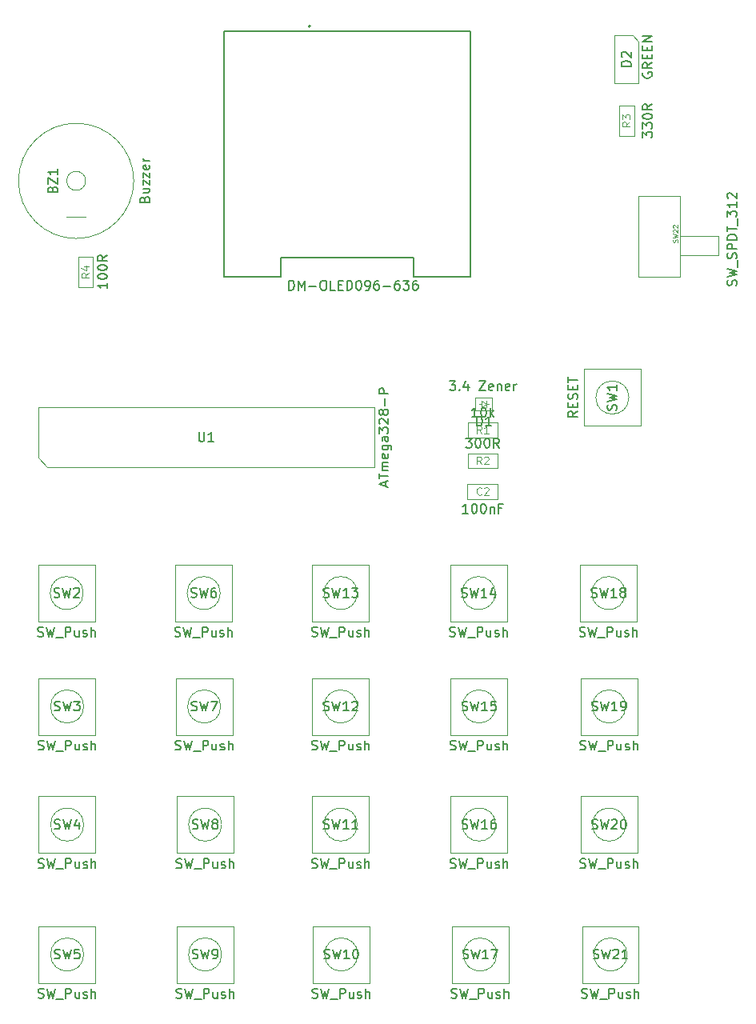
<source format=gbr>
%TF.GenerationSoftware,KiCad,Pcbnew,9.0.5*%
%TF.CreationDate,2026-02-03T12:12:50+01:00*%
%TF.ProjectId,Seminarski,53656d69-6e61-4727-936b-692e6b696361,rev?*%
%TF.SameCoordinates,Original*%
%TF.FileFunction,AssemblyDrawing,Top*%
%FSLAX46Y46*%
G04 Gerber Fmt 4.6, Leading zero omitted, Abs format (unit mm)*
G04 Created by KiCad (PCBNEW 9.0.5) date 2026-02-03 12:12:50*
%MOMM*%
%LPD*%
G01*
G04 APERTURE LIST*
%ADD10C,0.150000*%
%ADD11C,0.100000*%
%ADD12C,0.120000*%
%ADD13C,0.127000*%
%ADD14C,0.200000*%
G04 APERTURE END LIST*
D10*
X140452381Y-106307200D02*
X140595238Y-106354819D01*
X140595238Y-106354819D02*
X140833333Y-106354819D01*
X140833333Y-106354819D02*
X140928571Y-106307200D01*
X140928571Y-106307200D02*
X140976190Y-106259580D01*
X140976190Y-106259580D02*
X141023809Y-106164342D01*
X141023809Y-106164342D02*
X141023809Y-106069104D01*
X141023809Y-106069104D02*
X140976190Y-105973866D01*
X140976190Y-105973866D02*
X140928571Y-105926247D01*
X140928571Y-105926247D02*
X140833333Y-105878628D01*
X140833333Y-105878628D02*
X140642857Y-105831009D01*
X140642857Y-105831009D02*
X140547619Y-105783390D01*
X140547619Y-105783390D02*
X140500000Y-105735771D01*
X140500000Y-105735771D02*
X140452381Y-105640533D01*
X140452381Y-105640533D02*
X140452381Y-105545295D01*
X140452381Y-105545295D02*
X140500000Y-105450057D01*
X140500000Y-105450057D02*
X140547619Y-105402438D01*
X140547619Y-105402438D02*
X140642857Y-105354819D01*
X140642857Y-105354819D02*
X140880952Y-105354819D01*
X140880952Y-105354819D02*
X141023809Y-105402438D01*
X141357143Y-105354819D02*
X141595238Y-106354819D01*
X141595238Y-106354819D02*
X141785714Y-105640533D01*
X141785714Y-105640533D02*
X141976190Y-106354819D01*
X141976190Y-106354819D02*
X142214286Y-105354819D01*
X142357143Y-106450057D02*
X143119047Y-106450057D01*
X143357143Y-106354819D02*
X143357143Y-105354819D01*
X143357143Y-105354819D02*
X143738095Y-105354819D01*
X143738095Y-105354819D02*
X143833333Y-105402438D01*
X143833333Y-105402438D02*
X143880952Y-105450057D01*
X143880952Y-105450057D02*
X143928571Y-105545295D01*
X143928571Y-105545295D02*
X143928571Y-105688152D01*
X143928571Y-105688152D02*
X143880952Y-105783390D01*
X143880952Y-105783390D02*
X143833333Y-105831009D01*
X143833333Y-105831009D02*
X143738095Y-105878628D01*
X143738095Y-105878628D02*
X143357143Y-105878628D01*
X144785714Y-105688152D02*
X144785714Y-106354819D01*
X144357143Y-105688152D02*
X144357143Y-106211961D01*
X144357143Y-106211961D02*
X144404762Y-106307200D01*
X144404762Y-106307200D02*
X144500000Y-106354819D01*
X144500000Y-106354819D02*
X144642857Y-106354819D01*
X144642857Y-106354819D02*
X144738095Y-106307200D01*
X144738095Y-106307200D02*
X144785714Y-106259580D01*
X145214286Y-106307200D02*
X145309524Y-106354819D01*
X145309524Y-106354819D02*
X145500000Y-106354819D01*
X145500000Y-106354819D02*
X145595238Y-106307200D01*
X145595238Y-106307200D02*
X145642857Y-106211961D01*
X145642857Y-106211961D02*
X145642857Y-106164342D01*
X145642857Y-106164342D02*
X145595238Y-106069104D01*
X145595238Y-106069104D02*
X145500000Y-106021485D01*
X145500000Y-106021485D02*
X145357143Y-106021485D01*
X145357143Y-106021485D02*
X145261905Y-105973866D01*
X145261905Y-105973866D02*
X145214286Y-105878628D01*
X145214286Y-105878628D02*
X145214286Y-105831009D01*
X145214286Y-105831009D02*
X145261905Y-105735771D01*
X145261905Y-105735771D02*
X145357143Y-105688152D01*
X145357143Y-105688152D02*
X145500000Y-105688152D01*
X145500000Y-105688152D02*
X145595238Y-105735771D01*
X146071429Y-106354819D02*
X146071429Y-105354819D01*
X146500000Y-106354819D02*
X146500000Y-105831009D01*
X146500000Y-105831009D02*
X146452381Y-105735771D01*
X146452381Y-105735771D02*
X146357143Y-105688152D01*
X146357143Y-105688152D02*
X146214286Y-105688152D01*
X146214286Y-105688152D02*
X146119048Y-105735771D01*
X146119048Y-105735771D02*
X146071429Y-105783390D01*
X142166667Y-102157200D02*
X142309524Y-102204819D01*
X142309524Y-102204819D02*
X142547619Y-102204819D01*
X142547619Y-102204819D02*
X142642857Y-102157200D01*
X142642857Y-102157200D02*
X142690476Y-102109580D01*
X142690476Y-102109580D02*
X142738095Y-102014342D01*
X142738095Y-102014342D02*
X142738095Y-101919104D01*
X142738095Y-101919104D02*
X142690476Y-101823866D01*
X142690476Y-101823866D02*
X142642857Y-101776247D01*
X142642857Y-101776247D02*
X142547619Y-101728628D01*
X142547619Y-101728628D02*
X142357143Y-101681009D01*
X142357143Y-101681009D02*
X142261905Y-101633390D01*
X142261905Y-101633390D02*
X142214286Y-101585771D01*
X142214286Y-101585771D02*
X142166667Y-101490533D01*
X142166667Y-101490533D02*
X142166667Y-101395295D01*
X142166667Y-101395295D02*
X142214286Y-101300057D01*
X142214286Y-101300057D02*
X142261905Y-101252438D01*
X142261905Y-101252438D02*
X142357143Y-101204819D01*
X142357143Y-101204819D02*
X142595238Y-101204819D01*
X142595238Y-101204819D02*
X142738095Y-101252438D01*
X143071429Y-101204819D02*
X143309524Y-102204819D01*
X143309524Y-102204819D02*
X143500000Y-101490533D01*
X143500000Y-101490533D02*
X143690476Y-102204819D01*
X143690476Y-102204819D02*
X143928572Y-101204819D01*
X144261905Y-101300057D02*
X144309524Y-101252438D01*
X144309524Y-101252438D02*
X144404762Y-101204819D01*
X144404762Y-101204819D02*
X144642857Y-101204819D01*
X144642857Y-101204819D02*
X144738095Y-101252438D01*
X144738095Y-101252438D02*
X144785714Y-101300057D01*
X144785714Y-101300057D02*
X144833333Y-101395295D01*
X144833333Y-101395295D02*
X144833333Y-101490533D01*
X144833333Y-101490533D02*
X144785714Y-101633390D01*
X144785714Y-101633390D02*
X144214286Y-102204819D01*
X144214286Y-102204819D02*
X144833333Y-102204819D01*
X214357200Y-69204761D02*
X214404819Y-69061904D01*
X214404819Y-69061904D02*
X214404819Y-68823809D01*
X214404819Y-68823809D02*
X214357200Y-68728571D01*
X214357200Y-68728571D02*
X214309580Y-68680952D01*
X214309580Y-68680952D02*
X214214342Y-68633333D01*
X214214342Y-68633333D02*
X214119104Y-68633333D01*
X214119104Y-68633333D02*
X214023866Y-68680952D01*
X214023866Y-68680952D02*
X213976247Y-68728571D01*
X213976247Y-68728571D02*
X213928628Y-68823809D01*
X213928628Y-68823809D02*
X213881009Y-69014285D01*
X213881009Y-69014285D02*
X213833390Y-69109523D01*
X213833390Y-69109523D02*
X213785771Y-69157142D01*
X213785771Y-69157142D02*
X213690533Y-69204761D01*
X213690533Y-69204761D02*
X213595295Y-69204761D01*
X213595295Y-69204761D02*
X213500057Y-69157142D01*
X213500057Y-69157142D02*
X213452438Y-69109523D01*
X213452438Y-69109523D02*
X213404819Y-69014285D01*
X213404819Y-69014285D02*
X213404819Y-68776190D01*
X213404819Y-68776190D02*
X213452438Y-68633333D01*
X213404819Y-68299999D02*
X214404819Y-68061904D01*
X214404819Y-68061904D02*
X213690533Y-67871428D01*
X213690533Y-67871428D02*
X214404819Y-67680952D01*
X214404819Y-67680952D02*
X213404819Y-67442857D01*
X214500057Y-67300000D02*
X214500057Y-66538095D01*
X214357200Y-66347618D02*
X214404819Y-66204761D01*
X214404819Y-66204761D02*
X214404819Y-65966666D01*
X214404819Y-65966666D02*
X214357200Y-65871428D01*
X214357200Y-65871428D02*
X214309580Y-65823809D01*
X214309580Y-65823809D02*
X214214342Y-65776190D01*
X214214342Y-65776190D02*
X214119104Y-65776190D01*
X214119104Y-65776190D02*
X214023866Y-65823809D01*
X214023866Y-65823809D02*
X213976247Y-65871428D01*
X213976247Y-65871428D02*
X213928628Y-65966666D01*
X213928628Y-65966666D02*
X213881009Y-66157142D01*
X213881009Y-66157142D02*
X213833390Y-66252380D01*
X213833390Y-66252380D02*
X213785771Y-66299999D01*
X213785771Y-66299999D02*
X213690533Y-66347618D01*
X213690533Y-66347618D02*
X213595295Y-66347618D01*
X213595295Y-66347618D02*
X213500057Y-66299999D01*
X213500057Y-66299999D02*
X213452438Y-66252380D01*
X213452438Y-66252380D02*
X213404819Y-66157142D01*
X213404819Y-66157142D02*
X213404819Y-65919047D01*
X213404819Y-65919047D02*
X213452438Y-65776190D01*
X214404819Y-65347618D02*
X213404819Y-65347618D01*
X213404819Y-65347618D02*
X213404819Y-64966666D01*
X213404819Y-64966666D02*
X213452438Y-64871428D01*
X213452438Y-64871428D02*
X213500057Y-64823809D01*
X213500057Y-64823809D02*
X213595295Y-64776190D01*
X213595295Y-64776190D02*
X213738152Y-64776190D01*
X213738152Y-64776190D02*
X213833390Y-64823809D01*
X213833390Y-64823809D02*
X213881009Y-64871428D01*
X213881009Y-64871428D02*
X213928628Y-64966666D01*
X213928628Y-64966666D02*
X213928628Y-65347618D01*
X214404819Y-64347618D02*
X213404819Y-64347618D01*
X213404819Y-64347618D02*
X213404819Y-64109523D01*
X213404819Y-64109523D02*
X213452438Y-63966666D01*
X213452438Y-63966666D02*
X213547676Y-63871428D01*
X213547676Y-63871428D02*
X213642914Y-63823809D01*
X213642914Y-63823809D02*
X213833390Y-63776190D01*
X213833390Y-63776190D02*
X213976247Y-63776190D01*
X213976247Y-63776190D02*
X214166723Y-63823809D01*
X214166723Y-63823809D02*
X214261961Y-63871428D01*
X214261961Y-63871428D02*
X214357200Y-63966666D01*
X214357200Y-63966666D02*
X214404819Y-64109523D01*
X214404819Y-64109523D02*
X214404819Y-64347618D01*
X213404819Y-63490475D02*
X213404819Y-62919047D01*
X214404819Y-63204761D02*
X213404819Y-63204761D01*
X214500057Y-62823809D02*
X214500057Y-62061904D01*
X213404819Y-61919046D02*
X213404819Y-61299999D01*
X213404819Y-61299999D02*
X213785771Y-61633332D01*
X213785771Y-61633332D02*
X213785771Y-61490475D01*
X213785771Y-61490475D02*
X213833390Y-61395237D01*
X213833390Y-61395237D02*
X213881009Y-61347618D01*
X213881009Y-61347618D02*
X213976247Y-61299999D01*
X213976247Y-61299999D02*
X214214342Y-61299999D01*
X214214342Y-61299999D02*
X214309580Y-61347618D01*
X214309580Y-61347618D02*
X214357200Y-61395237D01*
X214357200Y-61395237D02*
X214404819Y-61490475D01*
X214404819Y-61490475D02*
X214404819Y-61776189D01*
X214404819Y-61776189D02*
X214357200Y-61871427D01*
X214357200Y-61871427D02*
X214309580Y-61919046D01*
X214404819Y-60347618D02*
X214404819Y-60919046D01*
X214404819Y-60633332D02*
X213404819Y-60633332D01*
X213404819Y-60633332D02*
X213547676Y-60728570D01*
X213547676Y-60728570D02*
X213642914Y-60823808D01*
X213642914Y-60823808D02*
X213690533Y-60919046D01*
X213500057Y-59966665D02*
X213452438Y-59919046D01*
X213452438Y-59919046D02*
X213404819Y-59823808D01*
X213404819Y-59823808D02*
X213404819Y-59585713D01*
X213404819Y-59585713D02*
X213452438Y-59490475D01*
X213452438Y-59490475D02*
X213500057Y-59442856D01*
X213500057Y-59442856D02*
X213595295Y-59395237D01*
X213595295Y-59395237D02*
X213690533Y-59395237D01*
X213690533Y-59395237D02*
X213833390Y-59442856D01*
X213833390Y-59442856D02*
X214404819Y-60014284D01*
X214404819Y-60014284D02*
X214404819Y-59395237D01*
D11*
X208152300Y-64604760D02*
X208176109Y-64533332D01*
X208176109Y-64533332D02*
X208176109Y-64414284D01*
X208176109Y-64414284D02*
X208152300Y-64366665D01*
X208152300Y-64366665D02*
X208128490Y-64342856D01*
X208128490Y-64342856D02*
X208080871Y-64319046D01*
X208080871Y-64319046D02*
X208033252Y-64319046D01*
X208033252Y-64319046D02*
X207985633Y-64342856D01*
X207985633Y-64342856D02*
X207961823Y-64366665D01*
X207961823Y-64366665D02*
X207938014Y-64414284D01*
X207938014Y-64414284D02*
X207914204Y-64509522D01*
X207914204Y-64509522D02*
X207890395Y-64557141D01*
X207890395Y-64557141D02*
X207866585Y-64580951D01*
X207866585Y-64580951D02*
X207818966Y-64604760D01*
X207818966Y-64604760D02*
X207771347Y-64604760D01*
X207771347Y-64604760D02*
X207723728Y-64580951D01*
X207723728Y-64580951D02*
X207699919Y-64557141D01*
X207699919Y-64557141D02*
X207676109Y-64509522D01*
X207676109Y-64509522D02*
X207676109Y-64390475D01*
X207676109Y-64390475D02*
X207699919Y-64319046D01*
X207676109Y-64152380D02*
X208176109Y-64033332D01*
X208176109Y-64033332D02*
X207818966Y-63938094D01*
X207818966Y-63938094D02*
X208176109Y-63842856D01*
X208176109Y-63842856D02*
X207676109Y-63723809D01*
X207723728Y-63557141D02*
X207699919Y-63533332D01*
X207699919Y-63533332D02*
X207676109Y-63485713D01*
X207676109Y-63485713D02*
X207676109Y-63366665D01*
X207676109Y-63366665D02*
X207699919Y-63319046D01*
X207699919Y-63319046D02*
X207723728Y-63295237D01*
X207723728Y-63295237D02*
X207771347Y-63271427D01*
X207771347Y-63271427D02*
X207818966Y-63271427D01*
X207818966Y-63271427D02*
X207890395Y-63295237D01*
X207890395Y-63295237D02*
X208176109Y-63580951D01*
X208176109Y-63580951D02*
X208176109Y-63271427D01*
X207723728Y-63080951D02*
X207699919Y-63057142D01*
X207699919Y-63057142D02*
X207676109Y-63009523D01*
X207676109Y-63009523D02*
X207676109Y-62890475D01*
X207676109Y-62890475D02*
X207699919Y-62842856D01*
X207699919Y-62842856D02*
X207723728Y-62819047D01*
X207723728Y-62819047D02*
X207771347Y-62795237D01*
X207771347Y-62795237D02*
X207818966Y-62795237D01*
X207818966Y-62795237D02*
X207890395Y-62819047D01*
X207890395Y-62819047D02*
X208176109Y-63104761D01*
X208176109Y-63104761D02*
X208176109Y-62795237D01*
D10*
X169452381Y-106307200D02*
X169595238Y-106354819D01*
X169595238Y-106354819D02*
X169833333Y-106354819D01*
X169833333Y-106354819D02*
X169928571Y-106307200D01*
X169928571Y-106307200D02*
X169976190Y-106259580D01*
X169976190Y-106259580D02*
X170023809Y-106164342D01*
X170023809Y-106164342D02*
X170023809Y-106069104D01*
X170023809Y-106069104D02*
X169976190Y-105973866D01*
X169976190Y-105973866D02*
X169928571Y-105926247D01*
X169928571Y-105926247D02*
X169833333Y-105878628D01*
X169833333Y-105878628D02*
X169642857Y-105831009D01*
X169642857Y-105831009D02*
X169547619Y-105783390D01*
X169547619Y-105783390D02*
X169500000Y-105735771D01*
X169500000Y-105735771D02*
X169452381Y-105640533D01*
X169452381Y-105640533D02*
X169452381Y-105545295D01*
X169452381Y-105545295D02*
X169500000Y-105450057D01*
X169500000Y-105450057D02*
X169547619Y-105402438D01*
X169547619Y-105402438D02*
X169642857Y-105354819D01*
X169642857Y-105354819D02*
X169880952Y-105354819D01*
X169880952Y-105354819D02*
X170023809Y-105402438D01*
X170357143Y-105354819D02*
X170595238Y-106354819D01*
X170595238Y-106354819D02*
X170785714Y-105640533D01*
X170785714Y-105640533D02*
X170976190Y-106354819D01*
X170976190Y-106354819D02*
X171214286Y-105354819D01*
X171357143Y-106450057D02*
X172119047Y-106450057D01*
X172357143Y-106354819D02*
X172357143Y-105354819D01*
X172357143Y-105354819D02*
X172738095Y-105354819D01*
X172738095Y-105354819D02*
X172833333Y-105402438D01*
X172833333Y-105402438D02*
X172880952Y-105450057D01*
X172880952Y-105450057D02*
X172928571Y-105545295D01*
X172928571Y-105545295D02*
X172928571Y-105688152D01*
X172928571Y-105688152D02*
X172880952Y-105783390D01*
X172880952Y-105783390D02*
X172833333Y-105831009D01*
X172833333Y-105831009D02*
X172738095Y-105878628D01*
X172738095Y-105878628D02*
X172357143Y-105878628D01*
X173785714Y-105688152D02*
X173785714Y-106354819D01*
X173357143Y-105688152D02*
X173357143Y-106211961D01*
X173357143Y-106211961D02*
X173404762Y-106307200D01*
X173404762Y-106307200D02*
X173500000Y-106354819D01*
X173500000Y-106354819D02*
X173642857Y-106354819D01*
X173642857Y-106354819D02*
X173738095Y-106307200D01*
X173738095Y-106307200D02*
X173785714Y-106259580D01*
X174214286Y-106307200D02*
X174309524Y-106354819D01*
X174309524Y-106354819D02*
X174500000Y-106354819D01*
X174500000Y-106354819D02*
X174595238Y-106307200D01*
X174595238Y-106307200D02*
X174642857Y-106211961D01*
X174642857Y-106211961D02*
X174642857Y-106164342D01*
X174642857Y-106164342D02*
X174595238Y-106069104D01*
X174595238Y-106069104D02*
X174500000Y-106021485D01*
X174500000Y-106021485D02*
X174357143Y-106021485D01*
X174357143Y-106021485D02*
X174261905Y-105973866D01*
X174261905Y-105973866D02*
X174214286Y-105878628D01*
X174214286Y-105878628D02*
X174214286Y-105831009D01*
X174214286Y-105831009D02*
X174261905Y-105735771D01*
X174261905Y-105735771D02*
X174357143Y-105688152D01*
X174357143Y-105688152D02*
X174500000Y-105688152D01*
X174500000Y-105688152D02*
X174595238Y-105735771D01*
X175071429Y-106354819D02*
X175071429Y-105354819D01*
X175500000Y-106354819D02*
X175500000Y-105831009D01*
X175500000Y-105831009D02*
X175452381Y-105735771D01*
X175452381Y-105735771D02*
X175357143Y-105688152D01*
X175357143Y-105688152D02*
X175214286Y-105688152D01*
X175214286Y-105688152D02*
X175119048Y-105735771D01*
X175119048Y-105735771D02*
X175071429Y-105783390D01*
X170690476Y-102157200D02*
X170833333Y-102204819D01*
X170833333Y-102204819D02*
X171071428Y-102204819D01*
X171071428Y-102204819D02*
X171166666Y-102157200D01*
X171166666Y-102157200D02*
X171214285Y-102109580D01*
X171214285Y-102109580D02*
X171261904Y-102014342D01*
X171261904Y-102014342D02*
X171261904Y-101919104D01*
X171261904Y-101919104D02*
X171214285Y-101823866D01*
X171214285Y-101823866D02*
X171166666Y-101776247D01*
X171166666Y-101776247D02*
X171071428Y-101728628D01*
X171071428Y-101728628D02*
X170880952Y-101681009D01*
X170880952Y-101681009D02*
X170785714Y-101633390D01*
X170785714Y-101633390D02*
X170738095Y-101585771D01*
X170738095Y-101585771D02*
X170690476Y-101490533D01*
X170690476Y-101490533D02*
X170690476Y-101395295D01*
X170690476Y-101395295D02*
X170738095Y-101300057D01*
X170738095Y-101300057D02*
X170785714Y-101252438D01*
X170785714Y-101252438D02*
X170880952Y-101204819D01*
X170880952Y-101204819D02*
X171119047Y-101204819D01*
X171119047Y-101204819D02*
X171261904Y-101252438D01*
X171595238Y-101204819D02*
X171833333Y-102204819D01*
X171833333Y-102204819D02*
X172023809Y-101490533D01*
X172023809Y-101490533D02*
X172214285Y-102204819D01*
X172214285Y-102204819D02*
X172452381Y-101204819D01*
X173357142Y-102204819D02*
X172785714Y-102204819D01*
X173071428Y-102204819D02*
X173071428Y-101204819D01*
X173071428Y-101204819D02*
X172976190Y-101347676D01*
X172976190Y-101347676D02*
X172880952Y-101442914D01*
X172880952Y-101442914D02*
X172785714Y-101490533D01*
X173690476Y-101204819D02*
X174309523Y-101204819D01*
X174309523Y-101204819D02*
X173976190Y-101585771D01*
X173976190Y-101585771D02*
X174119047Y-101585771D01*
X174119047Y-101585771D02*
X174214285Y-101633390D01*
X174214285Y-101633390D02*
X174261904Y-101681009D01*
X174261904Y-101681009D02*
X174309523Y-101776247D01*
X174309523Y-101776247D02*
X174309523Y-102014342D01*
X174309523Y-102014342D02*
X174261904Y-102109580D01*
X174261904Y-102109580D02*
X174214285Y-102157200D01*
X174214285Y-102157200D02*
X174119047Y-102204819D01*
X174119047Y-102204819D02*
X173833333Y-102204819D01*
X173833333Y-102204819D02*
X173738095Y-102157200D01*
X173738095Y-102157200D02*
X173690476Y-102109580D01*
X185977380Y-93304819D02*
X185405952Y-93304819D01*
X185691666Y-93304819D02*
X185691666Y-92304819D01*
X185691666Y-92304819D02*
X185596428Y-92447676D01*
X185596428Y-92447676D02*
X185501190Y-92542914D01*
X185501190Y-92542914D02*
X185405952Y-92590533D01*
X186596428Y-92304819D02*
X186691666Y-92304819D01*
X186691666Y-92304819D02*
X186786904Y-92352438D01*
X186786904Y-92352438D02*
X186834523Y-92400057D01*
X186834523Y-92400057D02*
X186882142Y-92495295D01*
X186882142Y-92495295D02*
X186929761Y-92685771D01*
X186929761Y-92685771D02*
X186929761Y-92923866D01*
X186929761Y-92923866D02*
X186882142Y-93114342D01*
X186882142Y-93114342D02*
X186834523Y-93209580D01*
X186834523Y-93209580D02*
X186786904Y-93257200D01*
X186786904Y-93257200D02*
X186691666Y-93304819D01*
X186691666Y-93304819D02*
X186596428Y-93304819D01*
X186596428Y-93304819D02*
X186501190Y-93257200D01*
X186501190Y-93257200D02*
X186453571Y-93209580D01*
X186453571Y-93209580D02*
X186405952Y-93114342D01*
X186405952Y-93114342D02*
X186358333Y-92923866D01*
X186358333Y-92923866D02*
X186358333Y-92685771D01*
X186358333Y-92685771D02*
X186405952Y-92495295D01*
X186405952Y-92495295D02*
X186453571Y-92400057D01*
X186453571Y-92400057D02*
X186501190Y-92352438D01*
X186501190Y-92352438D02*
X186596428Y-92304819D01*
X187548809Y-92304819D02*
X187644047Y-92304819D01*
X187644047Y-92304819D02*
X187739285Y-92352438D01*
X187739285Y-92352438D02*
X187786904Y-92400057D01*
X187786904Y-92400057D02*
X187834523Y-92495295D01*
X187834523Y-92495295D02*
X187882142Y-92685771D01*
X187882142Y-92685771D02*
X187882142Y-92923866D01*
X187882142Y-92923866D02*
X187834523Y-93114342D01*
X187834523Y-93114342D02*
X187786904Y-93209580D01*
X187786904Y-93209580D02*
X187739285Y-93257200D01*
X187739285Y-93257200D02*
X187644047Y-93304819D01*
X187644047Y-93304819D02*
X187548809Y-93304819D01*
X187548809Y-93304819D02*
X187453571Y-93257200D01*
X187453571Y-93257200D02*
X187405952Y-93209580D01*
X187405952Y-93209580D02*
X187358333Y-93114342D01*
X187358333Y-93114342D02*
X187310714Y-92923866D01*
X187310714Y-92923866D02*
X187310714Y-92685771D01*
X187310714Y-92685771D02*
X187358333Y-92495295D01*
X187358333Y-92495295D02*
X187405952Y-92400057D01*
X187405952Y-92400057D02*
X187453571Y-92352438D01*
X187453571Y-92352438D02*
X187548809Y-92304819D01*
X188310714Y-92638152D02*
X188310714Y-93304819D01*
X188310714Y-92733390D02*
X188358333Y-92685771D01*
X188358333Y-92685771D02*
X188453571Y-92638152D01*
X188453571Y-92638152D02*
X188596428Y-92638152D01*
X188596428Y-92638152D02*
X188691666Y-92685771D01*
X188691666Y-92685771D02*
X188739285Y-92781009D01*
X188739285Y-92781009D02*
X188739285Y-93304819D01*
X189548809Y-92781009D02*
X189215476Y-92781009D01*
X189215476Y-93304819D02*
X189215476Y-92304819D01*
X189215476Y-92304819D02*
X189691666Y-92304819D01*
D12*
X187391667Y-91287664D02*
X187353571Y-91325760D01*
X187353571Y-91325760D02*
X187239286Y-91363855D01*
X187239286Y-91363855D02*
X187163095Y-91363855D01*
X187163095Y-91363855D02*
X187048809Y-91325760D01*
X187048809Y-91325760D02*
X186972619Y-91249569D01*
X186972619Y-91249569D02*
X186934524Y-91173379D01*
X186934524Y-91173379D02*
X186896428Y-91020998D01*
X186896428Y-91020998D02*
X186896428Y-90906712D01*
X186896428Y-90906712D02*
X186934524Y-90754331D01*
X186934524Y-90754331D02*
X186972619Y-90678140D01*
X186972619Y-90678140D02*
X187048809Y-90601950D01*
X187048809Y-90601950D02*
X187163095Y-90563855D01*
X187163095Y-90563855D02*
X187239286Y-90563855D01*
X187239286Y-90563855D02*
X187353571Y-90601950D01*
X187353571Y-90601950D02*
X187391667Y-90640045D01*
X187696428Y-90640045D02*
X187734524Y-90601950D01*
X187734524Y-90601950D02*
X187810714Y-90563855D01*
X187810714Y-90563855D02*
X188001190Y-90563855D01*
X188001190Y-90563855D02*
X188077381Y-90601950D01*
X188077381Y-90601950D02*
X188115476Y-90640045D01*
X188115476Y-90640045D02*
X188153571Y-90716236D01*
X188153571Y-90716236D02*
X188153571Y-90792426D01*
X188153571Y-90792426D02*
X188115476Y-90906712D01*
X188115476Y-90906712D02*
X187658333Y-91363855D01*
X187658333Y-91363855D02*
X188153571Y-91363855D01*
D10*
X140502381Y-144557200D02*
X140645238Y-144604819D01*
X140645238Y-144604819D02*
X140883333Y-144604819D01*
X140883333Y-144604819D02*
X140978571Y-144557200D01*
X140978571Y-144557200D02*
X141026190Y-144509580D01*
X141026190Y-144509580D02*
X141073809Y-144414342D01*
X141073809Y-144414342D02*
X141073809Y-144319104D01*
X141073809Y-144319104D02*
X141026190Y-144223866D01*
X141026190Y-144223866D02*
X140978571Y-144176247D01*
X140978571Y-144176247D02*
X140883333Y-144128628D01*
X140883333Y-144128628D02*
X140692857Y-144081009D01*
X140692857Y-144081009D02*
X140597619Y-144033390D01*
X140597619Y-144033390D02*
X140550000Y-143985771D01*
X140550000Y-143985771D02*
X140502381Y-143890533D01*
X140502381Y-143890533D02*
X140502381Y-143795295D01*
X140502381Y-143795295D02*
X140550000Y-143700057D01*
X140550000Y-143700057D02*
X140597619Y-143652438D01*
X140597619Y-143652438D02*
X140692857Y-143604819D01*
X140692857Y-143604819D02*
X140930952Y-143604819D01*
X140930952Y-143604819D02*
X141073809Y-143652438D01*
X141407143Y-143604819D02*
X141645238Y-144604819D01*
X141645238Y-144604819D02*
X141835714Y-143890533D01*
X141835714Y-143890533D02*
X142026190Y-144604819D01*
X142026190Y-144604819D02*
X142264286Y-143604819D01*
X142407143Y-144700057D02*
X143169047Y-144700057D01*
X143407143Y-144604819D02*
X143407143Y-143604819D01*
X143407143Y-143604819D02*
X143788095Y-143604819D01*
X143788095Y-143604819D02*
X143883333Y-143652438D01*
X143883333Y-143652438D02*
X143930952Y-143700057D01*
X143930952Y-143700057D02*
X143978571Y-143795295D01*
X143978571Y-143795295D02*
X143978571Y-143938152D01*
X143978571Y-143938152D02*
X143930952Y-144033390D01*
X143930952Y-144033390D02*
X143883333Y-144081009D01*
X143883333Y-144081009D02*
X143788095Y-144128628D01*
X143788095Y-144128628D02*
X143407143Y-144128628D01*
X144835714Y-143938152D02*
X144835714Y-144604819D01*
X144407143Y-143938152D02*
X144407143Y-144461961D01*
X144407143Y-144461961D02*
X144454762Y-144557200D01*
X144454762Y-144557200D02*
X144550000Y-144604819D01*
X144550000Y-144604819D02*
X144692857Y-144604819D01*
X144692857Y-144604819D02*
X144788095Y-144557200D01*
X144788095Y-144557200D02*
X144835714Y-144509580D01*
X145264286Y-144557200D02*
X145359524Y-144604819D01*
X145359524Y-144604819D02*
X145550000Y-144604819D01*
X145550000Y-144604819D02*
X145645238Y-144557200D01*
X145645238Y-144557200D02*
X145692857Y-144461961D01*
X145692857Y-144461961D02*
X145692857Y-144414342D01*
X145692857Y-144414342D02*
X145645238Y-144319104D01*
X145645238Y-144319104D02*
X145550000Y-144271485D01*
X145550000Y-144271485D02*
X145407143Y-144271485D01*
X145407143Y-144271485D02*
X145311905Y-144223866D01*
X145311905Y-144223866D02*
X145264286Y-144128628D01*
X145264286Y-144128628D02*
X145264286Y-144081009D01*
X145264286Y-144081009D02*
X145311905Y-143985771D01*
X145311905Y-143985771D02*
X145407143Y-143938152D01*
X145407143Y-143938152D02*
X145550000Y-143938152D01*
X145550000Y-143938152D02*
X145645238Y-143985771D01*
X146121429Y-144604819D02*
X146121429Y-143604819D01*
X146550000Y-144604819D02*
X146550000Y-144081009D01*
X146550000Y-144081009D02*
X146502381Y-143985771D01*
X146502381Y-143985771D02*
X146407143Y-143938152D01*
X146407143Y-143938152D02*
X146264286Y-143938152D01*
X146264286Y-143938152D02*
X146169048Y-143985771D01*
X146169048Y-143985771D02*
X146121429Y-144033390D01*
X142216667Y-140407200D02*
X142359524Y-140454819D01*
X142359524Y-140454819D02*
X142597619Y-140454819D01*
X142597619Y-140454819D02*
X142692857Y-140407200D01*
X142692857Y-140407200D02*
X142740476Y-140359580D01*
X142740476Y-140359580D02*
X142788095Y-140264342D01*
X142788095Y-140264342D02*
X142788095Y-140169104D01*
X142788095Y-140169104D02*
X142740476Y-140073866D01*
X142740476Y-140073866D02*
X142692857Y-140026247D01*
X142692857Y-140026247D02*
X142597619Y-139978628D01*
X142597619Y-139978628D02*
X142407143Y-139931009D01*
X142407143Y-139931009D02*
X142311905Y-139883390D01*
X142311905Y-139883390D02*
X142264286Y-139835771D01*
X142264286Y-139835771D02*
X142216667Y-139740533D01*
X142216667Y-139740533D02*
X142216667Y-139645295D01*
X142216667Y-139645295D02*
X142264286Y-139550057D01*
X142264286Y-139550057D02*
X142311905Y-139502438D01*
X142311905Y-139502438D02*
X142407143Y-139454819D01*
X142407143Y-139454819D02*
X142645238Y-139454819D01*
X142645238Y-139454819D02*
X142788095Y-139502438D01*
X143121429Y-139454819D02*
X143359524Y-140454819D01*
X143359524Y-140454819D02*
X143550000Y-139740533D01*
X143550000Y-139740533D02*
X143740476Y-140454819D01*
X143740476Y-140454819D02*
X143978572Y-139454819D01*
X144835714Y-139454819D02*
X144359524Y-139454819D01*
X144359524Y-139454819D02*
X144311905Y-139931009D01*
X144311905Y-139931009D02*
X144359524Y-139883390D01*
X144359524Y-139883390D02*
X144454762Y-139835771D01*
X144454762Y-139835771D02*
X144692857Y-139835771D01*
X144692857Y-139835771D02*
X144788095Y-139883390D01*
X144788095Y-139883390D02*
X144835714Y-139931009D01*
X144835714Y-139931009D02*
X144883333Y-140026247D01*
X144883333Y-140026247D02*
X144883333Y-140264342D01*
X144883333Y-140264342D02*
X144835714Y-140359580D01*
X144835714Y-140359580D02*
X144788095Y-140407200D01*
X144788095Y-140407200D02*
X144692857Y-140454819D01*
X144692857Y-140454819D02*
X144454762Y-140454819D01*
X144454762Y-140454819D02*
X144359524Y-140407200D01*
X144359524Y-140407200D02*
X144311905Y-140359580D01*
X197852381Y-130807200D02*
X197995238Y-130854819D01*
X197995238Y-130854819D02*
X198233333Y-130854819D01*
X198233333Y-130854819D02*
X198328571Y-130807200D01*
X198328571Y-130807200D02*
X198376190Y-130759580D01*
X198376190Y-130759580D02*
X198423809Y-130664342D01*
X198423809Y-130664342D02*
X198423809Y-130569104D01*
X198423809Y-130569104D02*
X198376190Y-130473866D01*
X198376190Y-130473866D02*
X198328571Y-130426247D01*
X198328571Y-130426247D02*
X198233333Y-130378628D01*
X198233333Y-130378628D02*
X198042857Y-130331009D01*
X198042857Y-130331009D02*
X197947619Y-130283390D01*
X197947619Y-130283390D02*
X197900000Y-130235771D01*
X197900000Y-130235771D02*
X197852381Y-130140533D01*
X197852381Y-130140533D02*
X197852381Y-130045295D01*
X197852381Y-130045295D02*
X197900000Y-129950057D01*
X197900000Y-129950057D02*
X197947619Y-129902438D01*
X197947619Y-129902438D02*
X198042857Y-129854819D01*
X198042857Y-129854819D02*
X198280952Y-129854819D01*
X198280952Y-129854819D02*
X198423809Y-129902438D01*
X198757143Y-129854819D02*
X198995238Y-130854819D01*
X198995238Y-130854819D02*
X199185714Y-130140533D01*
X199185714Y-130140533D02*
X199376190Y-130854819D01*
X199376190Y-130854819D02*
X199614286Y-129854819D01*
X199757143Y-130950057D02*
X200519047Y-130950057D01*
X200757143Y-130854819D02*
X200757143Y-129854819D01*
X200757143Y-129854819D02*
X201138095Y-129854819D01*
X201138095Y-129854819D02*
X201233333Y-129902438D01*
X201233333Y-129902438D02*
X201280952Y-129950057D01*
X201280952Y-129950057D02*
X201328571Y-130045295D01*
X201328571Y-130045295D02*
X201328571Y-130188152D01*
X201328571Y-130188152D02*
X201280952Y-130283390D01*
X201280952Y-130283390D02*
X201233333Y-130331009D01*
X201233333Y-130331009D02*
X201138095Y-130378628D01*
X201138095Y-130378628D02*
X200757143Y-130378628D01*
X202185714Y-130188152D02*
X202185714Y-130854819D01*
X201757143Y-130188152D02*
X201757143Y-130711961D01*
X201757143Y-130711961D02*
X201804762Y-130807200D01*
X201804762Y-130807200D02*
X201900000Y-130854819D01*
X201900000Y-130854819D02*
X202042857Y-130854819D01*
X202042857Y-130854819D02*
X202138095Y-130807200D01*
X202138095Y-130807200D02*
X202185714Y-130759580D01*
X202614286Y-130807200D02*
X202709524Y-130854819D01*
X202709524Y-130854819D02*
X202900000Y-130854819D01*
X202900000Y-130854819D02*
X202995238Y-130807200D01*
X202995238Y-130807200D02*
X203042857Y-130711961D01*
X203042857Y-130711961D02*
X203042857Y-130664342D01*
X203042857Y-130664342D02*
X202995238Y-130569104D01*
X202995238Y-130569104D02*
X202900000Y-130521485D01*
X202900000Y-130521485D02*
X202757143Y-130521485D01*
X202757143Y-130521485D02*
X202661905Y-130473866D01*
X202661905Y-130473866D02*
X202614286Y-130378628D01*
X202614286Y-130378628D02*
X202614286Y-130331009D01*
X202614286Y-130331009D02*
X202661905Y-130235771D01*
X202661905Y-130235771D02*
X202757143Y-130188152D01*
X202757143Y-130188152D02*
X202900000Y-130188152D01*
X202900000Y-130188152D02*
X202995238Y-130235771D01*
X203471429Y-130854819D02*
X203471429Y-129854819D01*
X203900000Y-130854819D02*
X203900000Y-130331009D01*
X203900000Y-130331009D02*
X203852381Y-130235771D01*
X203852381Y-130235771D02*
X203757143Y-130188152D01*
X203757143Y-130188152D02*
X203614286Y-130188152D01*
X203614286Y-130188152D02*
X203519048Y-130235771D01*
X203519048Y-130235771D02*
X203471429Y-130283390D01*
X199090476Y-126657200D02*
X199233333Y-126704819D01*
X199233333Y-126704819D02*
X199471428Y-126704819D01*
X199471428Y-126704819D02*
X199566666Y-126657200D01*
X199566666Y-126657200D02*
X199614285Y-126609580D01*
X199614285Y-126609580D02*
X199661904Y-126514342D01*
X199661904Y-126514342D02*
X199661904Y-126419104D01*
X199661904Y-126419104D02*
X199614285Y-126323866D01*
X199614285Y-126323866D02*
X199566666Y-126276247D01*
X199566666Y-126276247D02*
X199471428Y-126228628D01*
X199471428Y-126228628D02*
X199280952Y-126181009D01*
X199280952Y-126181009D02*
X199185714Y-126133390D01*
X199185714Y-126133390D02*
X199138095Y-126085771D01*
X199138095Y-126085771D02*
X199090476Y-125990533D01*
X199090476Y-125990533D02*
X199090476Y-125895295D01*
X199090476Y-125895295D02*
X199138095Y-125800057D01*
X199138095Y-125800057D02*
X199185714Y-125752438D01*
X199185714Y-125752438D02*
X199280952Y-125704819D01*
X199280952Y-125704819D02*
X199519047Y-125704819D01*
X199519047Y-125704819D02*
X199661904Y-125752438D01*
X199995238Y-125704819D02*
X200233333Y-126704819D01*
X200233333Y-126704819D02*
X200423809Y-125990533D01*
X200423809Y-125990533D02*
X200614285Y-126704819D01*
X200614285Y-126704819D02*
X200852381Y-125704819D01*
X201185714Y-125800057D02*
X201233333Y-125752438D01*
X201233333Y-125752438D02*
X201328571Y-125704819D01*
X201328571Y-125704819D02*
X201566666Y-125704819D01*
X201566666Y-125704819D02*
X201661904Y-125752438D01*
X201661904Y-125752438D02*
X201709523Y-125800057D01*
X201709523Y-125800057D02*
X201757142Y-125895295D01*
X201757142Y-125895295D02*
X201757142Y-125990533D01*
X201757142Y-125990533D02*
X201709523Y-126133390D01*
X201709523Y-126133390D02*
X201138095Y-126704819D01*
X201138095Y-126704819D02*
X201757142Y-126704819D01*
X202376190Y-125704819D02*
X202471428Y-125704819D01*
X202471428Y-125704819D02*
X202566666Y-125752438D01*
X202566666Y-125752438D02*
X202614285Y-125800057D01*
X202614285Y-125800057D02*
X202661904Y-125895295D01*
X202661904Y-125895295D02*
X202709523Y-126085771D01*
X202709523Y-126085771D02*
X202709523Y-126323866D01*
X202709523Y-126323866D02*
X202661904Y-126514342D01*
X202661904Y-126514342D02*
X202614285Y-126609580D01*
X202614285Y-126609580D02*
X202566666Y-126657200D01*
X202566666Y-126657200D02*
X202471428Y-126704819D01*
X202471428Y-126704819D02*
X202376190Y-126704819D01*
X202376190Y-126704819D02*
X202280952Y-126657200D01*
X202280952Y-126657200D02*
X202233333Y-126609580D01*
X202233333Y-126609580D02*
X202185714Y-126514342D01*
X202185714Y-126514342D02*
X202138095Y-126323866D01*
X202138095Y-126323866D02*
X202138095Y-126085771D01*
X202138095Y-126085771D02*
X202185714Y-125895295D01*
X202185714Y-125895295D02*
X202233333Y-125800057D01*
X202233333Y-125800057D02*
X202280952Y-125752438D01*
X202280952Y-125752438D02*
X202376190Y-125704819D01*
X198002381Y-144557200D02*
X198145238Y-144604819D01*
X198145238Y-144604819D02*
X198383333Y-144604819D01*
X198383333Y-144604819D02*
X198478571Y-144557200D01*
X198478571Y-144557200D02*
X198526190Y-144509580D01*
X198526190Y-144509580D02*
X198573809Y-144414342D01*
X198573809Y-144414342D02*
X198573809Y-144319104D01*
X198573809Y-144319104D02*
X198526190Y-144223866D01*
X198526190Y-144223866D02*
X198478571Y-144176247D01*
X198478571Y-144176247D02*
X198383333Y-144128628D01*
X198383333Y-144128628D02*
X198192857Y-144081009D01*
X198192857Y-144081009D02*
X198097619Y-144033390D01*
X198097619Y-144033390D02*
X198050000Y-143985771D01*
X198050000Y-143985771D02*
X198002381Y-143890533D01*
X198002381Y-143890533D02*
X198002381Y-143795295D01*
X198002381Y-143795295D02*
X198050000Y-143700057D01*
X198050000Y-143700057D02*
X198097619Y-143652438D01*
X198097619Y-143652438D02*
X198192857Y-143604819D01*
X198192857Y-143604819D02*
X198430952Y-143604819D01*
X198430952Y-143604819D02*
X198573809Y-143652438D01*
X198907143Y-143604819D02*
X199145238Y-144604819D01*
X199145238Y-144604819D02*
X199335714Y-143890533D01*
X199335714Y-143890533D02*
X199526190Y-144604819D01*
X199526190Y-144604819D02*
X199764286Y-143604819D01*
X199907143Y-144700057D02*
X200669047Y-144700057D01*
X200907143Y-144604819D02*
X200907143Y-143604819D01*
X200907143Y-143604819D02*
X201288095Y-143604819D01*
X201288095Y-143604819D02*
X201383333Y-143652438D01*
X201383333Y-143652438D02*
X201430952Y-143700057D01*
X201430952Y-143700057D02*
X201478571Y-143795295D01*
X201478571Y-143795295D02*
X201478571Y-143938152D01*
X201478571Y-143938152D02*
X201430952Y-144033390D01*
X201430952Y-144033390D02*
X201383333Y-144081009D01*
X201383333Y-144081009D02*
X201288095Y-144128628D01*
X201288095Y-144128628D02*
X200907143Y-144128628D01*
X202335714Y-143938152D02*
X202335714Y-144604819D01*
X201907143Y-143938152D02*
X201907143Y-144461961D01*
X201907143Y-144461961D02*
X201954762Y-144557200D01*
X201954762Y-144557200D02*
X202050000Y-144604819D01*
X202050000Y-144604819D02*
X202192857Y-144604819D01*
X202192857Y-144604819D02*
X202288095Y-144557200D01*
X202288095Y-144557200D02*
X202335714Y-144509580D01*
X202764286Y-144557200D02*
X202859524Y-144604819D01*
X202859524Y-144604819D02*
X203050000Y-144604819D01*
X203050000Y-144604819D02*
X203145238Y-144557200D01*
X203145238Y-144557200D02*
X203192857Y-144461961D01*
X203192857Y-144461961D02*
X203192857Y-144414342D01*
X203192857Y-144414342D02*
X203145238Y-144319104D01*
X203145238Y-144319104D02*
X203050000Y-144271485D01*
X203050000Y-144271485D02*
X202907143Y-144271485D01*
X202907143Y-144271485D02*
X202811905Y-144223866D01*
X202811905Y-144223866D02*
X202764286Y-144128628D01*
X202764286Y-144128628D02*
X202764286Y-144081009D01*
X202764286Y-144081009D02*
X202811905Y-143985771D01*
X202811905Y-143985771D02*
X202907143Y-143938152D01*
X202907143Y-143938152D02*
X203050000Y-143938152D01*
X203050000Y-143938152D02*
X203145238Y-143985771D01*
X203621429Y-144604819D02*
X203621429Y-143604819D01*
X204050000Y-144604819D02*
X204050000Y-144081009D01*
X204050000Y-144081009D02*
X204002381Y-143985771D01*
X204002381Y-143985771D02*
X203907143Y-143938152D01*
X203907143Y-143938152D02*
X203764286Y-143938152D01*
X203764286Y-143938152D02*
X203669048Y-143985771D01*
X203669048Y-143985771D02*
X203621429Y-144033390D01*
X199240476Y-140407200D02*
X199383333Y-140454819D01*
X199383333Y-140454819D02*
X199621428Y-140454819D01*
X199621428Y-140454819D02*
X199716666Y-140407200D01*
X199716666Y-140407200D02*
X199764285Y-140359580D01*
X199764285Y-140359580D02*
X199811904Y-140264342D01*
X199811904Y-140264342D02*
X199811904Y-140169104D01*
X199811904Y-140169104D02*
X199764285Y-140073866D01*
X199764285Y-140073866D02*
X199716666Y-140026247D01*
X199716666Y-140026247D02*
X199621428Y-139978628D01*
X199621428Y-139978628D02*
X199430952Y-139931009D01*
X199430952Y-139931009D02*
X199335714Y-139883390D01*
X199335714Y-139883390D02*
X199288095Y-139835771D01*
X199288095Y-139835771D02*
X199240476Y-139740533D01*
X199240476Y-139740533D02*
X199240476Y-139645295D01*
X199240476Y-139645295D02*
X199288095Y-139550057D01*
X199288095Y-139550057D02*
X199335714Y-139502438D01*
X199335714Y-139502438D02*
X199430952Y-139454819D01*
X199430952Y-139454819D02*
X199669047Y-139454819D01*
X199669047Y-139454819D02*
X199811904Y-139502438D01*
X200145238Y-139454819D02*
X200383333Y-140454819D01*
X200383333Y-140454819D02*
X200573809Y-139740533D01*
X200573809Y-139740533D02*
X200764285Y-140454819D01*
X200764285Y-140454819D02*
X201002381Y-139454819D01*
X201335714Y-139550057D02*
X201383333Y-139502438D01*
X201383333Y-139502438D02*
X201478571Y-139454819D01*
X201478571Y-139454819D02*
X201716666Y-139454819D01*
X201716666Y-139454819D02*
X201811904Y-139502438D01*
X201811904Y-139502438D02*
X201859523Y-139550057D01*
X201859523Y-139550057D02*
X201907142Y-139645295D01*
X201907142Y-139645295D02*
X201907142Y-139740533D01*
X201907142Y-139740533D02*
X201859523Y-139883390D01*
X201859523Y-139883390D02*
X201288095Y-140454819D01*
X201288095Y-140454819D02*
X201907142Y-140454819D01*
X202859523Y-140454819D02*
X202288095Y-140454819D01*
X202573809Y-140454819D02*
X202573809Y-139454819D01*
X202573809Y-139454819D02*
X202478571Y-139597676D01*
X202478571Y-139597676D02*
X202383333Y-139692914D01*
X202383333Y-139692914D02*
X202288095Y-139740533D01*
X184052381Y-106307200D02*
X184195238Y-106354819D01*
X184195238Y-106354819D02*
X184433333Y-106354819D01*
X184433333Y-106354819D02*
X184528571Y-106307200D01*
X184528571Y-106307200D02*
X184576190Y-106259580D01*
X184576190Y-106259580D02*
X184623809Y-106164342D01*
X184623809Y-106164342D02*
X184623809Y-106069104D01*
X184623809Y-106069104D02*
X184576190Y-105973866D01*
X184576190Y-105973866D02*
X184528571Y-105926247D01*
X184528571Y-105926247D02*
X184433333Y-105878628D01*
X184433333Y-105878628D02*
X184242857Y-105831009D01*
X184242857Y-105831009D02*
X184147619Y-105783390D01*
X184147619Y-105783390D02*
X184100000Y-105735771D01*
X184100000Y-105735771D02*
X184052381Y-105640533D01*
X184052381Y-105640533D02*
X184052381Y-105545295D01*
X184052381Y-105545295D02*
X184100000Y-105450057D01*
X184100000Y-105450057D02*
X184147619Y-105402438D01*
X184147619Y-105402438D02*
X184242857Y-105354819D01*
X184242857Y-105354819D02*
X184480952Y-105354819D01*
X184480952Y-105354819D02*
X184623809Y-105402438D01*
X184957143Y-105354819D02*
X185195238Y-106354819D01*
X185195238Y-106354819D02*
X185385714Y-105640533D01*
X185385714Y-105640533D02*
X185576190Y-106354819D01*
X185576190Y-106354819D02*
X185814286Y-105354819D01*
X185957143Y-106450057D02*
X186719047Y-106450057D01*
X186957143Y-106354819D02*
X186957143Y-105354819D01*
X186957143Y-105354819D02*
X187338095Y-105354819D01*
X187338095Y-105354819D02*
X187433333Y-105402438D01*
X187433333Y-105402438D02*
X187480952Y-105450057D01*
X187480952Y-105450057D02*
X187528571Y-105545295D01*
X187528571Y-105545295D02*
X187528571Y-105688152D01*
X187528571Y-105688152D02*
X187480952Y-105783390D01*
X187480952Y-105783390D02*
X187433333Y-105831009D01*
X187433333Y-105831009D02*
X187338095Y-105878628D01*
X187338095Y-105878628D02*
X186957143Y-105878628D01*
X188385714Y-105688152D02*
X188385714Y-106354819D01*
X187957143Y-105688152D02*
X187957143Y-106211961D01*
X187957143Y-106211961D02*
X188004762Y-106307200D01*
X188004762Y-106307200D02*
X188100000Y-106354819D01*
X188100000Y-106354819D02*
X188242857Y-106354819D01*
X188242857Y-106354819D02*
X188338095Y-106307200D01*
X188338095Y-106307200D02*
X188385714Y-106259580D01*
X188814286Y-106307200D02*
X188909524Y-106354819D01*
X188909524Y-106354819D02*
X189100000Y-106354819D01*
X189100000Y-106354819D02*
X189195238Y-106307200D01*
X189195238Y-106307200D02*
X189242857Y-106211961D01*
X189242857Y-106211961D02*
X189242857Y-106164342D01*
X189242857Y-106164342D02*
X189195238Y-106069104D01*
X189195238Y-106069104D02*
X189100000Y-106021485D01*
X189100000Y-106021485D02*
X188957143Y-106021485D01*
X188957143Y-106021485D02*
X188861905Y-105973866D01*
X188861905Y-105973866D02*
X188814286Y-105878628D01*
X188814286Y-105878628D02*
X188814286Y-105831009D01*
X188814286Y-105831009D02*
X188861905Y-105735771D01*
X188861905Y-105735771D02*
X188957143Y-105688152D01*
X188957143Y-105688152D02*
X189100000Y-105688152D01*
X189100000Y-105688152D02*
X189195238Y-105735771D01*
X189671429Y-106354819D02*
X189671429Y-105354819D01*
X190100000Y-106354819D02*
X190100000Y-105831009D01*
X190100000Y-105831009D02*
X190052381Y-105735771D01*
X190052381Y-105735771D02*
X189957143Y-105688152D01*
X189957143Y-105688152D02*
X189814286Y-105688152D01*
X189814286Y-105688152D02*
X189719048Y-105735771D01*
X189719048Y-105735771D02*
X189671429Y-105783390D01*
X185290476Y-102157200D02*
X185433333Y-102204819D01*
X185433333Y-102204819D02*
X185671428Y-102204819D01*
X185671428Y-102204819D02*
X185766666Y-102157200D01*
X185766666Y-102157200D02*
X185814285Y-102109580D01*
X185814285Y-102109580D02*
X185861904Y-102014342D01*
X185861904Y-102014342D02*
X185861904Y-101919104D01*
X185861904Y-101919104D02*
X185814285Y-101823866D01*
X185814285Y-101823866D02*
X185766666Y-101776247D01*
X185766666Y-101776247D02*
X185671428Y-101728628D01*
X185671428Y-101728628D02*
X185480952Y-101681009D01*
X185480952Y-101681009D02*
X185385714Y-101633390D01*
X185385714Y-101633390D02*
X185338095Y-101585771D01*
X185338095Y-101585771D02*
X185290476Y-101490533D01*
X185290476Y-101490533D02*
X185290476Y-101395295D01*
X185290476Y-101395295D02*
X185338095Y-101300057D01*
X185338095Y-101300057D02*
X185385714Y-101252438D01*
X185385714Y-101252438D02*
X185480952Y-101204819D01*
X185480952Y-101204819D02*
X185719047Y-101204819D01*
X185719047Y-101204819D02*
X185861904Y-101252438D01*
X186195238Y-101204819D02*
X186433333Y-102204819D01*
X186433333Y-102204819D02*
X186623809Y-101490533D01*
X186623809Y-101490533D02*
X186814285Y-102204819D01*
X186814285Y-102204819D02*
X187052381Y-101204819D01*
X187957142Y-102204819D02*
X187385714Y-102204819D01*
X187671428Y-102204819D02*
X187671428Y-101204819D01*
X187671428Y-101204819D02*
X187576190Y-101347676D01*
X187576190Y-101347676D02*
X187480952Y-101442914D01*
X187480952Y-101442914D02*
X187385714Y-101490533D01*
X188814285Y-101538152D02*
X188814285Y-102204819D01*
X188576190Y-101157200D02*
X188338095Y-101871485D01*
X188338095Y-101871485D02*
X188957142Y-101871485D01*
X155102381Y-130807200D02*
X155245238Y-130854819D01*
X155245238Y-130854819D02*
X155483333Y-130854819D01*
X155483333Y-130854819D02*
X155578571Y-130807200D01*
X155578571Y-130807200D02*
X155626190Y-130759580D01*
X155626190Y-130759580D02*
X155673809Y-130664342D01*
X155673809Y-130664342D02*
X155673809Y-130569104D01*
X155673809Y-130569104D02*
X155626190Y-130473866D01*
X155626190Y-130473866D02*
X155578571Y-130426247D01*
X155578571Y-130426247D02*
X155483333Y-130378628D01*
X155483333Y-130378628D02*
X155292857Y-130331009D01*
X155292857Y-130331009D02*
X155197619Y-130283390D01*
X155197619Y-130283390D02*
X155150000Y-130235771D01*
X155150000Y-130235771D02*
X155102381Y-130140533D01*
X155102381Y-130140533D02*
X155102381Y-130045295D01*
X155102381Y-130045295D02*
X155150000Y-129950057D01*
X155150000Y-129950057D02*
X155197619Y-129902438D01*
X155197619Y-129902438D02*
X155292857Y-129854819D01*
X155292857Y-129854819D02*
X155530952Y-129854819D01*
X155530952Y-129854819D02*
X155673809Y-129902438D01*
X156007143Y-129854819D02*
X156245238Y-130854819D01*
X156245238Y-130854819D02*
X156435714Y-130140533D01*
X156435714Y-130140533D02*
X156626190Y-130854819D01*
X156626190Y-130854819D02*
X156864286Y-129854819D01*
X157007143Y-130950057D02*
X157769047Y-130950057D01*
X158007143Y-130854819D02*
X158007143Y-129854819D01*
X158007143Y-129854819D02*
X158388095Y-129854819D01*
X158388095Y-129854819D02*
X158483333Y-129902438D01*
X158483333Y-129902438D02*
X158530952Y-129950057D01*
X158530952Y-129950057D02*
X158578571Y-130045295D01*
X158578571Y-130045295D02*
X158578571Y-130188152D01*
X158578571Y-130188152D02*
X158530952Y-130283390D01*
X158530952Y-130283390D02*
X158483333Y-130331009D01*
X158483333Y-130331009D02*
X158388095Y-130378628D01*
X158388095Y-130378628D02*
X158007143Y-130378628D01*
X159435714Y-130188152D02*
X159435714Y-130854819D01*
X159007143Y-130188152D02*
X159007143Y-130711961D01*
X159007143Y-130711961D02*
X159054762Y-130807200D01*
X159054762Y-130807200D02*
X159150000Y-130854819D01*
X159150000Y-130854819D02*
X159292857Y-130854819D01*
X159292857Y-130854819D02*
X159388095Y-130807200D01*
X159388095Y-130807200D02*
X159435714Y-130759580D01*
X159864286Y-130807200D02*
X159959524Y-130854819D01*
X159959524Y-130854819D02*
X160150000Y-130854819D01*
X160150000Y-130854819D02*
X160245238Y-130807200D01*
X160245238Y-130807200D02*
X160292857Y-130711961D01*
X160292857Y-130711961D02*
X160292857Y-130664342D01*
X160292857Y-130664342D02*
X160245238Y-130569104D01*
X160245238Y-130569104D02*
X160150000Y-130521485D01*
X160150000Y-130521485D02*
X160007143Y-130521485D01*
X160007143Y-130521485D02*
X159911905Y-130473866D01*
X159911905Y-130473866D02*
X159864286Y-130378628D01*
X159864286Y-130378628D02*
X159864286Y-130331009D01*
X159864286Y-130331009D02*
X159911905Y-130235771D01*
X159911905Y-130235771D02*
X160007143Y-130188152D01*
X160007143Y-130188152D02*
X160150000Y-130188152D01*
X160150000Y-130188152D02*
X160245238Y-130235771D01*
X160721429Y-130854819D02*
X160721429Y-129854819D01*
X161150000Y-130854819D02*
X161150000Y-130331009D01*
X161150000Y-130331009D02*
X161102381Y-130235771D01*
X161102381Y-130235771D02*
X161007143Y-130188152D01*
X161007143Y-130188152D02*
X160864286Y-130188152D01*
X160864286Y-130188152D02*
X160769048Y-130235771D01*
X160769048Y-130235771D02*
X160721429Y-130283390D01*
X156816667Y-126657200D02*
X156959524Y-126704819D01*
X156959524Y-126704819D02*
X157197619Y-126704819D01*
X157197619Y-126704819D02*
X157292857Y-126657200D01*
X157292857Y-126657200D02*
X157340476Y-126609580D01*
X157340476Y-126609580D02*
X157388095Y-126514342D01*
X157388095Y-126514342D02*
X157388095Y-126419104D01*
X157388095Y-126419104D02*
X157340476Y-126323866D01*
X157340476Y-126323866D02*
X157292857Y-126276247D01*
X157292857Y-126276247D02*
X157197619Y-126228628D01*
X157197619Y-126228628D02*
X157007143Y-126181009D01*
X157007143Y-126181009D02*
X156911905Y-126133390D01*
X156911905Y-126133390D02*
X156864286Y-126085771D01*
X156864286Y-126085771D02*
X156816667Y-125990533D01*
X156816667Y-125990533D02*
X156816667Y-125895295D01*
X156816667Y-125895295D02*
X156864286Y-125800057D01*
X156864286Y-125800057D02*
X156911905Y-125752438D01*
X156911905Y-125752438D02*
X157007143Y-125704819D01*
X157007143Y-125704819D02*
X157245238Y-125704819D01*
X157245238Y-125704819D02*
X157388095Y-125752438D01*
X157721429Y-125704819D02*
X157959524Y-126704819D01*
X157959524Y-126704819D02*
X158150000Y-125990533D01*
X158150000Y-125990533D02*
X158340476Y-126704819D01*
X158340476Y-126704819D02*
X158578572Y-125704819D01*
X159102381Y-126133390D02*
X159007143Y-126085771D01*
X159007143Y-126085771D02*
X158959524Y-126038152D01*
X158959524Y-126038152D02*
X158911905Y-125942914D01*
X158911905Y-125942914D02*
X158911905Y-125895295D01*
X158911905Y-125895295D02*
X158959524Y-125800057D01*
X158959524Y-125800057D02*
X159007143Y-125752438D01*
X159007143Y-125752438D02*
X159102381Y-125704819D01*
X159102381Y-125704819D02*
X159292857Y-125704819D01*
X159292857Y-125704819D02*
X159388095Y-125752438D01*
X159388095Y-125752438D02*
X159435714Y-125800057D01*
X159435714Y-125800057D02*
X159483333Y-125895295D01*
X159483333Y-125895295D02*
X159483333Y-125942914D01*
X159483333Y-125942914D02*
X159435714Y-126038152D01*
X159435714Y-126038152D02*
X159388095Y-126085771D01*
X159388095Y-126085771D02*
X159292857Y-126133390D01*
X159292857Y-126133390D02*
X159102381Y-126133390D01*
X159102381Y-126133390D02*
X159007143Y-126181009D01*
X159007143Y-126181009D02*
X158959524Y-126228628D01*
X158959524Y-126228628D02*
X158911905Y-126323866D01*
X158911905Y-126323866D02*
X158911905Y-126514342D01*
X158911905Y-126514342D02*
X158959524Y-126609580D01*
X158959524Y-126609580D02*
X159007143Y-126657200D01*
X159007143Y-126657200D02*
X159102381Y-126704819D01*
X159102381Y-126704819D02*
X159292857Y-126704819D01*
X159292857Y-126704819D02*
X159388095Y-126657200D01*
X159388095Y-126657200D02*
X159435714Y-126609580D01*
X159435714Y-126609580D02*
X159483333Y-126514342D01*
X159483333Y-126514342D02*
X159483333Y-126323866D01*
X159483333Y-126323866D02*
X159435714Y-126228628D01*
X159435714Y-126228628D02*
X159388095Y-126181009D01*
X159388095Y-126181009D02*
X159292857Y-126133390D01*
X151741009Y-60049356D02*
X151788628Y-59906499D01*
X151788628Y-59906499D02*
X151836247Y-59858880D01*
X151836247Y-59858880D02*
X151931485Y-59811261D01*
X151931485Y-59811261D02*
X152074342Y-59811261D01*
X152074342Y-59811261D02*
X152169580Y-59858880D01*
X152169580Y-59858880D02*
X152217200Y-59906499D01*
X152217200Y-59906499D02*
X152264819Y-60001737D01*
X152264819Y-60001737D02*
X152264819Y-60382689D01*
X152264819Y-60382689D02*
X151264819Y-60382689D01*
X151264819Y-60382689D02*
X151264819Y-60049356D01*
X151264819Y-60049356D02*
X151312438Y-59954118D01*
X151312438Y-59954118D02*
X151360057Y-59906499D01*
X151360057Y-59906499D02*
X151455295Y-59858880D01*
X151455295Y-59858880D02*
X151550533Y-59858880D01*
X151550533Y-59858880D02*
X151645771Y-59906499D01*
X151645771Y-59906499D02*
X151693390Y-59954118D01*
X151693390Y-59954118D02*
X151741009Y-60049356D01*
X151741009Y-60049356D02*
X151741009Y-60382689D01*
X151598152Y-58954118D02*
X152264819Y-58954118D01*
X151598152Y-59382689D02*
X152121961Y-59382689D01*
X152121961Y-59382689D02*
X152217200Y-59335070D01*
X152217200Y-59335070D02*
X152264819Y-59239832D01*
X152264819Y-59239832D02*
X152264819Y-59096975D01*
X152264819Y-59096975D02*
X152217200Y-59001737D01*
X152217200Y-59001737D02*
X152169580Y-58954118D01*
X151598152Y-58573165D02*
X151598152Y-58049356D01*
X151598152Y-58049356D02*
X152264819Y-58573165D01*
X152264819Y-58573165D02*
X152264819Y-58049356D01*
X151598152Y-57763641D02*
X151598152Y-57239832D01*
X151598152Y-57239832D02*
X152264819Y-57763641D01*
X152264819Y-57763641D02*
X152264819Y-57239832D01*
X152217200Y-56477927D02*
X152264819Y-56573165D01*
X152264819Y-56573165D02*
X152264819Y-56763641D01*
X152264819Y-56763641D02*
X152217200Y-56858879D01*
X152217200Y-56858879D02*
X152121961Y-56906498D01*
X152121961Y-56906498D02*
X151741009Y-56906498D01*
X151741009Y-56906498D02*
X151645771Y-56858879D01*
X151645771Y-56858879D02*
X151598152Y-56763641D01*
X151598152Y-56763641D02*
X151598152Y-56573165D01*
X151598152Y-56573165D02*
X151645771Y-56477927D01*
X151645771Y-56477927D02*
X151741009Y-56430308D01*
X151741009Y-56430308D02*
X151836247Y-56430308D01*
X151836247Y-56430308D02*
X151931485Y-56906498D01*
X152264819Y-56001736D02*
X151598152Y-56001736D01*
X151788628Y-56001736D02*
X151693390Y-55954117D01*
X151693390Y-55954117D02*
X151645771Y-55906498D01*
X151645771Y-55906498D02*
X151598152Y-55811260D01*
X151598152Y-55811260D02*
X151598152Y-55716022D01*
X142001009Y-59001737D02*
X142048628Y-58858880D01*
X142048628Y-58858880D02*
X142096247Y-58811261D01*
X142096247Y-58811261D02*
X142191485Y-58763642D01*
X142191485Y-58763642D02*
X142334342Y-58763642D01*
X142334342Y-58763642D02*
X142429580Y-58811261D01*
X142429580Y-58811261D02*
X142477200Y-58858880D01*
X142477200Y-58858880D02*
X142524819Y-58954118D01*
X142524819Y-58954118D02*
X142524819Y-59335070D01*
X142524819Y-59335070D02*
X141524819Y-59335070D01*
X141524819Y-59335070D02*
X141524819Y-59001737D01*
X141524819Y-59001737D02*
X141572438Y-58906499D01*
X141572438Y-58906499D02*
X141620057Y-58858880D01*
X141620057Y-58858880D02*
X141715295Y-58811261D01*
X141715295Y-58811261D02*
X141810533Y-58811261D01*
X141810533Y-58811261D02*
X141905771Y-58858880D01*
X141905771Y-58858880D02*
X141953390Y-58906499D01*
X141953390Y-58906499D02*
X142001009Y-59001737D01*
X142001009Y-59001737D02*
X142001009Y-59335070D01*
X141524819Y-58430308D02*
X141524819Y-57763642D01*
X141524819Y-57763642D02*
X142524819Y-58430308D01*
X142524819Y-58430308D02*
X142524819Y-57763642D01*
X142524819Y-56858880D02*
X142524819Y-57430308D01*
X142524819Y-57144594D02*
X141524819Y-57144594D01*
X141524819Y-57144594D02*
X141667676Y-57239832D01*
X141667676Y-57239832D02*
X141762914Y-57335070D01*
X141762914Y-57335070D02*
X141810533Y-57430308D01*
X185751786Y-85374819D02*
X186370833Y-85374819D01*
X186370833Y-85374819D02*
X186037500Y-85755771D01*
X186037500Y-85755771D02*
X186180357Y-85755771D01*
X186180357Y-85755771D02*
X186275595Y-85803390D01*
X186275595Y-85803390D02*
X186323214Y-85851009D01*
X186323214Y-85851009D02*
X186370833Y-85946247D01*
X186370833Y-85946247D02*
X186370833Y-86184342D01*
X186370833Y-86184342D02*
X186323214Y-86279580D01*
X186323214Y-86279580D02*
X186275595Y-86327200D01*
X186275595Y-86327200D02*
X186180357Y-86374819D01*
X186180357Y-86374819D02*
X185894643Y-86374819D01*
X185894643Y-86374819D02*
X185799405Y-86327200D01*
X185799405Y-86327200D02*
X185751786Y-86279580D01*
X186989881Y-85374819D02*
X187085119Y-85374819D01*
X187085119Y-85374819D02*
X187180357Y-85422438D01*
X187180357Y-85422438D02*
X187227976Y-85470057D01*
X187227976Y-85470057D02*
X187275595Y-85565295D01*
X187275595Y-85565295D02*
X187323214Y-85755771D01*
X187323214Y-85755771D02*
X187323214Y-85993866D01*
X187323214Y-85993866D02*
X187275595Y-86184342D01*
X187275595Y-86184342D02*
X187227976Y-86279580D01*
X187227976Y-86279580D02*
X187180357Y-86327200D01*
X187180357Y-86327200D02*
X187085119Y-86374819D01*
X187085119Y-86374819D02*
X186989881Y-86374819D01*
X186989881Y-86374819D02*
X186894643Y-86327200D01*
X186894643Y-86327200D02*
X186847024Y-86279580D01*
X186847024Y-86279580D02*
X186799405Y-86184342D01*
X186799405Y-86184342D02*
X186751786Y-85993866D01*
X186751786Y-85993866D02*
X186751786Y-85755771D01*
X186751786Y-85755771D02*
X186799405Y-85565295D01*
X186799405Y-85565295D02*
X186847024Y-85470057D01*
X186847024Y-85470057D02*
X186894643Y-85422438D01*
X186894643Y-85422438D02*
X186989881Y-85374819D01*
X187942262Y-85374819D02*
X188037500Y-85374819D01*
X188037500Y-85374819D02*
X188132738Y-85422438D01*
X188132738Y-85422438D02*
X188180357Y-85470057D01*
X188180357Y-85470057D02*
X188227976Y-85565295D01*
X188227976Y-85565295D02*
X188275595Y-85755771D01*
X188275595Y-85755771D02*
X188275595Y-85993866D01*
X188275595Y-85993866D02*
X188227976Y-86184342D01*
X188227976Y-86184342D02*
X188180357Y-86279580D01*
X188180357Y-86279580D02*
X188132738Y-86327200D01*
X188132738Y-86327200D02*
X188037500Y-86374819D01*
X188037500Y-86374819D02*
X187942262Y-86374819D01*
X187942262Y-86374819D02*
X187847024Y-86327200D01*
X187847024Y-86327200D02*
X187799405Y-86279580D01*
X187799405Y-86279580D02*
X187751786Y-86184342D01*
X187751786Y-86184342D02*
X187704167Y-85993866D01*
X187704167Y-85993866D02*
X187704167Y-85755771D01*
X187704167Y-85755771D02*
X187751786Y-85565295D01*
X187751786Y-85565295D02*
X187799405Y-85470057D01*
X187799405Y-85470057D02*
X187847024Y-85422438D01*
X187847024Y-85422438D02*
X187942262Y-85374819D01*
X189275595Y-86374819D02*
X188942262Y-85898628D01*
X188704167Y-86374819D02*
X188704167Y-85374819D01*
X188704167Y-85374819D02*
X189085119Y-85374819D01*
X189085119Y-85374819D02*
X189180357Y-85422438D01*
X189180357Y-85422438D02*
X189227976Y-85470057D01*
X189227976Y-85470057D02*
X189275595Y-85565295D01*
X189275595Y-85565295D02*
X189275595Y-85708152D01*
X189275595Y-85708152D02*
X189227976Y-85803390D01*
X189227976Y-85803390D02*
X189180357Y-85851009D01*
X189180357Y-85851009D02*
X189085119Y-85898628D01*
X189085119Y-85898628D02*
X188704167Y-85898628D01*
D12*
X187404167Y-88113855D02*
X187137500Y-87732902D01*
X186947024Y-88113855D02*
X186947024Y-87313855D01*
X186947024Y-87313855D02*
X187251786Y-87313855D01*
X187251786Y-87313855D02*
X187327976Y-87351950D01*
X187327976Y-87351950D02*
X187366071Y-87390045D01*
X187366071Y-87390045D02*
X187404167Y-87466236D01*
X187404167Y-87466236D02*
X187404167Y-87580521D01*
X187404167Y-87580521D02*
X187366071Y-87656712D01*
X187366071Y-87656712D02*
X187327976Y-87694807D01*
X187327976Y-87694807D02*
X187251786Y-87732902D01*
X187251786Y-87732902D02*
X186947024Y-87732902D01*
X187708928Y-87390045D02*
X187747024Y-87351950D01*
X187747024Y-87351950D02*
X187823214Y-87313855D01*
X187823214Y-87313855D02*
X188013690Y-87313855D01*
X188013690Y-87313855D02*
X188089881Y-87351950D01*
X188089881Y-87351950D02*
X188127976Y-87390045D01*
X188127976Y-87390045D02*
X188166071Y-87466236D01*
X188166071Y-87466236D02*
X188166071Y-87542426D01*
X188166071Y-87542426D02*
X188127976Y-87656712D01*
X188127976Y-87656712D02*
X187670833Y-88113855D01*
X187670833Y-88113855D02*
X188166071Y-88113855D01*
D10*
X204502438Y-46666666D02*
X204454819Y-46761904D01*
X204454819Y-46761904D02*
X204454819Y-46904761D01*
X204454819Y-46904761D02*
X204502438Y-47047618D01*
X204502438Y-47047618D02*
X204597676Y-47142856D01*
X204597676Y-47142856D02*
X204692914Y-47190475D01*
X204692914Y-47190475D02*
X204883390Y-47238094D01*
X204883390Y-47238094D02*
X205026247Y-47238094D01*
X205026247Y-47238094D02*
X205216723Y-47190475D01*
X205216723Y-47190475D02*
X205311961Y-47142856D01*
X205311961Y-47142856D02*
X205407200Y-47047618D01*
X205407200Y-47047618D02*
X205454819Y-46904761D01*
X205454819Y-46904761D02*
X205454819Y-46809523D01*
X205454819Y-46809523D02*
X205407200Y-46666666D01*
X205407200Y-46666666D02*
X205359580Y-46619047D01*
X205359580Y-46619047D02*
X205026247Y-46619047D01*
X205026247Y-46619047D02*
X205026247Y-46809523D01*
X205454819Y-45619047D02*
X204978628Y-45952380D01*
X205454819Y-46190475D02*
X204454819Y-46190475D01*
X204454819Y-46190475D02*
X204454819Y-45809523D01*
X204454819Y-45809523D02*
X204502438Y-45714285D01*
X204502438Y-45714285D02*
X204550057Y-45666666D01*
X204550057Y-45666666D02*
X204645295Y-45619047D01*
X204645295Y-45619047D02*
X204788152Y-45619047D01*
X204788152Y-45619047D02*
X204883390Y-45666666D01*
X204883390Y-45666666D02*
X204931009Y-45714285D01*
X204931009Y-45714285D02*
X204978628Y-45809523D01*
X204978628Y-45809523D02*
X204978628Y-46190475D01*
X204931009Y-45190475D02*
X204931009Y-44857142D01*
X205454819Y-44714285D02*
X205454819Y-45190475D01*
X205454819Y-45190475D02*
X204454819Y-45190475D01*
X204454819Y-45190475D02*
X204454819Y-44714285D01*
X204931009Y-44285713D02*
X204931009Y-43952380D01*
X205454819Y-43809523D02*
X205454819Y-44285713D01*
X205454819Y-44285713D02*
X204454819Y-44285713D01*
X204454819Y-44285713D02*
X204454819Y-43809523D01*
X205454819Y-43380951D02*
X204454819Y-43380951D01*
X204454819Y-43380951D02*
X205454819Y-42809523D01*
X205454819Y-42809523D02*
X204454819Y-42809523D01*
X203204819Y-45988094D02*
X202204819Y-45988094D01*
X202204819Y-45988094D02*
X202204819Y-45749999D01*
X202204819Y-45749999D02*
X202252438Y-45607142D01*
X202252438Y-45607142D02*
X202347676Y-45511904D01*
X202347676Y-45511904D02*
X202442914Y-45464285D01*
X202442914Y-45464285D02*
X202633390Y-45416666D01*
X202633390Y-45416666D02*
X202776247Y-45416666D01*
X202776247Y-45416666D02*
X202966723Y-45464285D01*
X202966723Y-45464285D02*
X203061961Y-45511904D01*
X203061961Y-45511904D02*
X203157200Y-45607142D01*
X203157200Y-45607142D02*
X203204819Y-45749999D01*
X203204819Y-45749999D02*
X203204819Y-45988094D01*
X202300057Y-45035713D02*
X202252438Y-44988094D01*
X202252438Y-44988094D02*
X202204819Y-44892856D01*
X202204819Y-44892856D02*
X202204819Y-44654761D01*
X202204819Y-44654761D02*
X202252438Y-44559523D01*
X202252438Y-44559523D02*
X202300057Y-44511904D01*
X202300057Y-44511904D02*
X202395295Y-44464285D01*
X202395295Y-44464285D02*
X202490533Y-44464285D01*
X202490533Y-44464285D02*
X202633390Y-44511904D01*
X202633390Y-44511904D02*
X203204819Y-45083332D01*
X203204819Y-45083332D02*
X203204819Y-44464285D01*
X140502381Y-118307200D02*
X140645238Y-118354819D01*
X140645238Y-118354819D02*
X140883333Y-118354819D01*
X140883333Y-118354819D02*
X140978571Y-118307200D01*
X140978571Y-118307200D02*
X141026190Y-118259580D01*
X141026190Y-118259580D02*
X141073809Y-118164342D01*
X141073809Y-118164342D02*
X141073809Y-118069104D01*
X141073809Y-118069104D02*
X141026190Y-117973866D01*
X141026190Y-117973866D02*
X140978571Y-117926247D01*
X140978571Y-117926247D02*
X140883333Y-117878628D01*
X140883333Y-117878628D02*
X140692857Y-117831009D01*
X140692857Y-117831009D02*
X140597619Y-117783390D01*
X140597619Y-117783390D02*
X140550000Y-117735771D01*
X140550000Y-117735771D02*
X140502381Y-117640533D01*
X140502381Y-117640533D02*
X140502381Y-117545295D01*
X140502381Y-117545295D02*
X140550000Y-117450057D01*
X140550000Y-117450057D02*
X140597619Y-117402438D01*
X140597619Y-117402438D02*
X140692857Y-117354819D01*
X140692857Y-117354819D02*
X140930952Y-117354819D01*
X140930952Y-117354819D02*
X141073809Y-117402438D01*
X141407143Y-117354819D02*
X141645238Y-118354819D01*
X141645238Y-118354819D02*
X141835714Y-117640533D01*
X141835714Y-117640533D02*
X142026190Y-118354819D01*
X142026190Y-118354819D02*
X142264286Y-117354819D01*
X142407143Y-118450057D02*
X143169047Y-118450057D01*
X143407143Y-118354819D02*
X143407143Y-117354819D01*
X143407143Y-117354819D02*
X143788095Y-117354819D01*
X143788095Y-117354819D02*
X143883333Y-117402438D01*
X143883333Y-117402438D02*
X143930952Y-117450057D01*
X143930952Y-117450057D02*
X143978571Y-117545295D01*
X143978571Y-117545295D02*
X143978571Y-117688152D01*
X143978571Y-117688152D02*
X143930952Y-117783390D01*
X143930952Y-117783390D02*
X143883333Y-117831009D01*
X143883333Y-117831009D02*
X143788095Y-117878628D01*
X143788095Y-117878628D02*
X143407143Y-117878628D01*
X144835714Y-117688152D02*
X144835714Y-118354819D01*
X144407143Y-117688152D02*
X144407143Y-118211961D01*
X144407143Y-118211961D02*
X144454762Y-118307200D01*
X144454762Y-118307200D02*
X144550000Y-118354819D01*
X144550000Y-118354819D02*
X144692857Y-118354819D01*
X144692857Y-118354819D02*
X144788095Y-118307200D01*
X144788095Y-118307200D02*
X144835714Y-118259580D01*
X145264286Y-118307200D02*
X145359524Y-118354819D01*
X145359524Y-118354819D02*
X145550000Y-118354819D01*
X145550000Y-118354819D02*
X145645238Y-118307200D01*
X145645238Y-118307200D02*
X145692857Y-118211961D01*
X145692857Y-118211961D02*
X145692857Y-118164342D01*
X145692857Y-118164342D02*
X145645238Y-118069104D01*
X145645238Y-118069104D02*
X145550000Y-118021485D01*
X145550000Y-118021485D02*
X145407143Y-118021485D01*
X145407143Y-118021485D02*
X145311905Y-117973866D01*
X145311905Y-117973866D02*
X145264286Y-117878628D01*
X145264286Y-117878628D02*
X145264286Y-117831009D01*
X145264286Y-117831009D02*
X145311905Y-117735771D01*
X145311905Y-117735771D02*
X145407143Y-117688152D01*
X145407143Y-117688152D02*
X145550000Y-117688152D01*
X145550000Y-117688152D02*
X145645238Y-117735771D01*
X146121429Y-118354819D02*
X146121429Y-117354819D01*
X146550000Y-118354819D02*
X146550000Y-117831009D01*
X146550000Y-117831009D02*
X146502381Y-117735771D01*
X146502381Y-117735771D02*
X146407143Y-117688152D01*
X146407143Y-117688152D02*
X146264286Y-117688152D01*
X146264286Y-117688152D02*
X146169048Y-117735771D01*
X146169048Y-117735771D02*
X146121429Y-117783390D01*
X142216667Y-114157200D02*
X142359524Y-114204819D01*
X142359524Y-114204819D02*
X142597619Y-114204819D01*
X142597619Y-114204819D02*
X142692857Y-114157200D01*
X142692857Y-114157200D02*
X142740476Y-114109580D01*
X142740476Y-114109580D02*
X142788095Y-114014342D01*
X142788095Y-114014342D02*
X142788095Y-113919104D01*
X142788095Y-113919104D02*
X142740476Y-113823866D01*
X142740476Y-113823866D02*
X142692857Y-113776247D01*
X142692857Y-113776247D02*
X142597619Y-113728628D01*
X142597619Y-113728628D02*
X142407143Y-113681009D01*
X142407143Y-113681009D02*
X142311905Y-113633390D01*
X142311905Y-113633390D02*
X142264286Y-113585771D01*
X142264286Y-113585771D02*
X142216667Y-113490533D01*
X142216667Y-113490533D02*
X142216667Y-113395295D01*
X142216667Y-113395295D02*
X142264286Y-113300057D01*
X142264286Y-113300057D02*
X142311905Y-113252438D01*
X142311905Y-113252438D02*
X142407143Y-113204819D01*
X142407143Y-113204819D02*
X142645238Y-113204819D01*
X142645238Y-113204819D02*
X142788095Y-113252438D01*
X143121429Y-113204819D02*
X143359524Y-114204819D01*
X143359524Y-114204819D02*
X143550000Y-113490533D01*
X143550000Y-113490533D02*
X143740476Y-114204819D01*
X143740476Y-114204819D02*
X143978572Y-113204819D01*
X144264286Y-113204819D02*
X144883333Y-113204819D01*
X144883333Y-113204819D02*
X144550000Y-113585771D01*
X144550000Y-113585771D02*
X144692857Y-113585771D01*
X144692857Y-113585771D02*
X144788095Y-113633390D01*
X144788095Y-113633390D02*
X144835714Y-113681009D01*
X144835714Y-113681009D02*
X144883333Y-113776247D01*
X144883333Y-113776247D02*
X144883333Y-114014342D01*
X144883333Y-114014342D02*
X144835714Y-114109580D01*
X144835714Y-114109580D02*
X144788095Y-114157200D01*
X144788095Y-114157200D02*
X144692857Y-114204819D01*
X144692857Y-114204819D02*
X144407143Y-114204819D01*
X144407143Y-114204819D02*
X144311905Y-114157200D01*
X144311905Y-114157200D02*
X144264286Y-114109580D01*
X204454819Y-53535713D02*
X204454819Y-52916666D01*
X204454819Y-52916666D02*
X204835771Y-53249999D01*
X204835771Y-53249999D02*
X204835771Y-53107142D01*
X204835771Y-53107142D02*
X204883390Y-53011904D01*
X204883390Y-53011904D02*
X204931009Y-52964285D01*
X204931009Y-52964285D02*
X205026247Y-52916666D01*
X205026247Y-52916666D02*
X205264342Y-52916666D01*
X205264342Y-52916666D02*
X205359580Y-52964285D01*
X205359580Y-52964285D02*
X205407200Y-53011904D01*
X205407200Y-53011904D02*
X205454819Y-53107142D01*
X205454819Y-53107142D02*
X205454819Y-53392856D01*
X205454819Y-53392856D02*
X205407200Y-53488094D01*
X205407200Y-53488094D02*
X205359580Y-53535713D01*
X204454819Y-52583332D02*
X204454819Y-51964285D01*
X204454819Y-51964285D02*
X204835771Y-52297618D01*
X204835771Y-52297618D02*
X204835771Y-52154761D01*
X204835771Y-52154761D02*
X204883390Y-52059523D01*
X204883390Y-52059523D02*
X204931009Y-52011904D01*
X204931009Y-52011904D02*
X205026247Y-51964285D01*
X205026247Y-51964285D02*
X205264342Y-51964285D01*
X205264342Y-51964285D02*
X205359580Y-52011904D01*
X205359580Y-52011904D02*
X205407200Y-52059523D01*
X205407200Y-52059523D02*
X205454819Y-52154761D01*
X205454819Y-52154761D02*
X205454819Y-52440475D01*
X205454819Y-52440475D02*
X205407200Y-52535713D01*
X205407200Y-52535713D02*
X205359580Y-52583332D01*
X204454819Y-51345237D02*
X204454819Y-51249999D01*
X204454819Y-51249999D02*
X204502438Y-51154761D01*
X204502438Y-51154761D02*
X204550057Y-51107142D01*
X204550057Y-51107142D02*
X204645295Y-51059523D01*
X204645295Y-51059523D02*
X204835771Y-51011904D01*
X204835771Y-51011904D02*
X205073866Y-51011904D01*
X205073866Y-51011904D02*
X205264342Y-51059523D01*
X205264342Y-51059523D02*
X205359580Y-51107142D01*
X205359580Y-51107142D02*
X205407200Y-51154761D01*
X205407200Y-51154761D02*
X205454819Y-51249999D01*
X205454819Y-51249999D02*
X205454819Y-51345237D01*
X205454819Y-51345237D02*
X205407200Y-51440475D01*
X205407200Y-51440475D02*
X205359580Y-51488094D01*
X205359580Y-51488094D02*
X205264342Y-51535713D01*
X205264342Y-51535713D02*
X205073866Y-51583332D01*
X205073866Y-51583332D02*
X204835771Y-51583332D01*
X204835771Y-51583332D02*
X204645295Y-51535713D01*
X204645295Y-51535713D02*
X204550057Y-51488094D01*
X204550057Y-51488094D02*
X204502438Y-51440475D01*
X204502438Y-51440475D02*
X204454819Y-51345237D01*
X205454819Y-50011904D02*
X204978628Y-50345237D01*
X205454819Y-50583332D02*
X204454819Y-50583332D01*
X204454819Y-50583332D02*
X204454819Y-50202380D01*
X204454819Y-50202380D02*
X204502438Y-50107142D01*
X204502438Y-50107142D02*
X204550057Y-50059523D01*
X204550057Y-50059523D02*
X204645295Y-50011904D01*
X204645295Y-50011904D02*
X204788152Y-50011904D01*
X204788152Y-50011904D02*
X204883390Y-50059523D01*
X204883390Y-50059523D02*
X204931009Y-50107142D01*
X204931009Y-50107142D02*
X204978628Y-50202380D01*
X204978628Y-50202380D02*
X204978628Y-50583332D01*
D12*
X203113855Y-51883332D02*
X202732902Y-52149999D01*
X203113855Y-52340475D02*
X202313855Y-52340475D01*
X202313855Y-52340475D02*
X202313855Y-52035713D01*
X202313855Y-52035713D02*
X202351950Y-51959523D01*
X202351950Y-51959523D02*
X202390045Y-51921428D01*
X202390045Y-51921428D02*
X202466236Y-51883332D01*
X202466236Y-51883332D02*
X202580521Y-51883332D01*
X202580521Y-51883332D02*
X202656712Y-51921428D01*
X202656712Y-51921428D02*
X202694807Y-51959523D01*
X202694807Y-51959523D02*
X202732902Y-52035713D01*
X202732902Y-52035713D02*
X202732902Y-52340475D01*
X202313855Y-51616666D02*
X202313855Y-51121428D01*
X202313855Y-51121428D02*
X202618617Y-51388094D01*
X202618617Y-51388094D02*
X202618617Y-51273809D01*
X202618617Y-51273809D02*
X202656712Y-51197618D01*
X202656712Y-51197618D02*
X202694807Y-51159523D01*
X202694807Y-51159523D02*
X202770998Y-51121428D01*
X202770998Y-51121428D02*
X202961474Y-51121428D01*
X202961474Y-51121428D02*
X203037664Y-51159523D01*
X203037664Y-51159523D02*
X203075760Y-51197618D01*
X203075760Y-51197618D02*
X203113855Y-51273809D01*
X203113855Y-51273809D02*
X203113855Y-51502380D01*
X203113855Y-51502380D02*
X203075760Y-51578571D01*
X203075760Y-51578571D02*
X203037664Y-51616666D01*
D10*
X184102381Y-130807200D02*
X184245238Y-130854819D01*
X184245238Y-130854819D02*
X184483333Y-130854819D01*
X184483333Y-130854819D02*
X184578571Y-130807200D01*
X184578571Y-130807200D02*
X184626190Y-130759580D01*
X184626190Y-130759580D02*
X184673809Y-130664342D01*
X184673809Y-130664342D02*
X184673809Y-130569104D01*
X184673809Y-130569104D02*
X184626190Y-130473866D01*
X184626190Y-130473866D02*
X184578571Y-130426247D01*
X184578571Y-130426247D02*
X184483333Y-130378628D01*
X184483333Y-130378628D02*
X184292857Y-130331009D01*
X184292857Y-130331009D02*
X184197619Y-130283390D01*
X184197619Y-130283390D02*
X184150000Y-130235771D01*
X184150000Y-130235771D02*
X184102381Y-130140533D01*
X184102381Y-130140533D02*
X184102381Y-130045295D01*
X184102381Y-130045295D02*
X184150000Y-129950057D01*
X184150000Y-129950057D02*
X184197619Y-129902438D01*
X184197619Y-129902438D02*
X184292857Y-129854819D01*
X184292857Y-129854819D02*
X184530952Y-129854819D01*
X184530952Y-129854819D02*
X184673809Y-129902438D01*
X185007143Y-129854819D02*
X185245238Y-130854819D01*
X185245238Y-130854819D02*
X185435714Y-130140533D01*
X185435714Y-130140533D02*
X185626190Y-130854819D01*
X185626190Y-130854819D02*
X185864286Y-129854819D01*
X186007143Y-130950057D02*
X186769047Y-130950057D01*
X187007143Y-130854819D02*
X187007143Y-129854819D01*
X187007143Y-129854819D02*
X187388095Y-129854819D01*
X187388095Y-129854819D02*
X187483333Y-129902438D01*
X187483333Y-129902438D02*
X187530952Y-129950057D01*
X187530952Y-129950057D02*
X187578571Y-130045295D01*
X187578571Y-130045295D02*
X187578571Y-130188152D01*
X187578571Y-130188152D02*
X187530952Y-130283390D01*
X187530952Y-130283390D02*
X187483333Y-130331009D01*
X187483333Y-130331009D02*
X187388095Y-130378628D01*
X187388095Y-130378628D02*
X187007143Y-130378628D01*
X188435714Y-130188152D02*
X188435714Y-130854819D01*
X188007143Y-130188152D02*
X188007143Y-130711961D01*
X188007143Y-130711961D02*
X188054762Y-130807200D01*
X188054762Y-130807200D02*
X188150000Y-130854819D01*
X188150000Y-130854819D02*
X188292857Y-130854819D01*
X188292857Y-130854819D02*
X188388095Y-130807200D01*
X188388095Y-130807200D02*
X188435714Y-130759580D01*
X188864286Y-130807200D02*
X188959524Y-130854819D01*
X188959524Y-130854819D02*
X189150000Y-130854819D01*
X189150000Y-130854819D02*
X189245238Y-130807200D01*
X189245238Y-130807200D02*
X189292857Y-130711961D01*
X189292857Y-130711961D02*
X189292857Y-130664342D01*
X189292857Y-130664342D02*
X189245238Y-130569104D01*
X189245238Y-130569104D02*
X189150000Y-130521485D01*
X189150000Y-130521485D02*
X189007143Y-130521485D01*
X189007143Y-130521485D02*
X188911905Y-130473866D01*
X188911905Y-130473866D02*
X188864286Y-130378628D01*
X188864286Y-130378628D02*
X188864286Y-130331009D01*
X188864286Y-130331009D02*
X188911905Y-130235771D01*
X188911905Y-130235771D02*
X189007143Y-130188152D01*
X189007143Y-130188152D02*
X189150000Y-130188152D01*
X189150000Y-130188152D02*
X189245238Y-130235771D01*
X189721429Y-130854819D02*
X189721429Y-129854819D01*
X190150000Y-130854819D02*
X190150000Y-130331009D01*
X190150000Y-130331009D02*
X190102381Y-130235771D01*
X190102381Y-130235771D02*
X190007143Y-130188152D01*
X190007143Y-130188152D02*
X189864286Y-130188152D01*
X189864286Y-130188152D02*
X189769048Y-130235771D01*
X189769048Y-130235771D02*
X189721429Y-130283390D01*
X185340476Y-126657200D02*
X185483333Y-126704819D01*
X185483333Y-126704819D02*
X185721428Y-126704819D01*
X185721428Y-126704819D02*
X185816666Y-126657200D01*
X185816666Y-126657200D02*
X185864285Y-126609580D01*
X185864285Y-126609580D02*
X185911904Y-126514342D01*
X185911904Y-126514342D02*
X185911904Y-126419104D01*
X185911904Y-126419104D02*
X185864285Y-126323866D01*
X185864285Y-126323866D02*
X185816666Y-126276247D01*
X185816666Y-126276247D02*
X185721428Y-126228628D01*
X185721428Y-126228628D02*
X185530952Y-126181009D01*
X185530952Y-126181009D02*
X185435714Y-126133390D01*
X185435714Y-126133390D02*
X185388095Y-126085771D01*
X185388095Y-126085771D02*
X185340476Y-125990533D01*
X185340476Y-125990533D02*
X185340476Y-125895295D01*
X185340476Y-125895295D02*
X185388095Y-125800057D01*
X185388095Y-125800057D02*
X185435714Y-125752438D01*
X185435714Y-125752438D02*
X185530952Y-125704819D01*
X185530952Y-125704819D02*
X185769047Y-125704819D01*
X185769047Y-125704819D02*
X185911904Y-125752438D01*
X186245238Y-125704819D02*
X186483333Y-126704819D01*
X186483333Y-126704819D02*
X186673809Y-125990533D01*
X186673809Y-125990533D02*
X186864285Y-126704819D01*
X186864285Y-126704819D02*
X187102381Y-125704819D01*
X188007142Y-126704819D02*
X187435714Y-126704819D01*
X187721428Y-126704819D02*
X187721428Y-125704819D01*
X187721428Y-125704819D02*
X187626190Y-125847676D01*
X187626190Y-125847676D02*
X187530952Y-125942914D01*
X187530952Y-125942914D02*
X187435714Y-125990533D01*
X188864285Y-125704819D02*
X188673809Y-125704819D01*
X188673809Y-125704819D02*
X188578571Y-125752438D01*
X188578571Y-125752438D02*
X188530952Y-125800057D01*
X188530952Y-125800057D02*
X188435714Y-125942914D01*
X188435714Y-125942914D02*
X188388095Y-126133390D01*
X188388095Y-126133390D02*
X188388095Y-126514342D01*
X188388095Y-126514342D02*
X188435714Y-126609580D01*
X188435714Y-126609580D02*
X188483333Y-126657200D01*
X188483333Y-126657200D02*
X188578571Y-126704819D01*
X188578571Y-126704819D02*
X188769047Y-126704819D01*
X188769047Y-126704819D02*
X188864285Y-126657200D01*
X188864285Y-126657200D02*
X188911904Y-126609580D01*
X188911904Y-126609580D02*
X188959523Y-126514342D01*
X188959523Y-126514342D02*
X188959523Y-126276247D01*
X188959523Y-126276247D02*
X188911904Y-126181009D01*
X188911904Y-126181009D02*
X188864285Y-126133390D01*
X188864285Y-126133390D02*
X188769047Y-126085771D01*
X188769047Y-126085771D02*
X188578571Y-126085771D01*
X188578571Y-126085771D02*
X188483333Y-126133390D01*
X188483333Y-126133390D02*
X188435714Y-126181009D01*
X188435714Y-126181009D02*
X188388095Y-126276247D01*
X155102381Y-144557200D02*
X155245238Y-144604819D01*
X155245238Y-144604819D02*
X155483333Y-144604819D01*
X155483333Y-144604819D02*
X155578571Y-144557200D01*
X155578571Y-144557200D02*
X155626190Y-144509580D01*
X155626190Y-144509580D02*
X155673809Y-144414342D01*
X155673809Y-144414342D02*
X155673809Y-144319104D01*
X155673809Y-144319104D02*
X155626190Y-144223866D01*
X155626190Y-144223866D02*
X155578571Y-144176247D01*
X155578571Y-144176247D02*
X155483333Y-144128628D01*
X155483333Y-144128628D02*
X155292857Y-144081009D01*
X155292857Y-144081009D02*
X155197619Y-144033390D01*
X155197619Y-144033390D02*
X155150000Y-143985771D01*
X155150000Y-143985771D02*
X155102381Y-143890533D01*
X155102381Y-143890533D02*
X155102381Y-143795295D01*
X155102381Y-143795295D02*
X155150000Y-143700057D01*
X155150000Y-143700057D02*
X155197619Y-143652438D01*
X155197619Y-143652438D02*
X155292857Y-143604819D01*
X155292857Y-143604819D02*
X155530952Y-143604819D01*
X155530952Y-143604819D02*
X155673809Y-143652438D01*
X156007143Y-143604819D02*
X156245238Y-144604819D01*
X156245238Y-144604819D02*
X156435714Y-143890533D01*
X156435714Y-143890533D02*
X156626190Y-144604819D01*
X156626190Y-144604819D02*
X156864286Y-143604819D01*
X157007143Y-144700057D02*
X157769047Y-144700057D01*
X158007143Y-144604819D02*
X158007143Y-143604819D01*
X158007143Y-143604819D02*
X158388095Y-143604819D01*
X158388095Y-143604819D02*
X158483333Y-143652438D01*
X158483333Y-143652438D02*
X158530952Y-143700057D01*
X158530952Y-143700057D02*
X158578571Y-143795295D01*
X158578571Y-143795295D02*
X158578571Y-143938152D01*
X158578571Y-143938152D02*
X158530952Y-144033390D01*
X158530952Y-144033390D02*
X158483333Y-144081009D01*
X158483333Y-144081009D02*
X158388095Y-144128628D01*
X158388095Y-144128628D02*
X158007143Y-144128628D01*
X159435714Y-143938152D02*
X159435714Y-144604819D01*
X159007143Y-143938152D02*
X159007143Y-144461961D01*
X159007143Y-144461961D02*
X159054762Y-144557200D01*
X159054762Y-144557200D02*
X159150000Y-144604819D01*
X159150000Y-144604819D02*
X159292857Y-144604819D01*
X159292857Y-144604819D02*
X159388095Y-144557200D01*
X159388095Y-144557200D02*
X159435714Y-144509580D01*
X159864286Y-144557200D02*
X159959524Y-144604819D01*
X159959524Y-144604819D02*
X160150000Y-144604819D01*
X160150000Y-144604819D02*
X160245238Y-144557200D01*
X160245238Y-144557200D02*
X160292857Y-144461961D01*
X160292857Y-144461961D02*
X160292857Y-144414342D01*
X160292857Y-144414342D02*
X160245238Y-144319104D01*
X160245238Y-144319104D02*
X160150000Y-144271485D01*
X160150000Y-144271485D02*
X160007143Y-144271485D01*
X160007143Y-144271485D02*
X159911905Y-144223866D01*
X159911905Y-144223866D02*
X159864286Y-144128628D01*
X159864286Y-144128628D02*
X159864286Y-144081009D01*
X159864286Y-144081009D02*
X159911905Y-143985771D01*
X159911905Y-143985771D02*
X160007143Y-143938152D01*
X160007143Y-143938152D02*
X160150000Y-143938152D01*
X160150000Y-143938152D02*
X160245238Y-143985771D01*
X160721429Y-144604819D02*
X160721429Y-143604819D01*
X161150000Y-144604819D02*
X161150000Y-144081009D01*
X161150000Y-144081009D02*
X161102381Y-143985771D01*
X161102381Y-143985771D02*
X161007143Y-143938152D01*
X161007143Y-143938152D02*
X160864286Y-143938152D01*
X160864286Y-143938152D02*
X160769048Y-143985771D01*
X160769048Y-143985771D02*
X160721429Y-144033390D01*
X156816667Y-140407200D02*
X156959524Y-140454819D01*
X156959524Y-140454819D02*
X157197619Y-140454819D01*
X157197619Y-140454819D02*
X157292857Y-140407200D01*
X157292857Y-140407200D02*
X157340476Y-140359580D01*
X157340476Y-140359580D02*
X157388095Y-140264342D01*
X157388095Y-140264342D02*
X157388095Y-140169104D01*
X157388095Y-140169104D02*
X157340476Y-140073866D01*
X157340476Y-140073866D02*
X157292857Y-140026247D01*
X157292857Y-140026247D02*
X157197619Y-139978628D01*
X157197619Y-139978628D02*
X157007143Y-139931009D01*
X157007143Y-139931009D02*
X156911905Y-139883390D01*
X156911905Y-139883390D02*
X156864286Y-139835771D01*
X156864286Y-139835771D02*
X156816667Y-139740533D01*
X156816667Y-139740533D02*
X156816667Y-139645295D01*
X156816667Y-139645295D02*
X156864286Y-139550057D01*
X156864286Y-139550057D02*
X156911905Y-139502438D01*
X156911905Y-139502438D02*
X157007143Y-139454819D01*
X157007143Y-139454819D02*
X157245238Y-139454819D01*
X157245238Y-139454819D02*
X157388095Y-139502438D01*
X157721429Y-139454819D02*
X157959524Y-140454819D01*
X157959524Y-140454819D02*
X158150000Y-139740533D01*
X158150000Y-139740533D02*
X158340476Y-140454819D01*
X158340476Y-140454819D02*
X158578572Y-139454819D01*
X159007143Y-140454819D02*
X159197619Y-140454819D01*
X159197619Y-140454819D02*
X159292857Y-140407200D01*
X159292857Y-140407200D02*
X159340476Y-140359580D01*
X159340476Y-140359580D02*
X159435714Y-140216723D01*
X159435714Y-140216723D02*
X159483333Y-140026247D01*
X159483333Y-140026247D02*
X159483333Y-139645295D01*
X159483333Y-139645295D02*
X159435714Y-139550057D01*
X159435714Y-139550057D02*
X159388095Y-139502438D01*
X159388095Y-139502438D02*
X159292857Y-139454819D01*
X159292857Y-139454819D02*
X159102381Y-139454819D01*
X159102381Y-139454819D02*
X159007143Y-139502438D01*
X159007143Y-139502438D02*
X158959524Y-139550057D01*
X158959524Y-139550057D02*
X158911905Y-139645295D01*
X158911905Y-139645295D02*
X158911905Y-139883390D01*
X158911905Y-139883390D02*
X158959524Y-139978628D01*
X158959524Y-139978628D02*
X159007143Y-140026247D01*
X159007143Y-140026247D02*
X159102381Y-140073866D01*
X159102381Y-140073866D02*
X159292857Y-140073866D01*
X159292857Y-140073866D02*
X159388095Y-140026247D01*
X159388095Y-140026247D02*
X159435714Y-139978628D01*
X159435714Y-139978628D02*
X159483333Y-139883390D01*
X169452381Y-130807200D02*
X169595238Y-130854819D01*
X169595238Y-130854819D02*
X169833333Y-130854819D01*
X169833333Y-130854819D02*
X169928571Y-130807200D01*
X169928571Y-130807200D02*
X169976190Y-130759580D01*
X169976190Y-130759580D02*
X170023809Y-130664342D01*
X170023809Y-130664342D02*
X170023809Y-130569104D01*
X170023809Y-130569104D02*
X169976190Y-130473866D01*
X169976190Y-130473866D02*
X169928571Y-130426247D01*
X169928571Y-130426247D02*
X169833333Y-130378628D01*
X169833333Y-130378628D02*
X169642857Y-130331009D01*
X169642857Y-130331009D02*
X169547619Y-130283390D01*
X169547619Y-130283390D02*
X169500000Y-130235771D01*
X169500000Y-130235771D02*
X169452381Y-130140533D01*
X169452381Y-130140533D02*
X169452381Y-130045295D01*
X169452381Y-130045295D02*
X169500000Y-129950057D01*
X169500000Y-129950057D02*
X169547619Y-129902438D01*
X169547619Y-129902438D02*
X169642857Y-129854819D01*
X169642857Y-129854819D02*
X169880952Y-129854819D01*
X169880952Y-129854819D02*
X170023809Y-129902438D01*
X170357143Y-129854819D02*
X170595238Y-130854819D01*
X170595238Y-130854819D02*
X170785714Y-130140533D01*
X170785714Y-130140533D02*
X170976190Y-130854819D01*
X170976190Y-130854819D02*
X171214286Y-129854819D01*
X171357143Y-130950057D02*
X172119047Y-130950057D01*
X172357143Y-130854819D02*
X172357143Y-129854819D01*
X172357143Y-129854819D02*
X172738095Y-129854819D01*
X172738095Y-129854819D02*
X172833333Y-129902438D01*
X172833333Y-129902438D02*
X172880952Y-129950057D01*
X172880952Y-129950057D02*
X172928571Y-130045295D01*
X172928571Y-130045295D02*
X172928571Y-130188152D01*
X172928571Y-130188152D02*
X172880952Y-130283390D01*
X172880952Y-130283390D02*
X172833333Y-130331009D01*
X172833333Y-130331009D02*
X172738095Y-130378628D01*
X172738095Y-130378628D02*
X172357143Y-130378628D01*
X173785714Y-130188152D02*
X173785714Y-130854819D01*
X173357143Y-130188152D02*
X173357143Y-130711961D01*
X173357143Y-130711961D02*
X173404762Y-130807200D01*
X173404762Y-130807200D02*
X173500000Y-130854819D01*
X173500000Y-130854819D02*
X173642857Y-130854819D01*
X173642857Y-130854819D02*
X173738095Y-130807200D01*
X173738095Y-130807200D02*
X173785714Y-130759580D01*
X174214286Y-130807200D02*
X174309524Y-130854819D01*
X174309524Y-130854819D02*
X174500000Y-130854819D01*
X174500000Y-130854819D02*
X174595238Y-130807200D01*
X174595238Y-130807200D02*
X174642857Y-130711961D01*
X174642857Y-130711961D02*
X174642857Y-130664342D01*
X174642857Y-130664342D02*
X174595238Y-130569104D01*
X174595238Y-130569104D02*
X174500000Y-130521485D01*
X174500000Y-130521485D02*
X174357143Y-130521485D01*
X174357143Y-130521485D02*
X174261905Y-130473866D01*
X174261905Y-130473866D02*
X174214286Y-130378628D01*
X174214286Y-130378628D02*
X174214286Y-130331009D01*
X174214286Y-130331009D02*
X174261905Y-130235771D01*
X174261905Y-130235771D02*
X174357143Y-130188152D01*
X174357143Y-130188152D02*
X174500000Y-130188152D01*
X174500000Y-130188152D02*
X174595238Y-130235771D01*
X175071429Y-130854819D02*
X175071429Y-129854819D01*
X175500000Y-130854819D02*
X175500000Y-130331009D01*
X175500000Y-130331009D02*
X175452381Y-130235771D01*
X175452381Y-130235771D02*
X175357143Y-130188152D01*
X175357143Y-130188152D02*
X175214286Y-130188152D01*
X175214286Y-130188152D02*
X175119048Y-130235771D01*
X175119048Y-130235771D02*
X175071429Y-130283390D01*
X170690476Y-126657200D02*
X170833333Y-126704819D01*
X170833333Y-126704819D02*
X171071428Y-126704819D01*
X171071428Y-126704819D02*
X171166666Y-126657200D01*
X171166666Y-126657200D02*
X171214285Y-126609580D01*
X171214285Y-126609580D02*
X171261904Y-126514342D01*
X171261904Y-126514342D02*
X171261904Y-126419104D01*
X171261904Y-126419104D02*
X171214285Y-126323866D01*
X171214285Y-126323866D02*
X171166666Y-126276247D01*
X171166666Y-126276247D02*
X171071428Y-126228628D01*
X171071428Y-126228628D02*
X170880952Y-126181009D01*
X170880952Y-126181009D02*
X170785714Y-126133390D01*
X170785714Y-126133390D02*
X170738095Y-126085771D01*
X170738095Y-126085771D02*
X170690476Y-125990533D01*
X170690476Y-125990533D02*
X170690476Y-125895295D01*
X170690476Y-125895295D02*
X170738095Y-125800057D01*
X170738095Y-125800057D02*
X170785714Y-125752438D01*
X170785714Y-125752438D02*
X170880952Y-125704819D01*
X170880952Y-125704819D02*
X171119047Y-125704819D01*
X171119047Y-125704819D02*
X171261904Y-125752438D01*
X171595238Y-125704819D02*
X171833333Y-126704819D01*
X171833333Y-126704819D02*
X172023809Y-125990533D01*
X172023809Y-125990533D02*
X172214285Y-126704819D01*
X172214285Y-126704819D02*
X172452381Y-125704819D01*
X173357142Y-126704819D02*
X172785714Y-126704819D01*
X173071428Y-126704819D02*
X173071428Y-125704819D01*
X173071428Y-125704819D02*
X172976190Y-125847676D01*
X172976190Y-125847676D02*
X172880952Y-125942914D01*
X172880952Y-125942914D02*
X172785714Y-125990533D01*
X174309523Y-126704819D02*
X173738095Y-126704819D01*
X174023809Y-126704819D02*
X174023809Y-125704819D01*
X174023809Y-125704819D02*
X173928571Y-125847676D01*
X173928571Y-125847676D02*
X173833333Y-125942914D01*
X173833333Y-125942914D02*
X173738095Y-125990533D01*
X197852381Y-118307200D02*
X197995238Y-118354819D01*
X197995238Y-118354819D02*
X198233333Y-118354819D01*
X198233333Y-118354819D02*
X198328571Y-118307200D01*
X198328571Y-118307200D02*
X198376190Y-118259580D01*
X198376190Y-118259580D02*
X198423809Y-118164342D01*
X198423809Y-118164342D02*
X198423809Y-118069104D01*
X198423809Y-118069104D02*
X198376190Y-117973866D01*
X198376190Y-117973866D02*
X198328571Y-117926247D01*
X198328571Y-117926247D02*
X198233333Y-117878628D01*
X198233333Y-117878628D02*
X198042857Y-117831009D01*
X198042857Y-117831009D02*
X197947619Y-117783390D01*
X197947619Y-117783390D02*
X197900000Y-117735771D01*
X197900000Y-117735771D02*
X197852381Y-117640533D01*
X197852381Y-117640533D02*
X197852381Y-117545295D01*
X197852381Y-117545295D02*
X197900000Y-117450057D01*
X197900000Y-117450057D02*
X197947619Y-117402438D01*
X197947619Y-117402438D02*
X198042857Y-117354819D01*
X198042857Y-117354819D02*
X198280952Y-117354819D01*
X198280952Y-117354819D02*
X198423809Y-117402438D01*
X198757143Y-117354819D02*
X198995238Y-118354819D01*
X198995238Y-118354819D02*
X199185714Y-117640533D01*
X199185714Y-117640533D02*
X199376190Y-118354819D01*
X199376190Y-118354819D02*
X199614286Y-117354819D01*
X199757143Y-118450057D02*
X200519047Y-118450057D01*
X200757143Y-118354819D02*
X200757143Y-117354819D01*
X200757143Y-117354819D02*
X201138095Y-117354819D01*
X201138095Y-117354819D02*
X201233333Y-117402438D01*
X201233333Y-117402438D02*
X201280952Y-117450057D01*
X201280952Y-117450057D02*
X201328571Y-117545295D01*
X201328571Y-117545295D02*
X201328571Y-117688152D01*
X201328571Y-117688152D02*
X201280952Y-117783390D01*
X201280952Y-117783390D02*
X201233333Y-117831009D01*
X201233333Y-117831009D02*
X201138095Y-117878628D01*
X201138095Y-117878628D02*
X200757143Y-117878628D01*
X202185714Y-117688152D02*
X202185714Y-118354819D01*
X201757143Y-117688152D02*
X201757143Y-118211961D01*
X201757143Y-118211961D02*
X201804762Y-118307200D01*
X201804762Y-118307200D02*
X201900000Y-118354819D01*
X201900000Y-118354819D02*
X202042857Y-118354819D01*
X202042857Y-118354819D02*
X202138095Y-118307200D01*
X202138095Y-118307200D02*
X202185714Y-118259580D01*
X202614286Y-118307200D02*
X202709524Y-118354819D01*
X202709524Y-118354819D02*
X202900000Y-118354819D01*
X202900000Y-118354819D02*
X202995238Y-118307200D01*
X202995238Y-118307200D02*
X203042857Y-118211961D01*
X203042857Y-118211961D02*
X203042857Y-118164342D01*
X203042857Y-118164342D02*
X202995238Y-118069104D01*
X202995238Y-118069104D02*
X202900000Y-118021485D01*
X202900000Y-118021485D02*
X202757143Y-118021485D01*
X202757143Y-118021485D02*
X202661905Y-117973866D01*
X202661905Y-117973866D02*
X202614286Y-117878628D01*
X202614286Y-117878628D02*
X202614286Y-117831009D01*
X202614286Y-117831009D02*
X202661905Y-117735771D01*
X202661905Y-117735771D02*
X202757143Y-117688152D01*
X202757143Y-117688152D02*
X202900000Y-117688152D01*
X202900000Y-117688152D02*
X202995238Y-117735771D01*
X203471429Y-118354819D02*
X203471429Y-117354819D01*
X203900000Y-118354819D02*
X203900000Y-117831009D01*
X203900000Y-117831009D02*
X203852381Y-117735771D01*
X203852381Y-117735771D02*
X203757143Y-117688152D01*
X203757143Y-117688152D02*
X203614286Y-117688152D01*
X203614286Y-117688152D02*
X203519048Y-117735771D01*
X203519048Y-117735771D02*
X203471429Y-117783390D01*
X199090476Y-114157200D02*
X199233333Y-114204819D01*
X199233333Y-114204819D02*
X199471428Y-114204819D01*
X199471428Y-114204819D02*
X199566666Y-114157200D01*
X199566666Y-114157200D02*
X199614285Y-114109580D01*
X199614285Y-114109580D02*
X199661904Y-114014342D01*
X199661904Y-114014342D02*
X199661904Y-113919104D01*
X199661904Y-113919104D02*
X199614285Y-113823866D01*
X199614285Y-113823866D02*
X199566666Y-113776247D01*
X199566666Y-113776247D02*
X199471428Y-113728628D01*
X199471428Y-113728628D02*
X199280952Y-113681009D01*
X199280952Y-113681009D02*
X199185714Y-113633390D01*
X199185714Y-113633390D02*
X199138095Y-113585771D01*
X199138095Y-113585771D02*
X199090476Y-113490533D01*
X199090476Y-113490533D02*
X199090476Y-113395295D01*
X199090476Y-113395295D02*
X199138095Y-113300057D01*
X199138095Y-113300057D02*
X199185714Y-113252438D01*
X199185714Y-113252438D02*
X199280952Y-113204819D01*
X199280952Y-113204819D02*
X199519047Y-113204819D01*
X199519047Y-113204819D02*
X199661904Y-113252438D01*
X199995238Y-113204819D02*
X200233333Y-114204819D01*
X200233333Y-114204819D02*
X200423809Y-113490533D01*
X200423809Y-113490533D02*
X200614285Y-114204819D01*
X200614285Y-114204819D02*
X200852381Y-113204819D01*
X201757142Y-114204819D02*
X201185714Y-114204819D01*
X201471428Y-114204819D02*
X201471428Y-113204819D01*
X201471428Y-113204819D02*
X201376190Y-113347676D01*
X201376190Y-113347676D02*
X201280952Y-113442914D01*
X201280952Y-113442914D02*
X201185714Y-113490533D01*
X202233333Y-114204819D02*
X202423809Y-114204819D01*
X202423809Y-114204819D02*
X202519047Y-114157200D01*
X202519047Y-114157200D02*
X202566666Y-114109580D01*
X202566666Y-114109580D02*
X202661904Y-113966723D01*
X202661904Y-113966723D02*
X202709523Y-113776247D01*
X202709523Y-113776247D02*
X202709523Y-113395295D01*
X202709523Y-113395295D02*
X202661904Y-113300057D01*
X202661904Y-113300057D02*
X202614285Y-113252438D01*
X202614285Y-113252438D02*
X202519047Y-113204819D01*
X202519047Y-113204819D02*
X202328571Y-113204819D01*
X202328571Y-113204819D02*
X202233333Y-113252438D01*
X202233333Y-113252438D02*
X202185714Y-113300057D01*
X202185714Y-113300057D02*
X202138095Y-113395295D01*
X202138095Y-113395295D02*
X202138095Y-113633390D01*
X202138095Y-113633390D02*
X202185714Y-113728628D01*
X202185714Y-113728628D02*
X202233333Y-113776247D01*
X202233333Y-113776247D02*
X202328571Y-113823866D01*
X202328571Y-113823866D02*
X202519047Y-113823866D01*
X202519047Y-113823866D02*
X202614285Y-113776247D01*
X202614285Y-113776247D02*
X202661904Y-113728628D01*
X202661904Y-113728628D02*
X202709523Y-113633390D01*
X197802381Y-106307200D02*
X197945238Y-106354819D01*
X197945238Y-106354819D02*
X198183333Y-106354819D01*
X198183333Y-106354819D02*
X198278571Y-106307200D01*
X198278571Y-106307200D02*
X198326190Y-106259580D01*
X198326190Y-106259580D02*
X198373809Y-106164342D01*
X198373809Y-106164342D02*
X198373809Y-106069104D01*
X198373809Y-106069104D02*
X198326190Y-105973866D01*
X198326190Y-105973866D02*
X198278571Y-105926247D01*
X198278571Y-105926247D02*
X198183333Y-105878628D01*
X198183333Y-105878628D02*
X197992857Y-105831009D01*
X197992857Y-105831009D02*
X197897619Y-105783390D01*
X197897619Y-105783390D02*
X197850000Y-105735771D01*
X197850000Y-105735771D02*
X197802381Y-105640533D01*
X197802381Y-105640533D02*
X197802381Y-105545295D01*
X197802381Y-105545295D02*
X197850000Y-105450057D01*
X197850000Y-105450057D02*
X197897619Y-105402438D01*
X197897619Y-105402438D02*
X197992857Y-105354819D01*
X197992857Y-105354819D02*
X198230952Y-105354819D01*
X198230952Y-105354819D02*
X198373809Y-105402438D01*
X198707143Y-105354819D02*
X198945238Y-106354819D01*
X198945238Y-106354819D02*
X199135714Y-105640533D01*
X199135714Y-105640533D02*
X199326190Y-106354819D01*
X199326190Y-106354819D02*
X199564286Y-105354819D01*
X199707143Y-106450057D02*
X200469047Y-106450057D01*
X200707143Y-106354819D02*
X200707143Y-105354819D01*
X200707143Y-105354819D02*
X201088095Y-105354819D01*
X201088095Y-105354819D02*
X201183333Y-105402438D01*
X201183333Y-105402438D02*
X201230952Y-105450057D01*
X201230952Y-105450057D02*
X201278571Y-105545295D01*
X201278571Y-105545295D02*
X201278571Y-105688152D01*
X201278571Y-105688152D02*
X201230952Y-105783390D01*
X201230952Y-105783390D02*
X201183333Y-105831009D01*
X201183333Y-105831009D02*
X201088095Y-105878628D01*
X201088095Y-105878628D02*
X200707143Y-105878628D01*
X202135714Y-105688152D02*
X202135714Y-106354819D01*
X201707143Y-105688152D02*
X201707143Y-106211961D01*
X201707143Y-106211961D02*
X201754762Y-106307200D01*
X201754762Y-106307200D02*
X201850000Y-106354819D01*
X201850000Y-106354819D02*
X201992857Y-106354819D01*
X201992857Y-106354819D02*
X202088095Y-106307200D01*
X202088095Y-106307200D02*
X202135714Y-106259580D01*
X202564286Y-106307200D02*
X202659524Y-106354819D01*
X202659524Y-106354819D02*
X202850000Y-106354819D01*
X202850000Y-106354819D02*
X202945238Y-106307200D01*
X202945238Y-106307200D02*
X202992857Y-106211961D01*
X202992857Y-106211961D02*
X202992857Y-106164342D01*
X202992857Y-106164342D02*
X202945238Y-106069104D01*
X202945238Y-106069104D02*
X202850000Y-106021485D01*
X202850000Y-106021485D02*
X202707143Y-106021485D01*
X202707143Y-106021485D02*
X202611905Y-105973866D01*
X202611905Y-105973866D02*
X202564286Y-105878628D01*
X202564286Y-105878628D02*
X202564286Y-105831009D01*
X202564286Y-105831009D02*
X202611905Y-105735771D01*
X202611905Y-105735771D02*
X202707143Y-105688152D01*
X202707143Y-105688152D02*
X202850000Y-105688152D01*
X202850000Y-105688152D02*
X202945238Y-105735771D01*
X203421429Y-106354819D02*
X203421429Y-105354819D01*
X203850000Y-106354819D02*
X203850000Y-105831009D01*
X203850000Y-105831009D02*
X203802381Y-105735771D01*
X203802381Y-105735771D02*
X203707143Y-105688152D01*
X203707143Y-105688152D02*
X203564286Y-105688152D01*
X203564286Y-105688152D02*
X203469048Y-105735771D01*
X203469048Y-105735771D02*
X203421429Y-105783390D01*
X199040476Y-102157200D02*
X199183333Y-102204819D01*
X199183333Y-102204819D02*
X199421428Y-102204819D01*
X199421428Y-102204819D02*
X199516666Y-102157200D01*
X199516666Y-102157200D02*
X199564285Y-102109580D01*
X199564285Y-102109580D02*
X199611904Y-102014342D01*
X199611904Y-102014342D02*
X199611904Y-101919104D01*
X199611904Y-101919104D02*
X199564285Y-101823866D01*
X199564285Y-101823866D02*
X199516666Y-101776247D01*
X199516666Y-101776247D02*
X199421428Y-101728628D01*
X199421428Y-101728628D02*
X199230952Y-101681009D01*
X199230952Y-101681009D02*
X199135714Y-101633390D01*
X199135714Y-101633390D02*
X199088095Y-101585771D01*
X199088095Y-101585771D02*
X199040476Y-101490533D01*
X199040476Y-101490533D02*
X199040476Y-101395295D01*
X199040476Y-101395295D02*
X199088095Y-101300057D01*
X199088095Y-101300057D02*
X199135714Y-101252438D01*
X199135714Y-101252438D02*
X199230952Y-101204819D01*
X199230952Y-101204819D02*
X199469047Y-101204819D01*
X199469047Y-101204819D02*
X199611904Y-101252438D01*
X199945238Y-101204819D02*
X200183333Y-102204819D01*
X200183333Y-102204819D02*
X200373809Y-101490533D01*
X200373809Y-101490533D02*
X200564285Y-102204819D01*
X200564285Y-102204819D02*
X200802381Y-101204819D01*
X201707142Y-102204819D02*
X201135714Y-102204819D01*
X201421428Y-102204819D02*
X201421428Y-101204819D01*
X201421428Y-101204819D02*
X201326190Y-101347676D01*
X201326190Y-101347676D02*
X201230952Y-101442914D01*
X201230952Y-101442914D02*
X201135714Y-101490533D01*
X202278571Y-101633390D02*
X202183333Y-101585771D01*
X202183333Y-101585771D02*
X202135714Y-101538152D01*
X202135714Y-101538152D02*
X202088095Y-101442914D01*
X202088095Y-101442914D02*
X202088095Y-101395295D01*
X202088095Y-101395295D02*
X202135714Y-101300057D01*
X202135714Y-101300057D02*
X202183333Y-101252438D01*
X202183333Y-101252438D02*
X202278571Y-101204819D01*
X202278571Y-101204819D02*
X202469047Y-101204819D01*
X202469047Y-101204819D02*
X202564285Y-101252438D01*
X202564285Y-101252438D02*
X202611904Y-101300057D01*
X202611904Y-101300057D02*
X202659523Y-101395295D01*
X202659523Y-101395295D02*
X202659523Y-101442914D01*
X202659523Y-101442914D02*
X202611904Y-101538152D01*
X202611904Y-101538152D02*
X202564285Y-101585771D01*
X202564285Y-101585771D02*
X202469047Y-101633390D01*
X202469047Y-101633390D02*
X202278571Y-101633390D01*
X202278571Y-101633390D02*
X202183333Y-101681009D01*
X202183333Y-101681009D02*
X202135714Y-101728628D01*
X202135714Y-101728628D02*
X202088095Y-101823866D01*
X202088095Y-101823866D02*
X202088095Y-102014342D01*
X202088095Y-102014342D02*
X202135714Y-102109580D01*
X202135714Y-102109580D02*
X202183333Y-102157200D01*
X202183333Y-102157200D02*
X202278571Y-102204819D01*
X202278571Y-102204819D02*
X202469047Y-102204819D01*
X202469047Y-102204819D02*
X202564285Y-102157200D01*
X202564285Y-102157200D02*
X202611904Y-102109580D01*
X202611904Y-102109580D02*
X202659523Y-102014342D01*
X202659523Y-102014342D02*
X202659523Y-101823866D01*
X202659523Y-101823866D02*
X202611904Y-101728628D01*
X202611904Y-101728628D02*
X202564285Y-101681009D01*
X202564285Y-101681009D02*
X202469047Y-101633390D01*
X197554819Y-82502381D02*
X197078628Y-82835714D01*
X197554819Y-83073809D02*
X196554819Y-83073809D01*
X196554819Y-83073809D02*
X196554819Y-82692857D01*
X196554819Y-82692857D02*
X196602438Y-82597619D01*
X196602438Y-82597619D02*
X196650057Y-82550000D01*
X196650057Y-82550000D02*
X196745295Y-82502381D01*
X196745295Y-82502381D02*
X196888152Y-82502381D01*
X196888152Y-82502381D02*
X196983390Y-82550000D01*
X196983390Y-82550000D02*
X197031009Y-82597619D01*
X197031009Y-82597619D02*
X197078628Y-82692857D01*
X197078628Y-82692857D02*
X197078628Y-83073809D01*
X197031009Y-82073809D02*
X197031009Y-81740476D01*
X197554819Y-81597619D02*
X197554819Y-82073809D01*
X197554819Y-82073809D02*
X196554819Y-82073809D01*
X196554819Y-82073809D02*
X196554819Y-81597619D01*
X197507200Y-81216666D02*
X197554819Y-81073809D01*
X197554819Y-81073809D02*
X197554819Y-80835714D01*
X197554819Y-80835714D02*
X197507200Y-80740476D01*
X197507200Y-80740476D02*
X197459580Y-80692857D01*
X197459580Y-80692857D02*
X197364342Y-80645238D01*
X197364342Y-80645238D02*
X197269104Y-80645238D01*
X197269104Y-80645238D02*
X197173866Y-80692857D01*
X197173866Y-80692857D02*
X197126247Y-80740476D01*
X197126247Y-80740476D02*
X197078628Y-80835714D01*
X197078628Y-80835714D02*
X197031009Y-81026190D01*
X197031009Y-81026190D02*
X196983390Y-81121428D01*
X196983390Y-81121428D02*
X196935771Y-81169047D01*
X196935771Y-81169047D02*
X196840533Y-81216666D01*
X196840533Y-81216666D02*
X196745295Y-81216666D01*
X196745295Y-81216666D02*
X196650057Y-81169047D01*
X196650057Y-81169047D02*
X196602438Y-81121428D01*
X196602438Y-81121428D02*
X196554819Y-81026190D01*
X196554819Y-81026190D02*
X196554819Y-80788095D01*
X196554819Y-80788095D02*
X196602438Y-80645238D01*
X197031009Y-80216666D02*
X197031009Y-79883333D01*
X197554819Y-79740476D02*
X197554819Y-80216666D01*
X197554819Y-80216666D02*
X196554819Y-80216666D01*
X196554819Y-80216666D02*
X196554819Y-79740476D01*
X196554819Y-79454761D02*
X196554819Y-78883333D01*
X197554819Y-79169047D02*
X196554819Y-79169047D01*
X201657200Y-82383332D02*
X201704819Y-82240475D01*
X201704819Y-82240475D02*
X201704819Y-82002380D01*
X201704819Y-82002380D02*
X201657200Y-81907142D01*
X201657200Y-81907142D02*
X201609580Y-81859523D01*
X201609580Y-81859523D02*
X201514342Y-81811904D01*
X201514342Y-81811904D02*
X201419104Y-81811904D01*
X201419104Y-81811904D02*
X201323866Y-81859523D01*
X201323866Y-81859523D02*
X201276247Y-81907142D01*
X201276247Y-81907142D02*
X201228628Y-82002380D01*
X201228628Y-82002380D02*
X201181009Y-82192856D01*
X201181009Y-82192856D02*
X201133390Y-82288094D01*
X201133390Y-82288094D02*
X201085771Y-82335713D01*
X201085771Y-82335713D02*
X200990533Y-82383332D01*
X200990533Y-82383332D02*
X200895295Y-82383332D01*
X200895295Y-82383332D02*
X200800057Y-82335713D01*
X200800057Y-82335713D02*
X200752438Y-82288094D01*
X200752438Y-82288094D02*
X200704819Y-82192856D01*
X200704819Y-82192856D02*
X200704819Y-81954761D01*
X200704819Y-81954761D02*
X200752438Y-81811904D01*
X200704819Y-81478570D02*
X201704819Y-81240475D01*
X201704819Y-81240475D02*
X200990533Y-81049999D01*
X200990533Y-81049999D02*
X201704819Y-80859523D01*
X201704819Y-80859523D02*
X200704819Y-80621428D01*
X201704819Y-79716666D02*
X201704819Y-80288094D01*
X201704819Y-80002380D02*
X200704819Y-80002380D01*
X200704819Y-80002380D02*
X200847676Y-80097618D01*
X200847676Y-80097618D02*
X200942914Y-80192856D01*
X200942914Y-80192856D02*
X200990533Y-80288094D01*
X184202381Y-144557200D02*
X184345238Y-144604819D01*
X184345238Y-144604819D02*
X184583333Y-144604819D01*
X184583333Y-144604819D02*
X184678571Y-144557200D01*
X184678571Y-144557200D02*
X184726190Y-144509580D01*
X184726190Y-144509580D02*
X184773809Y-144414342D01*
X184773809Y-144414342D02*
X184773809Y-144319104D01*
X184773809Y-144319104D02*
X184726190Y-144223866D01*
X184726190Y-144223866D02*
X184678571Y-144176247D01*
X184678571Y-144176247D02*
X184583333Y-144128628D01*
X184583333Y-144128628D02*
X184392857Y-144081009D01*
X184392857Y-144081009D02*
X184297619Y-144033390D01*
X184297619Y-144033390D02*
X184250000Y-143985771D01*
X184250000Y-143985771D02*
X184202381Y-143890533D01*
X184202381Y-143890533D02*
X184202381Y-143795295D01*
X184202381Y-143795295D02*
X184250000Y-143700057D01*
X184250000Y-143700057D02*
X184297619Y-143652438D01*
X184297619Y-143652438D02*
X184392857Y-143604819D01*
X184392857Y-143604819D02*
X184630952Y-143604819D01*
X184630952Y-143604819D02*
X184773809Y-143652438D01*
X185107143Y-143604819D02*
X185345238Y-144604819D01*
X185345238Y-144604819D02*
X185535714Y-143890533D01*
X185535714Y-143890533D02*
X185726190Y-144604819D01*
X185726190Y-144604819D02*
X185964286Y-143604819D01*
X186107143Y-144700057D02*
X186869047Y-144700057D01*
X187107143Y-144604819D02*
X187107143Y-143604819D01*
X187107143Y-143604819D02*
X187488095Y-143604819D01*
X187488095Y-143604819D02*
X187583333Y-143652438D01*
X187583333Y-143652438D02*
X187630952Y-143700057D01*
X187630952Y-143700057D02*
X187678571Y-143795295D01*
X187678571Y-143795295D02*
X187678571Y-143938152D01*
X187678571Y-143938152D02*
X187630952Y-144033390D01*
X187630952Y-144033390D02*
X187583333Y-144081009D01*
X187583333Y-144081009D02*
X187488095Y-144128628D01*
X187488095Y-144128628D02*
X187107143Y-144128628D01*
X188535714Y-143938152D02*
X188535714Y-144604819D01*
X188107143Y-143938152D02*
X188107143Y-144461961D01*
X188107143Y-144461961D02*
X188154762Y-144557200D01*
X188154762Y-144557200D02*
X188250000Y-144604819D01*
X188250000Y-144604819D02*
X188392857Y-144604819D01*
X188392857Y-144604819D02*
X188488095Y-144557200D01*
X188488095Y-144557200D02*
X188535714Y-144509580D01*
X188964286Y-144557200D02*
X189059524Y-144604819D01*
X189059524Y-144604819D02*
X189250000Y-144604819D01*
X189250000Y-144604819D02*
X189345238Y-144557200D01*
X189345238Y-144557200D02*
X189392857Y-144461961D01*
X189392857Y-144461961D02*
X189392857Y-144414342D01*
X189392857Y-144414342D02*
X189345238Y-144319104D01*
X189345238Y-144319104D02*
X189250000Y-144271485D01*
X189250000Y-144271485D02*
X189107143Y-144271485D01*
X189107143Y-144271485D02*
X189011905Y-144223866D01*
X189011905Y-144223866D02*
X188964286Y-144128628D01*
X188964286Y-144128628D02*
X188964286Y-144081009D01*
X188964286Y-144081009D02*
X189011905Y-143985771D01*
X189011905Y-143985771D02*
X189107143Y-143938152D01*
X189107143Y-143938152D02*
X189250000Y-143938152D01*
X189250000Y-143938152D02*
X189345238Y-143985771D01*
X189821429Y-144604819D02*
X189821429Y-143604819D01*
X190250000Y-144604819D02*
X190250000Y-144081009D01*
X190250000Y-144081009D02*
X190202381Y-143985771D01*
X190202381Y-143985771D02*
X190107143Y-143938152D01*
X190107143Y-143938152D02*
X189964286Y-143938152D01*
X189964286Y-143938152D02*
X189869048Y-143985771D01*
X189869048Y-143985771D02*
X189821429Y-144033390D01*
X185440476Y-140407200D02*
X185583333Y-140454819D01*
X185583333Y-140454819D02*
X185821428Y-140454819D01*
X185821428Y-140454819D02*
X185916666Y-140407200D01*
X185916666Y-140407200D02*
X185964285Y-140359580D01*
X185964285Y-140359580D02*
X186011904Y-140264342D01*
X186011904Y-140264342D02*
X186011904Y-140169104D01*
X186011904Y-140169104D02*
X185964285Y-140073866D01*
X185964285Y-140073866D02*
X185916666Y-140026247D01*
X185916666Y-140026247D02*
X185821428Y-139978628D01*
X185821428Y-139978628D02*
X185630952Y-139931009D01*
X185630952Y-139931009D02*
X185535714Y-139883390D01*
X185535714Y-139883390D02*
X185488095Y-139835771D01*
X185488095Y-139835771D02*
X185440476Y-139740533D01*
X185440476Y-139740533D02*
X185440476Y-139645295D01*
X185440476Y-139645295D02*
X185488095Y-139550057D01*
X185488095Y-139550057D02*
X185535714Y-139502438D01*
X185535714Y-139502438D02*
X185630952Y-139454819D01*
X185630952Y-139454819D02*
X185869047Y-139454819D01*
X185869047Y-139454819D02*
X186011904Y-139502438D01*
X186345238Y-139454819D02*
X186583333Y-140454819D01*
X186583333Y-140454819D02*
X186773809Y-139740533D01*
X186773809Y-139740533D02*
X186964285Y-140454819D01*
X186964285Y-140454819D02*
X187202381Y-139454819D01*
X188107142Y-140454819D02*
X187535714Y-140454819D01*
X187821428Y-140454819D02*
X187821428Y-139454819D01*
X187821428Y-139454819D02*
X187726190Y-139597676D01*
X187726190Y-139597676D02*
X187630952Y-139692914D01*
X187630952Y-139692914D02*
X187535714Y-139740533D01*
X188440476Y-139454819D02*
X189107142Y-139454819D01*
X189107142Y-139454819D02*
X188678571Y-140454819D01*
X184102381Y-118307200D02*
X184245238Y-118354819D01*
X184245238Y-118354819D02*
X184483333Y-118354819D01*
X184483333Y-118354819D02*
X184578571Y-118307200D01*
X184578571Y-118307200D02*
X184626190Y-118259580D01*
X184626190Y-118259580D02*
X184673809Y-118164342D01*
X184673809Y-118164342D02*
X184673809Y-118069104D01*
X184673809Y-118069104D02*
X184626190Y-117973866D01*
X184626190Y-117973866D02*
X184578571Y-117926247D01*
X184578571Y-117926247D02*
X184483333Y-117878628D01*
X184483333Y-117878628D02*
X184292857Y-117831009D01*
X184292857Y-117831009D02*
X184197619Y-117783390D01*
X184197619Y-117783390D02*
X184150000Y-117735771D01*
X184150000Y-117735771D02*
X184102381Y-117640533D01*
X184102381Y-117640533D02*
X184102381Y-117545295D01*
X184102381Y-117545295D02*
X184150000Y-117450057D01*
X184150000Y-117450057D02*
X184197619Y-117402438D01*
X184197619Y-117402438D02*
X184292857Y-117354819D01*
X184292857Y-117354819D02*
X184530952Y-117354819D01*
X184530952Y-117354819D02*
X184673809Y-117402438D01*
X185007143Y-117354819D02*
X185245238Y-118354819D01*
X185245238Y-118354819D02*
X185435714Y-117640533D01*
X185435714Y-117640533D02*
X185626190Y-118354819D01*
X185626190Y-118354819D02*
X185864286Y-117354819D01*
X186007143Y-118450057D02*
X186769047Y-118450057D01*
X187007143Y-118354819D02*
X187007143Y-117354819D01*
X187007143Y-117354819D02*
X187388095Y-117354819D01*
X187388095Y-117354819D02*
X187483333Y-117402438D01*
X187483333Y-117402438D02*
X187530952Y-117450057D01*
X187530952Y-117450057D02*
X187578571Y-117545295D01*
X187578571Y-117545295D02*
X187578571Y-117688152D01*
X187578571Y-117688152D02*
X187530952Y-117783390D01*
X187530952Y-117783390D02*
X187483333Y-117831009D01*
X187483333Y-117831009D02*
X187388095Y-117878628D01*
X187388095Y-117878628D02*
X187007143Y-117878628D01*
X188435714Y-117688152D02*
X188435714Y-118354819D01*
X188007143Y-117688152D02*
X188007143Y-118211961D01*
X188007143Y-118211961D02*
X188054762Y-118307200D01*
X188054762Y-118307200D02*
X188150000Y-118354819D01*
X188150000Y-118354819D02*
X188292857Y-118354819D01*
X188292857Y-118354819D02*
X188388095Y-118307200D01*
X188388095Y-118307200D02*
X188435714Y-118259580D01*
X188864286Y-118307200D02*
X188959524Y-118354819D01*
X188959524Y-118354819D02*
X189150000Y-118354819D01*
X189150000Y-118354819D02*
X189245238Y-118307200D01*
X189245238Y-118307200D02*
X189292857Y-118211961D01*
X189292857Y-118211961D02*
X189292857Y-118164342D01*
X189292857Y-118164342D02*
X189245238Y-118069104D01*
X189245238Y-118069104D02*
X189150000Y-118021485D01*
X189150000Y-118021485D02*
X189007143Y-118021485D01*
X189007143Y-118021485D02*
X188911905Y-117973866D01*
X188911905Y-117973866D02*
X188864286Y-117878628D01*
X188864286Y-117878628D02*
X188864286Y-117831009D01*
X188864286Y-117831009D02*
X188911905Y-117735771D01*
X188911905Y-117735771D02*
X189007143Y-117688152D01*
X189007143Y-117688152D02*
X189150000Y-117688152D01*
X189150000Y-117688152D02*
X189245238Y-117735771D01*
X189721429Y-118354819D02*
X189721429Y-117354819D01*
X190150000Y-118354819D02*
X190150000Y-117831009D01*
X190150000Y-117831009D02*
X190102381Y-117735771D01*
X190102381Y-117735771D02*
X190007143Y-117688152D01*
X190007143Y-117688152D02*
X189864286Y-117688152D01*
X189864286Y-117688152D02*
X189769048Y-117735771D01*
X189769048Y-117735771D02*
X189721429Y-117783390D01*
X185340476Y-114157200D02*
X185483333Y-114204819D01*
X185483333Y-114204819D02*
X185721428Y-114204819D01*
X185721428Y-114204819D02*
X185816666Y-114157200D01*
X185816666Y-114157200D02*
X185864285Y-114109580D01*
X185864285Y-114109580D02*
X185911904Y-114014342D01*
X185911904Y-114014342D02*
X185911904Y-113919104D01*
X185911904Y-113919104D02*
X185864285Y-113823866D01*
X185864285Y-113823866D02*
X185816666Y-113776247D01*
X185816666Y-113776247D02*
X185721428Y-113728628D01*
X185721428Y-113728628D02*
X185530952Y-113681009D01*
X185530952Y-113681009D02*
X185435714Y-113633390D01*
X185435714Y-113633390D02*
X185388095Y-113585771D01*
X185388095Y-113585771D02*
X185340476Y-113490533D01*
X185340476Y-113490533D02*
X185340476Y-113395295D01*
X185340476Y-113395295D02*
X185388095Y-113300057D01*
X185388095Y-113300057D02*
X185435714Y-113252438D01*
X185435714Y-113252438D02*
X185530952Y-113204819D01*
X185530952Y-113204819D02*
X185769047Y-113204819D01*
X185769047Y-113204819D02*
X185911904Y-113252438D01*
X186245238Y-113204819D02*
X186483333Y-114204819D01*
X186483333Y-114204819D02*
X186673809Y-113490533D01*
X186673809Y-113490533D02*
X186864285Y-114204819D01*
X186864285Y-114204819D02*
X187102381Y-113204819D01*
X188007142Y-114204819D02*
X187435714Y-114204819D01*
X187721428Y-114204819D02*
X187721428Y-113204819D01*
X187721428Y-113204819D02*
X187626190Y-113347676D01*
X187626190Y-113347676D02*
X187530952Y-113442914D01*
X187530952Y-113442914D02*
X187435714Y-113490533D01*
X188911904Y-113204819D02*
X188435714Y-113204819D01*
X188435714Y-113204819D02*
X188388095Y-113681009D01*
X188388095Y-113681009D02*
X188435714Y-113633390D01*
X188435714Y-113633390D02*
X188530952Y-113585771D01*
X188530952Y-113585771D02*
X188769047Y-113585771D01*
X188769047Y-113585771D02*
X188864285Y-113633390D01*
X188864285Y-113633390D02*
X188911904Y-113681009D01*
X188911904Y-113681009D02*
X188959523Y-113776247D01*
X188959523Y-113776247D02*
X188959523Y-114014342D01*
X188959523Y-114014342D02*
X188911904Y-114109580D01*
X188911904Y-114109580D02*
X188864285Y-114157200D01*
X188864285Y-114157200D02*
X188769047Y-114204819D01*
X188769047Y-114204819D02*
X188530952Y-114204819D01*
X188530952Y-114204819D02*
X188435714Y-114157200D01*
X188435714Y-114157200D02*
X188388095Y-114109580D01*
X177259104Y-90411666D02*
X177259104Y-89935476D01*
X177544819Y-90506904D02*
X176544819Y-90173571D01*
X176544819Y-90173571D02*
X177544819Y-89840238D01*
X176544819Y-89649761D02*
X176544819Y-89078333D01*
X177544819Y-89364047D02*
X176544819Y-89364047D01*
X177544819Y-88744999D02*
X176878152Y-88744999D01*
X176973390Y-88744999D02*
X176925771Y-88697380D01*
X176925771Y-88697380D02*
X176878152Y-88602142D01*
X176878152Y-88602142D02*
X176878152Y-88459285D01*
X176878152Y-88459285D02*
X176925771Y-88364047D01*
X176925771Y-88364047D02*
X177021009Y-88316428D01*
X177021009Y-88316428D02*
X177544819Y-88316428D01*
X177021009Y-88316428D02*
X176925771Y-88268809D01*
X176925771Y-88268809D02*
X176878152Y-88173571D01*
X176878152Y-88173571D02*
X176878152Y-88030714D01*
X176878152Y-88030714D02*
X176925771Y-87935475D01*
X176925771Y-87935475D02*
X177021009Y-87887856D01*
X177021009Y-87887856D02*
X177544819Y-87887856D01*
X177497200Y-87030714D02*
X177544819Y-87125952D01*
X177544819Y-87125952D02*
X177544819Y-87316428D01*
X177544819Y-87316428D02*
X177497200Y-87411666D01*
X177497200Y-87411666D02*
X177401961Y-87459285D01*
X177401961Y-87459285D02*
X177021009Y-87459285D01*
X177021009Y-87459285D02*
X176925771Y-87411666D01*
X176925771Y-87411666D02*
X176878152Y-87316428D01*
X176878152Y-87316428D02*
X176878152Y-87125952D01*
X176878152Y-87125952D02*
X176925771Y-87030714D01*
X176925771Y-87030714D02*
X177021009Y-86983095D01*
X177021009Y-86983095D02*
X177116247Y-86983095D01*
X177116247Y-86983095D02*
X177211485Y-87459285D01*
X176878152Y-86125952D02*
X177687676Y-86125952D01*
X177687676Y-86125952D02*
X177782914Y-86173571D01*
X177782914Y-86173571D02*
X177830533Y-86221190D01*
X177830533Y-86221190D02*
X177878152Y-86316428D01*
X177878152Y-86316428D02*
X177878152Y-86459285D01*
X177878152Y-86459285D02*
X177830533Y-86554523D01*
X177497200Y-86125952D02*
X177544819Y-86221190D01*
X177544819Y-86221190D02*
X177544819Y-86411666D01*
X177544819Y-86411666D02*
X177497200Y-86506904D01*
X177497200Y-86506904D02*
X177449580Y-86554523D01*
X177449580Y-86554523D02*
X177354342Y-86602142D01*
X177354342Y-86602142D02*
X177068628Y-86602142D01*
X177068628Y-86602142D02*
X176973390Y-86554523D01*
X176973390Y-86554523D02*
X176925771Y-86506904D01*
X176925771Y-86506904D02*
X176878152Y-86411666D01*
X176878152Y-86411666D02*
X176878152Y-86221190D01*
X176878152Y-86221190D02*
X176925771Y-86125952D01*
X177544819Y-85221190D02*
X177021009Y-85221190D01*
X177021009Y-85221190D02*
X176925771Y-85268809D01*
X176925771Y-85268809D02*
X176878152Y-85364047D01*
X176878152Y-85364047D02*
X176878152Y-85554523D01*
X176878152Y-85554523D02*
X176925771Y-85649761D01*
X177497200Y-85221190D02*
X177544819Y-85316428D01*
X177544819Y-85316428D02*
X177544819Y-85554523D01*
X177544819Y-85554523D02*
X177497200Y-85649761D01*
X177497200Y-85649761D02*
X177401961Y-85697380D01*
X177401961Y-85697380D02*
X177306723Y-85697380D01*
X177306723Y-85697380D02*
X177211485Y-85649761D01*
X177211485Y-85649761D02*
X177163866Y-85554523D01*
X177163866Y-85554523D02*
X177163866Y-85316428D01*
X177163866Y-85316428D02*
X177116247Y-85221190D01*
X176544819Y-84840237D02*
X176544819Y-84221190D01*
X176544819Y-84221190D02*
X176925771Y-84554523D01*
X176925771Y-84554523D02*
X176925771Y-84411666D01*
X176925771Y-84411666D02*
X176973390Y-84316428D01*
X176973390Y-84316428D02*
X177021009Y-84268809D01*
X177021009Y-84268809D02*
X177116247Y-84221190D01*
X177116247Y-84221190D02*
X177354342Y-84221190D01*
X177354342Y-84221190D02*
X177449580Y-84268809D01*
X177449580Y-84268809D02*
X177497200Y-84316428D01*
X177497200Y-84316428D02*
X177544819Y-84411666D01*
X177544819Y-84411666D02*
X177544819Y-84697380D01*
X177544819Y-84697380D02*
X177497200Y-84792618D01*
X177497200Y-84792618D02*
X177449580Y-84840237D01*
X176640057Y-83840237D02*
X176592438Y-83792618D01*
X176592438Y-83792618D02*
X176544819Y-83697380D01*
X176544819Y-83697380D02*
X176544819Y-83459285D01*
X176544819Y-83459285D02*
X176592438Y-83364047D01*
X176592438Y-83364047D02*
X176640057Y-83316428D01*
X176640057Y-83316428D02*
X176735295Y-83268809D01*
X176735295Y-83268809D02*
X176830533Y-83268809D01*
X176830533Y-83268809D02*
X176973390Y-83316428D01*
X176973390Y-83316428D02*
X177544819Y-83887856D01*
X177544819Y-83887856D02*
X177544819Y-83268809D01*
X176973390Y-82697380D02*
X176925771Y-82792618D01*
X176925771Y-82792618D02*
X176878152Y-82840237D01*
X176878152Y-82840237D02*
X176782914Y-82887856D01*
X176782914Y-82887856D02*
X176735295Y-82887856D01*
X176735295Y-82887856D02*
X176640057Y-82840237D01*
X176640057Y-82840237D02*
X176592438Y-82792618D01*
X176592438Y-82792618D02*
X176544819Y-82697380D01*
X176544819Y-82697380D02*
X176544819Y-82506904D01*
X176544819Y-82506904D02*
X176592438Y-82411666D01*
X176592438Y-82411666D02*
X176640057Y-82364047D01*
X176640057Y-82364047D02*
X176735295Y-82316428D01*
X176735295Y-82316428D02*
X176782914Y-82316428D01*
X176782914Y-82316428D02*
X176878152Y-82364047D01*
X176878152Y-82364047D02*
X176925771Y-82411666D01*
X176925771Y-82411666D02*
X176973390Y-82506904D01*
X176973390Y-82506904D02*
X176973390Y-82697380D01*
X176973390Y-82697380D02*
X177021009Y-82792618D01*
X177021009Y-82792618D02*
X177068628Y-82840237D01*
X177068628Y-82840237D02*
X177163866Y-82887856D01*
X177163866Y-82887856D02*
X177354342Y-82887856D01*
X177354342Y-82887856D02*
X177449580Y-82840237D01*
X177449580Y-82840237D02*
X177497200Y-82792618D01*
X177497200Y-82792618D02*
X177544819Y-82697380D01*
X177544819Y-82697380D02*
X177544819Y-82506904D01*
X177544819Y-82506904D02*
X177497200Y-82411666D01*
X177497200Y-82411666D02*
X177449580Y-82364047D01*
X177449580Y-82364047D02*
X177354342Y-82316428D01*
X177354342Y-82316428D02*
X177163866Y-82316428D01*
X177163866Y-82316428D02*
X177068628Y-82364047D01*
X177068628Y-82364047D02*
X177021009Y-82411666D01*
X177021009Y-82411666D02*
X176973390Y-82506904D01*
X177163866Y-81887856D02*
X177163866Y-81125952D01*
X177544819Y-80649761D02*
X176544819Y-80649761D01*
X176544819Y-80649761D02*
X176544819Y-80268809D01*
X176544819Y-80268809D02*
X176592438Y-80173571D01*
X176592438Y-80173571D02*
X176640057Y-80125952D01*
X176640057Y-80125952D02*
X176735295Y-80078333D01*
X176735295Y-80078333D02*
X176878152Y-80078333D01*
X176878152Y-80078333D02*
X176973390Y-80125952D01*
X176973390Y-80125952D02*
X177021009Y-80173571D01*
X177021009Y-80173571D02*
X177068628Y-80268809D01*
X177068628Y-80268809D02*
X177068628Y-80649761D01*
X157488095Y-84699819D02*
X157488095Y-85509342D01*
X157488095Y-85509342D02*
X157535714Y-85604580D01*
X157535714Y-85604580D02*
X157583333Y-85652200D01*
X157583333Y-85652200D02*
X157678571Y-85699819D01*
X157678571Y-85699819D02*
X157869047Y-85699819D01*
X157869047Y-85699819D02*
X157964285Y-85652200D01*
X157964285Y-85652200D02*
X158011904Y-85604580D01*
X158011904Y-85604580D02*
X158059523Y-85509342D01*
X158059523Y-85509342D02*
X158059523Y-84699819D01*
X159059523Y-85699819D02*
X158488095Y-85699819D01*
X158773809Y-85699819D02*
X158773809Y-84699819D01*
X158773809Y-84699819D02*
X158678571Y-84842676D01*
X158678571Y-84842676D02*
X158583333Y-84937914D01*
X158583333Y-84937914D02*
X158488095Y-84985533D01*
X155002381Y-118307200D02*
X155145238Y-118354819D01*
X155145238Y-118354819D02*
X155383333Y-118354819D01*
X155383333Y-118354819D02*
X155478571Y-118307200D01*
X155478571Y-118307200D02*
X155526190Y-118259580D01*
X155526190Y-118259580D02*
X155573809Y-118164342D01*
X155573809Y-118164342D02*
X155573809Y-118069104D01*
X155573809Y-118069104D02*
X155526190Y-117973866D01*
X155526190Y-117973866D02*
X155478571Y-117926247D01*
X155478571Y-117926247D02*
X155383333Y-117878628D01*
X155383333Y-117878628D02*
X155192857Y-117831009D01*
X155192857Y-117831009D02*
X155097619Y-117783390D01*
X155097619Y-117783390D02*
X155050000Y-117735771D01*
X155050000Y-117735771D02*
X155002381Y-117640533D01*
X155002381Y-117640533D02*
X155002381Y-117545295D01*
X155002381Y-117545295D02*
X155050000Y-117450057D01*
X155050000Y-117450057D02*
X155097619Y-117402438D01*
X155097619Y-117402438D02*
X155192857Y-117354819D01*
X155192857Y-117354819D02*
X155430952Y-117354819D01*
X155430952Y-117354819D02*
X155573809Y-117402438D01*
X155907143Y-117354819D02*
X156145238Y-118354819D01*
X156145238Y-118354819D02*
X156335714Y-117640533D01*
X156335714Y-117640533D02*
X156526190Y-118354819D01*
X156526190Y-118354819D02*
X156764286Y-117354819D01*
X156907143Y-118450057D02*
X157669047Y-118450057D01*
X157907143Y-118354819D02*
X157907143Y-117354819D01*
X157907143Y-117354819D02*
X158288095Y-117354819D01*
X158288095Y-117354819D02*
X158383333Y-117402438D01*
X158383333Y-117402438D02*
X158430952Y-117450057D01*
X158430952Y-117450057D02*
X158478571Y-117545295D01*
X158478571Y-117545295D02*
X158478571Y-117688152D01*
X158478571Y-117688152D02*
X158430952Y-117783390D01*
X158430952Y-117783390D02*
X158383333Y-117831009D01*
X158383333Y-117831009D02*
X158288095Y-117878628D01*
X158288095Y-117878628D02*
X157907143Y-117878628D01*
X159335714Y-117688152D02*
X159335714Y-118354819D01*
X158907143Y-117688152D02*
X158907143Y-118211961D01*
X158907143Y-118211961D02*
X158954762Y-118307200D01*
X158954762Y-118307200D02*
X159050000Y-118354819D01*
X159050000Y-118354819D02*
X159192857Y-118354819D01*
X159192857Y-118354819D02*
X159288095Y-118307200D01*
X159288095Y-118307200D02*
X159335714Y-118259580D01*
X159764286Y-118307200D02*
X159859524Y-118354819D01*
X159859524Y-118354819D02*
X160050000Y-118354819D01*
X160050000Y-118354819D02*
X160145238Y-118307200D01*
X160145238Y-118307200D02*
X160192857Y-118211961D01*
X160192857Y-118211961D02*
X160192857Y-118164342D01*
X160192857Y-118164342D02*
X160145238Y-118069104D01*
X160145238Y-118069104D02*
X160050000Y-118021485D01*
X160050000Y-118021485D02*
X159907143Y-118021485D01*
X159907143Y-118021485D02*
X159811905Y-117973866D01*
X159811905Y-117973866D02*
X159764286Y-117878628D01*
X159764286Y-117878628D02*
X159764286Y-117831009D01*
X159764286Y-117831009D02*
X159811905Y-117735771D01*
X159811905Y-117735771D02*
X159907143Y-117688152D01*
X159907143Y-117688152D02*
X160050000Y-117688152D01*
X160050000Y-117688152D02*
X160145238Y-117735771D01*
X160621429Y-118354819D02*
X160621429Y-117354819D01*
X161050000Y-118354819D02*
X161050000Y-117831009D01*
X161050000Y-117831009D02*
X161002381Y-117735771D01*
X161002381Y-117735771D02*
X160907143Y-117688152D01*
X160907143Y-117688152D02*
X160764286Y-117688152D01*
X160764286Y-117688152D02*
X160669048Y-117735771D01*
X160669048Y-117735771D02*
X160621429Y-117783390D01*
X156716667Y-114157200D02*
X156859524Y-114204819D01*
X156859524Y-114204819D02*
X157097619Y-114204819D01*
X157097619Y-114204819D02*
X157192857Y-114157200D01*
X157192857Y-114157200D02*
X157240476Y-114109580D01*
X157240476Y-114109580D02*
X157288095Y-114014342D01*
X157288095Y-114014342D02*
X157288095Y-113919104D01*
X157288095Y-113919104D02*
X157240476Y-113823866D01*
X157240476Y-113823866D02*
X157192857Y-113776247D01*
X157192857Y-113776247D02*
X157097619Y-113728628D01*
X157097619Y-113728628D02*
X156907143Y-113681009D01*
X156907143Y-113681009D02*
X156811905Y-113633390D01*
X156811905Y-113633390D02*
X156764286Y-113585771D01*
X156764286Y-113585771D02*
X156716667Y-113490533D01*
X156716667Y-113490533D02*
X156716667Y-113395295D01*
X156716667Y-113395295D02*
X156764286Y-113300057D01*
X156764286Y-113300057D02*
X156811905Y-113252438D01*
X156811905Y-113252438D02*
X156907143Y-113204819D01*
X156907143Y-113204819D02*
X157145238Y-113204819D01*
X157145238Y-113204819D02*
X157288095Y-113252438D01*
X157621429Y-113204819D02*
X157859524Y-114204819D01*
X157859524Y-114204819D02*
X158050000Y-113490533D01*
X158050000Y-113490533D02*
X158240476Y-114204819D01*
X158240476Y-114204819D02*
X158478572Y-113204819D01*
X158764286Y-113204819D02*
X159430952Y-113204819D01*
X159430952Y-113204819D02*
X159002381Y-114204819D01*
X184026190Y-79304819D02*
X184645237Y-79304819D01*
X184645237Y-79304819D02*
X184311904Y-79685771D01*
X184311904Y-79685771D02*
X184454761Y-79685771D01*
X184454761Y-79685771D02*
X184549999Y-79733390D01*
X184549999Y-79733390D02*
X184597618Y-79781009D01*
X184597618Y-79781009D02*
X184645237Y-79876247D01*
X184645237Y-79876247D02*
X184645237Y-80114342D01*
X184645237Y-80114342D02*
X184597618Y-80209580D01*
X184597618Y-80209580D02*
X184549999Y-80257200D01*
X184549999Y-80257200D02*
X184454761Y-80304819D01*
X184454761Y-80304819D02*
X184169047Y-80304819D01*
X184169047Y-80304819D02*
X184073809Y-80257200D01*
X184073809Y-80257200D02*
X184026190Y-80209580D01*
X185073809Y-80209580D02*
X185121428Y-80257200D01*
X185121428Y-80257200D02*
X185073809Y-80304819D01*
X185073809Y-80304819D02*
X185026190Y-80257200D01*
X185026190Y-80257200D02*
X185073809Y-80209580D01*
X185073809Y-80209580D02*
X185073809Y-80304819D01*
X185978570Y-79638152D02*
X185978570Y-80304819D01*
X185740475Y-79257200D02*
X185502380Y-79971485D01*
X185502380Y-79971485D02*
X186121427Y-79971485D01*
X187169047Y-79304819D02*
X187835713Y-79304819D01*
X187835713Y-79304819D02*
X187169047Y-80304819D01*
X187169047Y-80304819D02*
X187835713Y-80304819D01*
X188597618Y-80257200D02*
X188502380Y-80304819D01*
X188502380Y-80304819D02*
X188311904Y-80304819D01*
X188311904Y-80304819D02*
X188216666Y-80257200D01*
X188216666Y-80257200D02*
X188169047Y-80161961D01*
X188169047Y-80161961D02*
X188169047Y-79781009D01*
X188169047Y-79781009D02*
X188216666Y-79685771D01*
X188216666Y-79685771D02*
X188311904Y-79638152D01*
X188311904Y-79638152D02*
X188502380Y-79638152D01*
X188502380Y-79638152D02*
X188597618Y-79685771D01*
X188597618Y-79685771D02*
X188645237Y-79781009D01*
X188645237Y-79781009D02*
X188645237Y-79876247D01*
X188645237Y-79876247D02*
X188169047Y-79971485D01*
X189073809Y-79638152D02*
X189073809Y-80304819D01*
X189073809Y-79733390D02*
X189121428Y-79685771D01*
X189121428Y-79685771D02*
X189216666Y-79638152D01*
X189216666Y-79638152D02*
X189359523Y-79638152D01*
X189359523Y-79638152D02*
X189454761Y-79685771D01*
X189454761Y-79685771D02*
X189502380Y-79781009D01*
X189502380Y-79781009D02*
X189502380Y-80304819D01*
X190359523Y-80257200D02*
X190264285Y-80304819D01*
X190264285Y-80304819D02*
X190073809Y-80304819D01*
X190073809Y-80304819D02*
X189978571Y-80257200D01*
X189978571Y-80257200D02*
X189930952Y-80161961D01*
X189930952Y-80161961D02*
X189930952Y-79781009D01*
X189930952Y-79781009D02*
X189978571Y-79685771D01*
X189978571Y-79685771D02*
X190073809Y-79638152D01*
X190073809Y-79638152D02*
X190264285Y-79638152D01*
X190264285Y-79638152D02*
X190359523Y-79685771D01*
X190359523Y-79685771D02*
X190407142Y-79781009D01*
X190407142Y-79781009D02*
X190407142Y-79876247D01*
X190407142Y-79876247D02*
X189930952Y-79971485D01*
X190835714Y-80304819D02*
X190835714Y-79638152D01*
X190835714Y-79828628D02*
X190883333Y-79733390D01*
X190883333Y-79733390D02*
X190930952Y-79685771D01*
X190930952Y-79685771D02*
X191026190Y-79638152D01*
X191026190Y-79638152D02*
X191121428Y-79638152D01*
X186911905Y-84054819D02*
X186911905Y-83054819D01*
X186911905Y-83054819D02*
X187150000Y-83054819D01*
X187150000Y-83054819D02*
X187292857Y-83102438D01*
X187292857Y-83102438D02*
X187388095Y-83197676D01*
X187388095Y-83197676D02*
X187435714Y-83292914D01*
X187435714Y-83292914D02*
X187483333Y-83483390D01*
X187483333Y-83483390D02*
X187483333Y-83626247D01*
X187483333Y-83626247D02*
X187435714Y-83816723D01*
X187435714Y-83816723D02*
X187388095Y-83911961D01*
X187388095Y-83911961D02*
X187292857Y-84007200D01*
X187292857Y-84007200D02*
X187150000Y-84054819D01*
X187150000Y-84054819D02*
X186911905Y-84054819D01*
X188435714Y-84054819D02*
X187864286Y-84054819D01*
X188150000Y-84054819D02*
X188150000Y-83054819D01*
X188150000Y-83054819D02*
X188054762Y-83197676D01*
X188054762Y-83197676D02*
X187959524Y-83292914D01*
X187959524Y-83292914D02*
X187864286Y-83340533D01*
X140502381Y-130807200D02*
X140645238Y-130854819D01*
X140645238Y-130854819D02*
X140883333Y-130854819D01*
X140883333Y-130854819D02*
X140978571Y-130807200D01*
X140978571Y-130807200D02*
X141026190Y-130759580D01*
X141026190Y-130759580D02*
X141073809Y-130664342D01*
X141073809Y-130664342D02*
X141073809Y-130569104D01*
X141073809Y-130569104D02*
X141026190Y-130473866D01*
X141026190Y-130473866D02*
X140978571Y-130426247D01*
X140978571Y-130426247D02*
X140883333Y-130378628D01*
X140883333Y-130378628D02*
X140692857Y-130331009D01*
X140692857Y-130331009D02*
X140597619Y-130283390D01*
X140597619Y-130283390D02*
X140550000Y-130235771D01*
X140550000Y-130235771D02*
X140502381Y-130140533D01*
X140502381Y-130140533D02*
X140502381Y-130045295D01*
X140502381Y-130045295D02*
X140550000Y-129950057D01*
X140550000Y-129950057D02*
X140597619Y-129902438D01*
X140597619Y-129902438D02*
X140692857Y-129854819D01*
X140692857Y-129854819D02*
X140930952Y-129854819D01*
X140930952Y-129854819D02*
X141073809Y-129902438D01*
X141407143Y-129854819D02*
X141645238Y-130854819D01*
X141645238Y-130854819D02*
X141835714Y-130140533D01*
X141835714Y-130140533D02*
X142026190Y-130854819D01*
X142026190Y-130854819D02*
X142264286Y-129854819D01*
X142407143Y-130950057D02*
X143169047Y-130950057D01*
X143407143Y-130854819D02*
X143407143Y-129854819D01*
X143407143Y-129854819D02*
X143788095Y-129854819D01*
X143788095Y-129854819D02*
X143883333Y-129902438D01*
X143883333Y-129902438D02*
X143930952Y-129950057D01*
X143930952Y-129950057D02*
X143978571Y-130045295D01*
X143978571Y-130045295D02*
X143978571Y-130188152D01*
X143978571Y-130188152D02*
X143930952Y-130283390D01*
X143930952Y-130283390D02*
X143883333Y-130331009D01*
X143883333Y-130331009D02*
X143788095Y-130378628D01*
X143788095Y-130378628D02*
X143407143Y-130378628D01*
X144835714Y-130188152D02*
X144835714Y-130854819D01*
X144407143Y-130188152D02*
X144407143Y-130711961D01*
X144407143Y-130711961D02*
X144454762Y-130807200D01*
X144454762Y-130807200D02*
X144550000Y-130854819D01*
X144550000Y-130854819D02*
X144692857Y-130854819D01*
X144692857Y-130854819D02*
X144788095Y-130807200D01*
X144788095Y-130807200D02*
X144835714Y-130759580D01*
X145264286Y-130807200D02*
X145359524Y-130854819D01*
X145359524Y-130854819D02*
X145550000Y-130854819D01*
X145550000Y-130854819D02*
X145645238Y-130807200D01*
X145645238Y-130807200D02*
X145692857Y-130711961D01*
X145692857Y-130711961D02*
X145692857Y-130664342D01*
X145692857Y-130664342D02*
X145645238Y-130569104D01*
X145645238Y-130569104D02*
X145550000Y-130521485D01*
X145550000Y-130521485D02*
X145407143Y-130521485D01*
X145407143Y-130521485D02*
X145311905Y-130473866D01*
X145311905Y-130473866D02*
X145264286Y-130378628D01*
X145264286Y-130378628D02*
X145264286Y-130331009D01*
X145264286Y-130331009D02*
X145311905Y-130235771D01*
X145311905Y-130235771D02*
X145407143Y-130188152D01*
X145407143Y-130188152D02*
X145550000Y-130188152D01*
X145550000Y-130188152D02*
X145645238Y-130235771D01*
X146121429Y-130854819D02*
X146121429Y-129854819D01*
X146550000Y-130854819D02*
X146550000Y-130331009D01*
X146550000Y-130331009D02*
X146502381Y-130235771D01*
X146502381Y-130235771D02*
X146407143Y-130188152D01*
X146407143Y-130188152D02*
X146264286Y-130188152D01*
X146264286Y-130188152D02*
X146169048Y-130235771D01*
X146169048Y-130235771D02*
X146121429Y-130283390D01*
X142216667Y-126657200D02*
X142359524Y-126704819D01*
X142359524Y-126704819D02*
X142597619Y-126704819D01*
X142597619Y-126704819D02*
X142692857Y-126657200D01*
X142692857Y-126657200D02*
X142740476Y-126609580D01*
X142740476Y-126609580D02*
X142788095Y-126514342D01*
X142788095Y-126514342D02*
X142788095Y-126419104D01*
X142788095Y-126419104D02*
X142740476Y-126323866D01*
X142740476Y-126323866D02*
X142692857Y-126276247D01*
X142692857Y-126276247D02*
X142597619Y-126228628D01*
X142597619Y-126228628D02*
X142407143Y-126181009D01*
X142407143Y-126181009D02*
X142311905Y-126133390D01*
X142311905Y-126133390D02*
X142264286Y-126085771D01*
X142264286Y-126085771D02*
X142216667Y-125990533D01*
X142216667Y-125990533D02*
X142216667Y-125895295D01*
X142216667Y-125895295D02*
X142264286Y-125800057D01*
X142264286Y-125800057D02*
X142311905Y-125752438D01*
X142311905Y-125752438D02*
X142407143Y-125704819D01*
X142407143Y-125704819D02*
X142645238Y-125704819D01*
X142645238Y-125704819D02*
X142788095Y-125752438D01*
X143121429Y-125704819D02*
X143359524Y-126704819D01*
X143359524Y-126704819D02*
X143550000Y-125990533D01*
X143550000Y-125990533D02*
X143740476Y-126704819D01*
X143740476Y-126704819D02*
X143978572Y-125704819D01*
X144788095Y-126038152D02*
X144788095Y-126704819D01*
X144550000Y-125657200D02*
X144311905Y-126371485D01*
X144311905Y-126371485D02*
X144930952Y-126371485D01*
X186942261Y-83124819D02*
X186370833Y-83124819D01*
X186656547Y-83124819D02*
X186656547Y-82124819D01*
X186656547Y-82124819D02*
X186561309Y-82267676D01*
X186561309Y-82267676D02*
X186466071Y-82362914D01*
X186466071Y-82362914D02*
X186370833Y-82410533D01*
X187561309Y-82124819D02*
X187656547Y-82124819D01*
X187656547Y-82124819D02*
X187751785Y-82172438D01*
X187751785Y-82172438D02*
X187799404Y-82220057D01*
X187799404Y-82220057D02*
X187847023Y-82315295D01*
X187847023Y-82315295D02*
X187894642Y-82505771D01*
X187894642Y-82505771D02*
X187894642Y-82743866D01*
X187894642Y-82743866D02*
X187847023Y-82934342D01*
X187847023Y-82934342D02*
X187799404Y-83029580D01*
X187799404Y-83029580D02*
X187751785Y-83077200D01*
X187751785Y-83077200D02*
X187656547Y-83124819D01*
X187656547Y-83124819D02*
X187561309Y-83124819D01*
X187561309Y-83124819D02*
X187466071Y-83077200D01*
X187466071Y-83077200D02*
X187418452Y-83029580D01*
X187418452Y-83029580D02*
X187370833Y-82934342D01*
X187370833Y-82934342D02*
X187323214Y-82743866D01*
X187323214Y-82743866D02*
X187323214Y-82505771D01*
X187323214Y-82505771D02*
X187370833Y-82315295D01*
X187370833Y-82315295D02*
X187418452Y-82220057D01*
X187418452Y-82220057D02*
X187466071Y-82172438D01*
X187466071Y-82172438D02*
X187561309Y-82124819D01*
X188323214Y-83124819D02*
X188323214Y-82124819D01*
X188418452Y-82743866D02*
X188704166Y-83124819D01*
X188704166Y-82458152D02*
X188323214Y-82839104D01*
D12*
X187404167Y-84863855D02*
X187137500Y-84482902D01*
X186947024Y-84863855D02*
X186947024Y-84063855D01*
X186947024Y-84063855D02*
X187251786Y-84063855D01*
X187251786Y-84063855D02*
X187327976Y-84101950D01*
X187327976Y-84101950D02*
X187366071Y-84140045D01*
X187366071Y-84140045D02*
X187404167Y-84216236D01*
X187404167Y-84216236D02*
X187404167Y-84330521D01*
X187404167Y-84330521D02*
X187366071Y-84406712D01*
X187366071Y-84406712D02*
X187327976Y-84444807D01*
X187327976Y-84444807D02*
X187251786Y-84482902D01*
X187251786Y-84482902D02*
X186947024Y-84482902D01*
X188166071Y-84863855D02*
X187708928Y-84863855D01*
X187937500Y-84863855D02*
X187937500Y-84063855D01*
X187937500Y-84063855D02*
X187861309Y-84178140D01*
X187861309Y-84178140D02*
X187785119Y-84254331D01*
X187785119Y-84254331D02*
X187708928Y-84292426D01*
D10*
X169502381Y-144557200D02*
X169645238Y-144604819D01*
X169645238Y-144604819D02*
X169883333Y-144604819D01*
X169883333Y-144604819D02*
X169978571Y-144557200D01*
X169978571Y-144557200D02*
X170026190Y-144509580D01*
X170026190Y-144509580D02*
X170073809Y-144414342D01*
X170073809Y-144414342D02*
X170073809Y-144319104D01*
X170073809Y-144319104D02*
X170026190Y-144223866D01*
X170026190Y-144223866D02*
X169978571Y-144176247D01*
X169978571Y-144176247D02*
X169883333Y-144128628D01*
X169883333Y-144128628D02*
X169692857Y-144081009D01*
X169692857Y-144081009D02*
X169597619Y-144033390D01*
X169597619Y-144033390D02*
X169550000Y-143985771D01*
X169550000Y-143985771D02*
X169502381Y-143890533D01*
X169502381Y-143890533D02*
X169502381Y-143795295D01*
X169502381Y-143795295D02*
X169550000Y-143700057D01*
X169550000Y-143700057D02*
X169597619Y-143652438D01*
X169597619Y-143652438D02*
X169692857Y-143604819D01*
X169692857Y-143604819D02*
X169930952Y-143604819D01*
X169930952Y-143604819D02*
X170073809Y-143652438D01*
X170407143Y-143604819D02*
X170645238Y-144604819D01*
X170645238Y-144604819D02*
X170835714Y-143890533D01*
X170835714Y-143890533D02*
X171026190Y-144604819D01*
X171026190Y-144604819D02*
X171264286Y-143604819D01*
X171407143Y-144700057D02*
X172169047Y-144700057D01*
X172407143Y-144604819D02*
X172407143Y-143604819D01*
X172407143Y-143604819D02*
X172788095Y-143604819D01*
X172788095Y-143604819D02*
X172883333Y-143652438D01*
X172883333Y-143652438D02*
X172930952Y-143700057D01*
X172930952Y-143700057D02*
X172978571Y-143795295D01*
X172978571Y-143795295D02*
X172978571Y-143938152D01*
X172978571Y-143938152D02*
X172930952Y-144033390D01*
X172930952Y-144033390D02*
X172883333Y-144081009D01*
X172883333Y-144081009D02*
X172788095Y-144128628D01*
X172788095Y-144128628D02*
X172407143Y-144128628D01*
X173835714Y-143938152D02*
X173835714Y-144604819D01*
X173407143Y-143938152D02*
X173407143Y-144461961D01*
X173407143Y-144461961D02*
X173454762Y-144557200D01*
X173454762Y-144557200D02*
X173550000Y-144604819D01*
X173550000Y-144604819D02*
X173692857Y-144604819D01*
X173692857Y-144604819D02*
X173788095Y-144557200D01*
X173788095Y-144557200D02*
X173835714Y-144509580D01*
X174264286Y-144557200D02*
X174359524Y-144604819D01*
X174359524Y-144604819D02*
X174550000Y-144604819D01*
X174550000Y-144604819D02*
X174645238Y-144557200D01*
X174645238Y-144557200D02*
X174692857Y-144461961D01*
X174692857Y-144461961D02*
X174692857Y-144414342D01*
X174692857Y-144414342D02*
X174645238Y-144319104D01*
X174645238Y-144319104D02*
X174550000Y-144271485D01*
X174550000Y-144271485D02*
X174407143Y-144271485D01*
X174407143Y-144271485D02*
X174311905Y-144223866D01*
X174311905Y-144223866D02*
X174264286Y-144128628D01*
X174264286Y-144128628D02*
X174264286Y-144081009D01*
X174264286Y-144081009D02*
X174311905Y-143985771D01*
X174311905Y-143985771D02*
X174407143Y-143938152D01*
X174407143Y-143938152D02*
X174550000Y-143938152D01*
X174550000Y-143938152D02*
X174645238Y-143985771D01*
X175121429Y-144604819D02*
X175121429Y-143604819D01*
X175550000Y-144604819D02*
X175550000Y-144081009D01*
X175550000Y-144081009D02*
X175502381Y-143985771D01*
X175502381Y-143985771D02*
X175407143Y-143938152D01*
X175407143Y-143938152D02*
X175264286Y-143938152D01*
X175264286Y-143938152D02*
X175169048Y-143985771D01*
X175169048Y-143985771D02*
X175121429Y-144033390D01*
X170740476Y-140407200D02*
X170883333Y-140454819D01*
X170883333Y-140454819D02*
X171121428Y-140454819D01*
X171121428Y-140454819D02*
X171216666Y-140407200D01*
X171216666Y-140407200D02*
X171264285Y-140359580D01*
X171264285Y-140359580D02*
X171311904Y-140264342D01*
X171311904Y-140264342D02*
X171311904Y-140169104D01*
X171311904Y-140169104D02*
X171264285Y-140073866D01*
X171264285Y-140073866D02*
X171216666Y-140026247D01*
X171216666Y-140026247D02*
X171121428Y-139978628D01*
X171121428Y-139978628D02*
X170930952Y-139931009D01*
X170930952Y-139931009D02*
X170835714Y-139883390D01*
X170835714Y-139883390D02*
X170788095Y-139835771D01*
X170788095Y-139835771D02*
X170740476Y-139740533D01*
X170740476Y-139740533D02*
X170740476Y-139645295D01*
X170740476Y-139645295D02*
X170788095Y-139550057D01*
X170788095Y-139550057D02*
X170835714Y-139502438D01*
X170835714Y-139502438D02*
X170930952Y-139454819D01*
X170930952Y-139454819D02*
X171169047Y-139454819D01*
X171169047Y-139454819D02*
X171311904Y-139502438D01*
X171645238Y-139454819D02*
X171883333Y-140454819D01*
X171883333Y-140454819D02*
X172073809Y-139740533D01*
X172073809Y-139740533D02*
X172264285Y-140454819D01*
X172264285Y-140454819D02*
X172502381Y-139454819D01*
X173407142Y-140454819D02*
X172835714Y-140454819D01*
X173121428Y-140454819D02*
X173121428Y-139454819D01*
X173121428Y-139454819D02*
X173026190Y-139597676D01*
X173026190Y-139597676D02*
X172930952Y-139692914D01*
X172930952Y-139692914D02*
X172835714Y-139740533D01*
X174026190Y-139454819D02*
X174121428Y-139454819D01*
X174121428Y-139454819D02*
X174216666Y-139502438D01*
X174216666Y-139502438D02*
X174264285Y-139550057D01*
X174264285Y-139550057D02*
X174311904Y-139645295D01*
X174311904Y-139645295D02*
X174359523Y-139835771D01*
X174359523Y-139835771D02*
X174359523Y-140073866D01*
X174359523Y-140073866D02*
X174311904Y-140264342D01*
X174311904Y-140264342D02*
X174264285Y-140359580D01*
X174264285Y-140359580D02*
X174216666Y-140407200D01*
X174216666Y-140407200D02*
X174121428Y-140454819D01*
X174121428Y-140454819D02*
X174026190Y-140454819D01*
X174026190Y-140454819D02*
X173930952Y-140407200D01*
X173930952Y-140407200D02*
X173883333Y-140359580D01*
X173883333Y-140359580D02*
X173835714Y-140264342D01*
X173835714Y-140264342D02*
X173788095Y-140073866D01*
X173788095Y-140073866D02*
X173788095Y-139835771D01*
X173788095Y-139835771D02*
X173835714Y-139645295D01*
X173835714Y-139645295D02*
X173883333Y-139550057D01*
X173883333Y-139550057D02*
X173930952Y-139502438D01*
X173930952Y-139502438D02*
X174026190Y-139454819D01*
X167015476Y-69674819D02*
X167015476Y-68674819D01*
X167015476Y-68674819D02*
X167253571Y-68674819D01*
X167253571Y-68674819D02*
X167396428Y-68722438D01*
X167396428Y-68722438D02*
X167491666Y-68817676D01*
X167491666Y-68817676D02*
X167539285Y-68912914D01*
X167539285Y-68912914D02*
X167586904Y-69103390D01*
X167586904Y-69103390D02*
X167586904Y-69246247D01*
X167586904Y-69246247D02*
X167539285Y-69436723D01*
X167539285Y-69436723D02*
X167491666Y-69531961D01*
X167491666Y-69531961D02*
X167396428Y-69627200D01*
X167396428Y-69627200D02*
X167253571Y-69674819D01*
X167253571Y-69674819D02*
X167015476Y-69674819D01*
X168015476Y-69674819D02*
X168015476Y-68674819D01*
X168015476Y-68674819D02*
X168348809Y-69389104D01*
X168348809Y-69389104D02*
X168682142Y-68674819D01*
X168682142Y-68674819D02*
X168682142Y-69674819D01*
X169158333Y-69293866D02*
X169920238Y-69293866D01*
X170586904Y-68674819D02*
X170777380Y-68674819D01*
X170777380Y-68674819D02*
X170872618Y-68722438D01*
X170872618Y-68722438D02*
X170967856Y-68817676D01*
X170967856Y-68817676D02*
X171015475Y-69008152D01*
X171015475Y-69008152D02*
X171015475Y-69341485D01*
X171015475Y-69341485D02*
X170967856Y-69531961D01*
X170967856Y-69531961D02*
X170872618Y-69627200D01*
X170872618Y-69627200D02*
X170777380Y-69674819D01*
X170777380Y-69674819D02*
X170586904Y-69674819D01*
X170586904Y-69674819D02*
X170491666Y-69627200D01*
X170491666Y-69627200D02*
X170396428Y-69531961D01*
X170396428Y-69531961D02*
X170348809Y-69341485D01*
X170348809Y-69341485D02*
X170348809Y-69008152D01*
X170348809Y-69008152D02*
X170396428Y-68817676D01*
X170396428Y-68817676D02*
X170491666Y-68722438D01*
X170491666Y-68722438D02*
X170586904Y-68674819D01*
X171920237Y-69674819D02*
X171444047Y-69674819D01*
X171444047Y-69674819D02*
X171444047Y-68674819D01*
X172253571Y-69151009D02*
X172586904Y-69151009D01*
X172729761Y-69674819D02*
X172253571Y-69674819D01*
X172253571Y-69674819D02*
X172253571Y-68674819D01*
X172253571Y-68674819D02*
X172729761Y-68674819D01*
X173158333Y-69674819D02*
X173158333Y-68674819D01*
X173158333Y-68674819D02*
X173396428Y-68674819D01*
X173396428Y-68674819D02*
X173539285Y-68722438D01*
X173539285Y-68722438D02*
X173634523Y-68817676D01*
X173634523Y-68817676D02*
X173682142Y-68912914D01*
X173682142Y-68912914D02*
X173729761Y-69103390D01*
X173729761Y-69103390D02*
X173729761Y-69246247D01*
X173729761Y-69246247D02*
X173682142Y-69436723D01*
X173682142Y-69436723D02*
X173634523Y-69531961D01*
X173634523Y-69531961D02*
X173539285Y-69627200D01*
X173539285Y-69627200D02*
X173396428Y-69674819D01*
X173396428Y-69674819D02*
X173158333Y-69674819D01*
X174348809Y-68674819D02*
X174444047Y-68674819D01*
X174444047Y-68674819D02*
X174539285Y-68722438D01*
X174539285Y-68722438D02*
X174586904Y-68770057D01*
X174586904Y-68770057D02*
X174634523Y-68865295D01*
X174634523Y-68865295D02*
X174682142Y-69055771D01*
X174682142Y-69055771D02*
X174682142Y-69293866D01*
X174682142Y-69293866D02*
X174634523Y-69484342D01*
X174634523Y-69484342D02*
X174586904Y-69579580D01*
X174586904Y-69579580D02*
X174539285Y-69627200D01*
X174539285Y-69627200D02*
X174444047Y-69674819D01*
X174444047Y-69674819D02*
X174348809Y-69674819D01*
X174348809Y-69674819D02*
X174253571Y-69627200D01*
X174253571Y-69627200D02*
X174205952Y-69579580D01*
X174205952Y-69579580D02*
X174158333Y-69484342D01*
X174158333Y-69484342D02*
X174110714Y-69293866D01*
X174110714Y-69293866D02*
X174110714Y-69055771D01*
X174110714Y-69055771D02*
X174158333Y-68865295D01*
X174158333Y-68865295D02*
X174205952Y-68770057D01*
X174205952Y-68770057D02*
X174253571Y-68722438D01*
X174253571Y-68722438D02*
X174348809Y-68674819D01*
X175158333Y-69674819D02*
X175348809Y-69674819D01*
X175348809Y-69674819D02*
X175444047Y-69627200D01*
X175444047Y-69627200D02*
X175491666Y-69579580D01*
X175491666Y-69579580D02*
X175586904Y-69436723D01*
X175586904Y-69436723D02*
X175634523Y-69246247D01*
X175634523Y-69246247D02*
X175634523Y-68865295D01*
X175634523Y-68865295D02*
X175586904Y-68770057D01*
X175586904Y-68770057D02*
X175539285Y-68722438D01*
X175539285Y-68722438D02*
X175444047Y-68674819D01*
X175444047Y-68674819D02*
X175253571Y-68674819D01*
X175253571Y-68674819D02*
X175158333Y-68722438D01*
X175158333Y-68722438D02*
X175110714Y-68770057D01*
X175110714Y-68770057D02*
X175063095Y-68865295D01*
X175063095Y-68865295D02*
X175063095Y-69103390D01*
X175063095Y-69103390D02*
X175110714Y-69198628D01*
X175110714Y-69198628D02*
X175158333Y-69246247D01*
X175158333Y-69246247D02*
X175253571Y-69293866D01*
X175253571Y-69293866D02*
X175444047Y-69293866D01*
X175444047Y-69293866D02*
X175539285Y-69246247D01*
X175539285Y-69246247D02*
X175586904Y-69198628D01*
X175586904Y-69198628D02*
X175634523Y-69103390D01*
X176491666Y-68674819D02*
X176301190Y-68674819D01*
X176301190Y-68674819D02*
X176205952Y-68722438D01*
X176205952Y-68722438D02*
X176158333Y-68770057D01*
X176158333Y-68770057D02*
X176063095Y-68912914D01*
X176063095Y-68912914D02*
X176015476Y-69103390D01*
X176015476Y-69103390D02*
X176015476Y-69484342D01*
X176015476Y-69484342D02*
X176063095Y-69579580D01*
X176063095Y-69579580D02*
X176110714Y-69627200D01*
X176110714Y-69627200D02*
X176205952Y-69674819D01*
X176205952Y-69674819D02*
X176396428Y-69674819D01*
X176396428Y-69674819D02*
X176491666Y-69627200D01*
X176491666Y-69627200D02*
X176539285Y-69579580D01*
X176539285Y-69579580D02*
X176586904Y-69484342D01*
X176586904Y-69484342D02*
X176586904Y-69246247D01*
X176586904Y-69246247D02*
X176539285Y-69151009D01*
X176539285Y-69151009D02*
X176491666Y-69103390D01*
X176491666Y-69103390D02*
X176396428Y-69055771D01*
X176396428Y-69055771D02*
X176205952Y-69055771D01*
X176205952Y-69055771D02*
X176110714Y-69103390D01*
X176110714Y-69103390D02*
X176063095Y-69151009D01*
X176063095Y-69151009D02*
X176015476Y-69246247D01*
X177015476Y-69293866D02*
X177777381Y-69293866D01*
X178682142Y-68674819D02*
X178491666Y-68674819D01*
X178491666Y-68674819D02*
X178396428Y-68722438D01*
X178396428Y-68722438D02*
X178348809Y-68770057D01*
X178348809Y-68770057D02*
X178253571Y-68912914D01*
X178253571Y-68912914D02*
X178205952Y-69103390D01*
X178205952Y-69103390D02*
X178205952Y-69484342D01*
X178205952Y-69484342D02*
X178253571Y-69579580D01*
X178253571Y-69579580D02*
X178301190Y-69627200D01*
X178301190Y-69627200D02*
X178396428Y-69674819D01*
X178396428Y-69674819D02*
X178586904Y-69674819D01*
X178586904Y-69674819D02*
X178682142Y-69627200D01*
X178682142Y-69627200D02*
X178729761Y-69579580D01*
X178729761Y-69579580D02*
X178777380Y-69484342D01*
X178777380Y-69484342D02*
X178777380Y-69246247D01*
X178777380Y-69246247D02*
X178729761Y-69151009D01*
X178729761Y-69151009D02*
X178682142Y-69103390D01*
X178682142Y-69103390D02*
X178586904Y-69055771D01*
X178586904Y-69055771D02*
X178396428Y-69055771D01*
X178396428Y-69055771D02*
X178301190Y-69103390D01*
X178301190Y-69103390D02*
X178253571Y-69151009D01*
X178253571Y-69151009D02*
X178205952Y-69246247D01*
X179110714Y-68674819D02*
X179729761Y-68674819D01*
X179729761Y-68674819D02*
X179396428Y-69055771D01*
X179396428Y-69055771D02*
X179539285Y-69055771D01*
X179539285Y-69055771D02*
X179634523Y-69103390D01*
X179634523Y-69103390D02*
X179682142Y-69151009D01*
X179682142Y-69151009D02*
X179729761Y-69246247D01*
X179729761Y-69246247D02*
X179729761Y-69484342D01*
X179729761Y-69484342D02*
X179682142Y-69579580D01*
X179682142Y-69579580D02*
X179634523Y-69627200D01*
X179634523Y-69627200D02*
X179539285Y-69674819D01*
X179539285Y-69674819D02*
X179253571Y-69674819D01*
X179253571Y-69674819D02*
X179158333Y-69627200D01*
X179158333Y-69627200D02*
X179110714Y-69579580D01*
X180586904Y-68674819D02*
X180396428Y-68674819D01*
X180396428Y-68674819D02*
X180301190Y-68722438D01*
X180301190Y-68722438D02*
X180253571Y-68770057D01*
X180253571Y-68770057D02*
X180158333Y-68912914D01*
X180158333Y-68912914D02*
X180110714Y-69103390D01*
X180110714Y-69103390D02*
X180110714Y-69484342D01*
X180110714Y-69484342D02*
X180158333Y-69579580D01*
X180158333Y-69579580D02*
X180205952Y-69627200D01*
X180205952Y-69627200D02*
X180301190Y-69674819D01*
X180301190Y-69674819D02*
X180491666Y-69674819D01*
X180491666Y-69674819D02*
X180586904Y-69627200D01*
X180586904Y-69627200D02*
X180634523Y-69579580D01*
X180634523Y-69579580D02*
X180682142Y-69484342D01*
X180682142Y-69484342D02*
X180682142Y-69246247D01*
X180682142Y-69246247D02*
X180634523Y-69151009D01*
X180634523Y-69151009D02*
X180586904Y-69103390D01*
X180586904Y-69103390D02*
X180491666Y-69055771D01*
X180491666Y-69055771D02*
X180301190Y-69055771D01*
X180301190Y-69055771D02*
X180205952Y-69103390D01*
X180205952Y-69103390D02*
X180158333Y-69151009D01*
X180158333Y-69151009D02*
X180110714Y-69246247D01*
X154952381Y-106307200D02*
X155095238Y-106354819D01*
X155095238Y-106354819D02*
X155333333Y-106354819D01*
X155333333Y-106354819D02*
X155428571Y-106307200D01*
X155428571Y-106307200D02*
X155476190Y-106259580D01*
X155476190Y-106259580D02*
X155523809Y-106164342D01*
X155523809Y-106164342D02*
X155523809Y-106069104D01*
X155523809Y-106069104D02*
X155476190Y-105973866D01*
X155476190Y-105973866D02*
X155428571Y-105926247D01*
X155428571Y-105926247D02*
X155333333Y-105878628D01*
X155333333Y-105878628D02*
X155142857Y-105831009D01*
X155142857Y-105831009D02*
X155047619Y-105783390D01*
X155047619Y-105783390D02*
X155000000Y-105735771D01*
X155000000Y-105735771D02*
X154952381Y-105640533D01*
X154952381Y-105640533D02*
X154952381Y-105545295D01*
X154952381Y-105545295D02*
X155000000Y-105450057D01*
X155000000Y-105450057D02*
X155047619Y-105402438D01*
X155047619Y-105402438D02*
X155142857Y-105354819D01*
X155142857Y-105354819D02*
X155380952Y-105354819D01*
X155380952Y-105354819D02*
X155523809Y-105402438D01*
X155857143Y-105354819D02*
X156095238Y-106354819D01*
X156095238Y-106354819D02*
X156285714Y-105640533D01*
X156285714Y-105640533D02*
X156476190Y-106354819D01*
X156476190Y-106354819D02*
X156714286Y-105354819D01*
X156857143Y-106450057D02*
X157619047Y-106450057D01*
X157857143Y-106354819D02*
X157857143Y-105354819D01*
X157857143Y-105354819D02*
X158238095Y-105354819D01*
X158238095Y-105354819D02*
X158333333Y-105402438D01*
X158333333Y-105402438D02*
X158380952Y-105450057D01*
X158380952Y-105450057D02*
X158428571Y-105545295D01*
X158428571Y-105545295D02*
X158428571Y-105688152D01*
X158428571Y-105688152D02*
X158380952Y-105783390D01*
X158380952Y-105783390D02*
X158333333Y-105831009D01*
X158333333Y-105831009D02*
X158238095Y-105878628D01*
X158238095Y-105878628D02*
X157857143Y-105878628D01*
X159285714Y-105688152D02*
X159285714Y-106354819D01*
X158857143Y-105688152D02*
X158857143Y-106211961D01*
X158857143Y-106211961D02*
X158904762Y-106307200D01*
X158904762Y-106307200D02*
X159000000Y-106354819D01*
X159000000Y-106354819D02*
X159142857Y-106354819D01*
X159142857Y-106354819D02*
X159238095Y-106307200D01*
X159238095Y-106307200D02*
X159285714Y-106259580D01*
X159714286Y-106307200D02*
X159809524Y-106354819D01*
X159809524Y-106354819D02*
X160000000Y-106354819D01*
X160000000Y-106354819D02*
X160095238Y-106307200D01*
X160095238Y-106307200D02*
X160142857Y-106211961D01*
X160142857Y-106211961D02*
X160142857Y-106164342D01*
X160142857Y-106164342D02*
X160095238Y-106069104D01*
X160095238Y-106069104D02*
X160000000Y-106021485D01*
X160000000Y-106021485D02*
X159857143Y-106021485D01*
X159857143Y-106021485D02*
X159761905Y-105973866D01*
X159761905Y-105973866D02*
X159714286Y-105878628D01*
X159714286Y-105878628D02*
X159714286Y-105831009D01*
X159714286Y-105831009D02*
X159761905Y-105735771D01*
X159761905Y-105735771D02*
X159857143Y-105688152D01*
X159857143Y-105688152D02*
X160000000Y-105688152D01*
X160000000Y-105688152D02*
X160095238Y-105735771D01*
X160571429Y-106354819D02*
X160571429Y-105354819D01*
X161000000Y-106354819D02*
X161000000Y-105831009D01*
X161000000Y-105831009D02*
X160952381Y-105735771D01*
X160952381Y-105735771D02*
X160857143Y-105688152D01*
X160857143Y-105688152D02*
X160714286Y-105688152D01*
X160714286Y-105688152D02*
X160619048Y-105735771D01*
X160619048Y-105735771D02*
X160571429Y-105783390D01*
X156666667Y-102157200D02*
X156809524Y-102204819D01*
X156809524Y-102204819D02*
X157047619Y-102204819D01*
X157047619Y-102204819D02*
X157142857Y-102157200D01*
X157142857Y-102157200D02*
X157190476Y-102109580D01*
X157190476Y-102109580D02*
X157238095Y-102014342D01*
X157238095Y-102014342D02*
X157238095Y-101919104D01*
X157238095Y-101919104D02*
X157190476Y-101823866D01*
X157190476Y-101823866D02*
X157142857Y-101776247D01*
X157142857Y-101776247D02*
X157047619Y-101728628D01*
X157047619Y-101728628D02*
X156857143Y-101681009D01*
X156857143Y-101681009D02*
X156761905Y-101633390D01*
X156761905Y-101633390D02*
X156714286Y-101585771D01*
X156714286Y-101585771D02*
X156666667Y-101490533D01*
X156666667Y-101490533D02*
X156666667Y-101395295D01*
X156666667Y-101395295D02*
X156714286Y-101300057D01*
X156714286Y-101300057D02*
X156761905Y-101252438D01*
X156761905Y-101252438D02*
X156857143Y-101204819D01*
X156857143Y-101204819D02*
X157095238Y-101204819D01*
X157095238Y-101204819D02*
X157238095Y-101252438D01*
X157571429Y-101204819D02*
X157809524Y-102204819D01*
X157809524Y-102204819D02*
X158000000Y-101490533D01*
X158000000Y-101490533D02*
X158190476Y-102204819D01*
X158190476Y-102204819D02*
X158428572Y-101204819D01*
X159238095Y-101204819D02*
X159047619Y-101204819D01*
X159047619Y-101204819D02*
X158952381Y-101252438D01*
X158952381Y-101252438D02*
X158904762Y-101300057D01*
X158904762Y-101300057D02*
X158809524Y-101442914D01*
X158809524Y-101442914D02*
X158761905Y-101633390D01*
X158761905Y-101633390D02*
X158761905Y-102014342D01*
X158761905Y-102014342D02*
X158809524Y-102109580D01*
X158809524Y-102109580D02*
X158857143Y-102157200D01*
X158857143Y-102157200D02*
X158952381Y-102204819D01*
X158952381Y-102204819D02*
X159142857Y-102204819D01*
X159142857Y-102204819D02*
X159238095Y-102157200D01*
X159238095Y-102157200D02*
X159285714Y-102109580D01*
X159285714Y-102109580D02*
X159333333Y-102014342D01*
X159333333Y-102014342D02*
X159333333Y-101776247D01*
X159333333Y-101776247D02*
X159285714Y-101681009D01*
X159285714Y-101681009D02*
X159238095Y-101633390D01*
X159238095Y-101633390D02*
X159142857Y-101585771D01*
X159142857Y-101585771D02*
X158952381Y-101585771D01*
X158952381Y-101585771D02*
X158857143Y-101633390D01*
X158857143Y-101633390D02*
X158809524Y-101681009D01*
X158809524Y-101681009D02*
X158761905Y-101776247D01*
X147784819Y-68916666D02*
X147784819Y-69488094D01*
X147784819Y-69202380D02*
X146784819Y-69202380D01*
X146784819Y-69202380D02*
X146927676Y-69297618D01*
X146927676Y-69297618D02*
X147022914Y-69392856D01*
X147022914Y-69392856D02*
X147070533Y-69488094D01*
X146784819Y-68297618D02*
X146784819Y-68202380D01*
X146784819Y-68202380D02*
X146832438Y-68107142D01*
X146832438Y-68107142D02*
X146880057Y-68059523D01*
X146880057Y-68059523D02*
X146975295Y-68011904D01*
X146975295Y-68011904D02*
X147165771Y-67964285D01*
X147165771Y-67964285D02*
X147403866Y-67964285D01*
X147403866Y-67964285D02*
X147594342Y-68011904D01*
X147594342Y-68011904D02*
X147689580Y-68059523D01*
X147689580Y-68059523D02*
X147737200Y-68107142D01*
X147737200Y-68107142D02*
X147784819Y-68202380D01*
X147784819Y-68202380D02*
X147784819Y-68297618D01*
X147784819Y-68297618D02*
X147737200Y-68392856D01*
X147737200Y-68392856D02*
X147689580Y-68440475D01*
X147689580Y-68440475D02*
X147594342Y-68488094D01*
X147594342Y-68488094D02*
X147403866Y-68535713D01*
X147403866Y-68535713D02*
X147165771Y-68535713D01*
X147165771Y-68535713D02*
X146975295Y-68488094D01*
X146975295Y-68488094D02*
X146880057Y-68440475D01*
X146880057Y-68440475D02*
X146832438Y-68392856D01*
X146832438Y-68392856D02*
X146784819Y-68297618D01*
X146784819Y-67345237D02*
X146784819Y-67249999D01*
X146784819Y-67249999D02*
X146832438Y-67154761D01*
X146832438Y-67154761D02*
X146880057Y-67107142D01*
X146880057Y-67107142D02*
X146975295Y-67059523D01*
X146975295Y-67059523D02*
X147165771Y-67011904D01*
X147165771Y-67011904D02*
X147403866Y-67011904D01*
X147403866Y-67011904D02*
X147594342Y-67059523D01*
X147594342Y-67059523D02*
X147689580Y-67107142D01*
X147689580Y-67107142D02*
X147737200Y-67154761D01*
X147737200Y-67154761D02*
X147784819Y-67249999D01*
X147784819Y-67249999D02*
X147784819Y-67345237D01*
X147784819Y-67345237D02*
X147737200Y-67440475D01*
X147737200Y-67440475D02*
X147689580Y-67488094D01*
X147689580Y-67488094D02*
X147594342Y-67535713D01*
X147594342Y-67535713D02*
X147403866Y-67583332D01*
X147403866Y-67583332D02*
X147165771Y-67583332D01*
X147165771Y-67583332D02*
X146975295Y-67535713D01*
X146975295Y-67535713D02*
X146880057Y-67488094D01*
X146880057Y-67488094D02*
X146832438Y-67440475D01*
X146832438Y-67440475D02*
X146784819Y-67345237D01*
X147784819Y-66011904D02*
X147308628Y-66345237D01*
X147784819Y-66583332D02*
X146784819Y-66583332D01*
X146784819Y-66583332D02*
X146784819Y-66202380D01*
X146784819Y-66202380D02*
X146832438Y-66107142D01*
X146832438Y-66107142D02*
X146880057Y-66059523D01*
X146880057Y-66059523D02*
X146975295Y-66011904D01*
X146975295Y-66011904D02*
X147118152Y-66011904D01*
X147118152Y-66011904D02*
X147213390Y-66059523D01*
X147213390Y-66059523D02*
X147261009Y-66107142D01*
X147261009Y-66107142D02*
X147308628Y-66202380D01*
X147308628Y-66202380D02*
X147308628Y-66583332D01*
D12*
X145863855Y-67883332D02*
X145482902Y-68149999D01*
X145863855Y-68340475D02*
X145063855Y-68340475D01*
X145063855Y-68340475D02*
X145063855Y-68035713D01*
X145063855Y-68035713D02*
X145101950Y-67959523D01*
X145101950Y-67959523D02*
X145140045Y-67921428D01*
X145140045Y-67921428D02*
X145216236Y-67883332D01*
X145216236Y-67883332D02*
X145330521Y-67883332D01*
X145330521Y-67883332D02*
X145406712Y-67921428D01*
X145406712Y-67921428D02*
X145444807Y-67959523D01*
X145444807Y-67959523D02*
X145482902Y-68035713D01*
X145482902Y-68035713D02*
X145482902Y-68340475D01*
X145330521Y-67197618D02*
X145863855Y-67197618D01*
X145025760Y-67388094D02*
X145597188Y-67578571D01*
X145597188Y-67578571D02*
X145597188Y-67083332D01*
D10*
X169452381Y-118307200D02*
X169595238Y-118354819D01*
X169595238Y-118354819D02*
X169833333Y-118354819D01*
X169833333Y-118354819D02*
X169928571Y-118307200D01*
X169928571Y-118307200D02*
X169976190Y-118259580D01*
X169976190Y-118259580D02*
X170023809Y-118164342D01*
X170023809Y-118164342D02*
X170023809Y-118069104D01*
X170023809Y-118069104D02*
X169976190Y-117973866D01*
X169976190Y-117973866D02*
X169928571Y-117926247D01*
X169928571Y-117926247D02*
X169833333Y-117878628D01*
X169833333Y-117878628D02*
X169642857Y-117831009D01*
X169642857Y-117831009D02*
X169547619Y-117783390D01*
X169547619Y-117783390D02*
X169500000Y-117735771D01*
X169500000Y-117735771D02*
X169452381Y-117640533D01*
X169452381Y-117640533D02*
X169452381Y-117545295D01*
X169452381Y-117545295D02*
X169500000Y-117450057D01*
X169500000Y-117450057D02*
X169547619Y-117402438D01*
X169547619Y-117402438D02*
X169642857Y-117354819D01*
X169642857Y-117354819D02*
X169880952Y-117354819D01*
X169880952Y-117354819D02*
X170023809Y-117402438D01*
X170357143Y-117354819D02*
X170595238Y-118354819D01*
X170595238Y-118354819D02*
X170785714Y-117640533D01*
X170785714Y-117640533D02*
X170976190Y-118354819D01*
X170976190Y-118354819D02*
X171214286Y-117354819D01*
X171357143Y-118450057D02*
X172119047Y-118450057D01*
X172357143Y-118354819D02*
X172357143Y-117354819D01*
X172357143Y-117354819D02*
X172738095Y-117354819D01*
X172738095Y-117354819D02*
X172833333Y-117402438D01*
X172833333Y-117402438D02*
X172880952Y-117450057D01*
X172880952Y-117450057D02*
X172928571Y-117545295D01*
X172928571Y-117545295D02*
X172928571Y-117688152D01*
X172928571Y-117688152D02*
X172880952Y-117783390D01*
X172880952Y-117783390D02*
X172833333Y-117831009D01*
X172833333Y-117831009D02*
X172738095Y-117878628D01*
X172738095Y-117878628D02*
X172357143Y-117878628D01*
X173785714Y-117688152D02*
X173785714Y-118354819D01*
X173357143Y-117688152D02*
X173357143Y-118211961D01*
X173357143Y-118211961D02*
X173404762Y-118307200D01*
X173404762Y-118307200D02*
X173500000Y-118354819D01*
X173500000Y-118354819D02*
X173642857Y-118354819D01*
X173642857Y-118354819D02*
X173738095Y-118307200D01*
X173738095Y-118307200D02*
X173785714Y-118259580D01*
X174214286Y-118307200D02*
X174309524Y-118354819D01*
X174309524Y-118354819D02*
X174500000Y-118354819D01*
X174500000Y-118354819D02*
X174595238Y-118307200D01*
X174595238Y-118307200D02*
X174642857Y-118211961D01*
X174642857Y-118211961D02*
X174642857Y-118164342D01*
X174642857Y-118164342D02*
X174595238Y-118069104D01*
X174595238Y-118069104D02*
X174500000Y-118021485D01*
X174500000Y-118021485D02*
X174357143Y-118021485D01*
X174357143Y-118021485D02*
X174261905Y-117973866D01*
X174261905Y-117973866D02*
X174214286Y-117878628D01*
X174214286Y-117878628D02*
X174214286Y-117831009D01*
X174214286Y-117831009D02*
X174261905Y-117735771D01*
X174261905Y-117735771D02*
X174357143Y-117688152D01*
X174357143Y-117688152D02*
X174500000Y-117688152D01*
X174500000Y-117688152D02*
X174595238Y-117735771D01*
X175071429Y-118354819D02*
X175071429Y-117354819D01*
X175500000Y-118354819D02*
X175500000Y-117831009D01*
X175500000Y-117831009D02*
X175452381Y-117735771D01*
X175452381Y-117735771D02*
X175357143Y-117688152D01*
X175357143Y-117688152D02*
X175214286Y-117688152D01*
X175214286Y-117688152D02*
X175119048Y-117735771D01*
X175119048Y-117735771D02*
X175071429Y-117783390D01*
X170690476Y-114157200D02*
X170833333Y-114204819D01*
X170833333Y-114204819D02*
X171071428Y-114204819D01*
X171071428Y-114204819D02*
X171166666Y-114157200D01*
X171166666Y-114157200D02*
X171214285Y-114109580D01*
X171214285Y-114109580D02*
X171261904Y-114014342D01*
X171261904Y-114014342D02*
X171261904Y-113919104D01*
X171261904Y-113919104D02*
X171214285Y-113823866D01*
X171214285Y-113823866D02*
X171166666Y-113776247D01*
X171166666Y-113776247D02*
X171071428Y-113728628D01*
X171071428Y-113728628D02*
X170880952Y-113681009D01*
X170880952Y-113681009D02*
X170785714Y-113633390D01*
X170785714Y-113633390D02*
X170738095Y-113585771D01*
X170738095Y-113585771D02*
X170690476Y-113490533D01*
X170690476Y-113490533D02*
X170690476Y-113395295D01*
X170690476Y-113395295D02*
X170738095Y-113300057D01*
X170738095Y-113300057D02*
X170785714Y-113252438D01*
X170785714Y-113252438D02*
X170880952Y-113204819D01*
X170880952Y-113204819D02*
X171119047Y-113204819D01*
X171119047Y-113204819D02*
X171261904Y-113252438D01*
X171595238Y-113204819D02*
X171833333Y-114204819D01*
X171833333Y-114204819D02*
X172023809Y-113490533D01*
X172023809Y-113490533D02*
X172214285Y-114204819D01*
X172214285Y-114204819D02*
X172452381Y-113204819D01*
X173357142Y-114204819D02*
X172785714Y-114204819D01*
X173071428Y-114204819D02*
X173071428Y-113204819D01*
X173071428Y-113204819D02*
X172976190Y-113347676D01*
X172976190Y-113347676D02*
X172880952Y-113442914D01*
X172880952Y-113442914D02*
X172785714Y-113490533D01*
X173738095Y-113300057D02*
X173785714Y-113252438D01*
X173785714Y-113252438D02*
X173880952Y-113204819D01*
X173880952Y-113204819D02*
X174119047Y-113204819D01*
X174119047Y-113204819D02*
X174214285Y-113252438D01*
X174214285Y-113252438D02*
X174261904Y-113300057D01*
X174261904Y-113300057D02*
X174309523Y-113395295D01*
X174309523Y-113395295D02*
X174309523Y-113490533D01*
X174309523Y-113490533D02*
X174261904Y-113633390D01*
X174261904Y-113633390D02*
X173690476Y-114204819D01*
X173690476Y-114204819D02*
X174309523Y-114204819D01*
%TO.C,SW2*%
D11*
X140500000Y-98750000D02*
X146500000Y-98750000D01*
X146500000Y-104750000D01*
X140500000Y-104750000D01*
X140500000Y-98750000D01*
X145250000Y-101750000D02*
G75*
G02*
X141750000Y-101750000I-1750000J0D01*
G01*
X141750000Y-101750000D02*
G75*
G02*
X145250000Y-101750000I1750000J0D01*
G01*
%TO.C,SW22*%
X204050000Y-68300000D02*
X204050000Y-59700000D01*
X204050000Y-68300000D02*
X208450000Y-68300000D01*
X208450000Y-59700000D02*
X204050000Y-59700000D01*
X208450000Y-64000000D02*
X212450000Y-64000000D01*
X208450000Y-68300000D02*
X208450000Y-59700000D01*
X212450000Y-64000000D02*
X212450000Y-66000000D01*
X212450000Y-66000000D02*
X208450000Y-66000000D01*
%TO.C,SW13*%
X169500000Y-98750000D02*
X175500000Y-98750000D01*
X175500000Y-104750000D01*
X169500000Y-104750000D01*
X169500000Y-98750000D01*
X174250000Y-101750000D02*
G75*
G02*
X170750000Y-101750000I-1750000J0D01*
G01*
X170750000Y-101750000D02*
G75*
G02*
X174250000Y-101750000I1750000J0D01*
G01*
%TO.C,C2*%
X185925000Y-90200000D02*
X189125000Y-90200000D01*
X185925000Y-91800000D02*
X185925000Y-90200000D01*
X189125000Y-90200000D02*
X189125000Y-91800000D01*
X189125000Y-91800000D02*
X185925000Y-91800000D01*
%TO.C,SW5*%
X140550000Y-137000000D02*
X146550000Y-137000000D01*
X146550000Y-143000000D01*
X140550000Y-143000000D01*
X140550000Y-137000000D01*
X145300000Y-140000000D02*
G75*
G02*
X141800000Y-140000000I-1750000J0D01*
G01*
X141800000Y-140000000D02*
G75*
G02*
X145300000Y-140000000I1750000J0D01*
G01*
%TO.C,SW20*%
X197900000Y-123250000D02*
X203900000Y-123250000D01*
X203900000Y-129250000D01*
X197900000Y-129250000D01*
X197900000Y-123250000D01*
X202650000Y-126250000D02*
G75*
G02*
X199150000Y-126250000I-1750000J0D01*
G01*
X199150000Y-126250000D02*
G75*
G02*
X202650000Y-126250000I1750000J0D01*
G01*
%TO.C,SW21*%
X198050000Y-137000000D02*
X204050000Y-137000000D01*
X204050000Y-143000000D01*
X198050000Y-143000000D01*
X198050000Y-137000000D01*
X202800000Y-140000000D02*
G75*
G02*
X199300000Y-140000000I-1750000J0D01*
G01*
X199300000Y-140000000D02*
G75*
G02*
X202800000Y-140000000I1750000J0D01*
G01*
%TO.C,SW14*%
X184100000Y-98750000D02*
X190100000Y-98750000D01*
X190100000Y-104750000D01*
X184100000Y-104750000D01*
X184100000Y-98750000D01*
X188850000Y-101750000D02*
G75*
G02*
X185350000Y-101750000I-1750000J0D01*
G01*
X185350000Y-101750000D02*
G75*
G02*
X188850000Y-101750000I1750000J0D01*
G01*
%TO.C,SW8*%
X155150000Y-123250000D02*
X161150000Y-123250000D01*
X161150000Y-129250000D01*
X155150000Y-129250000D01*
X155150000Y-123250000D01*
X159900000Y-126250000D02*
G75*
G02*
X156400000Y-126250000I-1750000J0D01*
G01*
X156400000Y-126250000D02*
G75*
G02*
X159900000Y-126250000I1750000J0D01*
G01*
%TO.C,BZ1*%
X143500000Y-61920785D02*
X145500000Y-61920785D01*
X150600000Y-58120785D02*
G75*
G02*
X138400000Y-58120785I-6100000J0D01*
G01*
X138400000Y-58120785D02*
G75*
G02*
X150600000Y-58120785I6100000J0D01*
G01*
X145500000Y-58120785D02*
G75*
G02*
X143500000Y-58120785I-1000000J0D01*
G01*
X143500000Y-58120785D02*
G75*
G02*
X145500000Y-58120785I1000000J0D01*
G01*
%TO.C,R2*%
X185937500Y-86950000D02*
X189137500Y-86950000D01*
X185937500Y-88550000D02*
X185937500Y-86950000D01*
X189137500Y-86950000D02*
X189137500Y-88550000D01*
X189137500Y-88550000D02*
X185937500Y-88550000D01*
%TO.C,D2*%
X201500000Y-42750000D02*
X201500000Y-47750000D01*
X201500000Y-47750000D02*
X204000000Y-47750000D01*
X203375000Y-42750000D02*
X201500000Y-42750000D01*
X204000000Y-43375000D02*
X203375000Y-42750000D01*
X204000000Y-47750000D02*
X204000000Y-43375000D01*
%TO.C,SW3*%
X140550000Y-110750000D02*
X146550000Y-110750000D01*
X146550000Y-116750000D01*
X140550000Y-116750000D01*
X140550000Y-110750000D01*
X145300000Y-113750000D02*
G75*
G02*
X141800000Y-113750000I-1750000J0D01*
G01*
X141800000Y-113750000D02*
G75*
G02*
X145300000Y-113750000I1750000J0D01*
G01*
%TO.C,R3*%
X201950000Y-50150000D02*
X203550000Y-50150000D01*
X201950000Y-53350000D02*
X201950000Y-50150000D01*
X203550000Y-50150000D02*
X203550000Y-53350000D01*
X203550000Y-53350000D02*
X201950000Y-53350000D01*
%TO.C,SW16*%
X184150000Y-123250000D02*
X190150000Y-123250000D01*
X190150000Y-129250000D01*
X184150000Y-129250000D01*
X184150000Y-123250000D01*
X188900000Y-126250000D02*
G75*
G02*
X185400000Y-126250000I-1750000J0D01*
G01*
X185400000Y-126250000D02*
G75*
G02*
X188900000Y-126250000I1750000J0D01*
G01*
%TO.C,SW9*%
X155150000Y-137000000D02*
X161150000Y-137000000D01*
X161150000Y-143000000D01*
X155150000Y-143000000D01*
X155150000Y-137000000D01*
X159900000Y-140000000D02*
G75*
G02*
X156400000Y-140000000I-1750000J0D01*
G01*
X156400000Y-140000000D02*
G75*
G02*
X159900000Y-140000000I1750000J0D01*
G01*
%TO.C,SW11*%
X169500000Y-123250000D02*
X175500000Y-123250000D01*
X175500000Y-129250000D01*
X169500000Y-129250000D01*
X169500000Y-123250000D01*
X174250000Y-126250000D02*
G75*
G02*
X170750000Y-126250000I-1750000J0D01*
G01*
X170750000Y-126250000D02*
G75*
G02*
X174250000Y-126250000I1750000J0D01*
G01*
%TO.C,SW19*%
X197900000Y-110750000D02*
X203900000Y-110750000D01*
X203900000Y-116750000D01*
X197900000Y-116750000D01*
X197900000Y-110750000D01*
X202650000Y-113750000D02*
G75*
G02*
X199150000Y-113750000I-1750000J0D01*
G01*
X199150000Y-113750000D02*
G75*
G02*
X202650000Y-113750000I1750000J0D01*
G01*
%TO.C,SW18*%
X197850000Y-98750000D02*
X203850000Y-98750000D01*
X203850000Y-104750000D01*
X197850000Y-104750000D01*
X197850000Y-98750000D01*
X202600000Y-101750000D02*
G75*
G02*
X199100000Y-101750000I-1750000J0D01*
G01*
X199100000Y-101750000D02*
G75*
G02*
X202600000Y-101750000I1750000J0D01*
G01*
%TO.C,SW1*%
X204250000Y-78050000D02*
X198250000Y-78050000D01*
X198250000Y-84050000D01*
X204250000Y-84050000D01*
X204250000Y-78050000D01*
X203000000Y-81050000D02*
G75*
G02*
X199500000Y-81050000I-1750000J0D01*
G01*
X199500000Y-81050000D02*
G75*
G02*
X203000000Y-81050000I1750000J0D01*
G01*
%TO.C,SW17*%
X184250000Y-137000000D02*
X190250000Y-137000000D01*
X190250000Y-143000000D01*
X184250000Y-143000000D01*
X184250000Y-137000000D01*
X189000000Y-140000000D02*
G75*
G02*
X185500000Y-140000000I-1750000J0D01*
G01*
X185500000Y-140000000D02*
G75*
G02*
X189000000Y-140000000I1750000J0D01*
G01*
%TO.C,SW15*%
X184150000Y-110750000D02*
X190150000Y-110750000D01*
X190150000Y-116750000D01*
X184150000Y-116750000D01*
X184150000Y-110750000D01*
X188900000Y-113750000D02*
G75*
G02*
X185400000Y-113750000I-1750000J0D01*
G01*
X185400000Y-113750000D02*
G75*
G02*
X188900000Y-113750000I1750000J0D01*
G01*
%TO.C,U1*%
X140470000Y-82070000D02*
X176030000Y-82070000D01*
X140470000Y-87420000D02*
X140470000Y-82070000D01*
X141470000Y-88420000D02*
X140470000Y-87420000D01*
X176030000Y-82070000D02*
X176030000Y-88420000D01*
X176030000Y-88420000D02*
X141470000Y-88420000D01*
%TO.C,SW7*%
X155050000Y-110750000D02*
X161050000Y-110750000D01*
X161050000Y-116750000D01*
X155050000Y-116750000D01*
X155050000Y-110750000D01*
X159800000Y-113750000D02*
G75*
G02*
X156300000Y-113750000I-1750000J0D01*
G01*
X156300000Y-113750000D02*
G75*
G02*
X159800000Y-113750000I1750000J0D01*
G01*
%TO.C,D1*%
X186750000Y-81050000D02*
X188550000Y-81050000D01*
X186750000Y-82450000D02*
X186750000Y-81050000D01*
X187450000Y-81400000D02*
X187950000Y-81750000D01*
X187450000Y-81750000D02*
X187200000Y-81750000D01*
X187450000Y-82100000D02*
X187450000Y-81400000D01*
X187950000Y-81750000D02*
X187450000Y-82100000D01*
X187950000Y-81750000D02*
X188150000Y-81750000D01*
X187950000Y-82100000D02*
X187950000Y-81400000D01*
X188550000Y-81050000D02*
X188550000Y-82450000D01*
X188550000Y-82450000D02*
X186750000Y-82450000D01*
%TO.C,SW4*%
X140550000Y-123250000D02*
X146550000Y-123250000D01*
X146550000Y-129250000D01*
X140550000Y-129250000D01*
X140550000Y-123250000D01*
X145300000Y-126250000D02*
G75*
G02*
X141800000Y-126250000I-1750000J0D01*
G01*
X141800000Y-126250000D02*
G75*
G02*
X145300000Y-126250000I1750000J0D01*
G01*
%TO.C,R1*%
X185937500Y-83700000D02*
X189137500Y-83700000D01*
X185937500Y-85300000D02*
X185937500Y-83700000D01*
X189137500Y-83700000D02*
X189137500Y-85300000D01*
X189137500Y-85300000D02*
X185937500Y-85300000D01*
%TO.C,SW10*%
X169550000Y-137000000D02*
X175550000Y-137000000D01*
X175550000Y-143000000D01*
X169550000Y-143000000D01*
X169550000Y-137000000D01*
X174300000Y-140000000D02*
G75*
G02*
X170800000Y-140000000I-1750000J0D01*
G01*
X170800000Y-140000000D02*
G75*
G02*
X174300000Y-140000000I1750000J0D01*
G01*
D13*
%TO.C,U2*%
X160190000Y-42250000D02*
X186190000Y-42250000D01*
X160190000Y-68250000D02*
X160190000Y-42250000D01*
X166190000Y-66250000D02*
X180190000Y-66250000D01*
X166190000Y-68250000D02*
X160190000Y-68250000D01*
X166190000Y-68250000D02*
X166190000Y-66250000D01*
X180190000Y-66250000D02*
X180190000Y-68250000D01*
X186190000Y-42250000D02*
X186190000Y-68250000D01*
X186190000Y-68250000D02*
X180190000Y-68250000D01*
D14*
X169290000Y-41750000D02*
G75*
G02*
X169090000Y-41750000I-100000J0D01*
G01*
X169090000Y-41750000D02*
G75*
G02*
X169290000Y-41750000I100000J0D01*
G01*
%TO.C,SW6*%
D11*
X155000000Y-98750000D02*
X161000000Y-98750000D01*
X161000000Y-104750000D01*
X155000000Y-104750000D01*
X155000000Y-98750000D01*
X159750000Y-101750000D02*
G75*
G02*
X156250000Y-101750000I-1750000J0D01*
G01*
X156250000Y-101750000D02*
G75*
G02*
X159750000Y-101750000I1750000J0D01*
G01*
%TO.C,R4*%
X144700000Y-66150000D02*
X146300000Y-66150000D01*
X144700000Y-69350000D02*
X144700000Y-66150000D01*
X146300000Y-66150000D02*
X146300000Y-69350000D01*
X146300000Y-69350000D02*
X144700000Y-69350000D01*
%TO.C,SW12*%
X169500000Y-110750000D02*
X175500000Y-110750000D01*
X175500000Y-116750000D01*
X169500000Y-116750000D01*
X169500000Y-110750000D01*
X174250000Y-113750000D02*
G75*
G02*
X170750000Y-113750000I-1750000J0D01*
G01*
X170750000Y-113750000D02*
G75*
G02*
X174250000Y-113750000I1750000J0D01*
G01*
%TD*%
M02*

</source>
